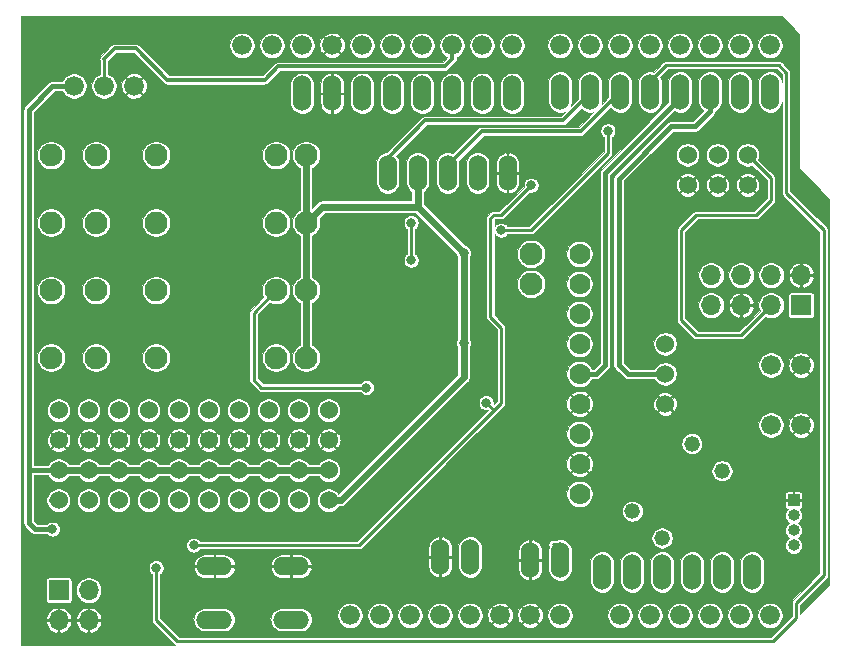
<source format=gbr>
%TF.GenerationSoftware,KiCad,Pcbnew,(5.1.10)-1*%
%TF.CreationDate,2023-04-28T17:41:45-04:00*%
%TF.ProjectId,Arduino_shield,41726475-696e-46f5-9f73-6869656c642e,rev?*%
%TF.SameCoordinates,Original*%
%TF.FileFunction,Copper,L2,Bot*%
%TF.FilePolarity,Positive*%
%FSLAX46Y46*%
G04 Gerber Fmt 4.6, Leading zero omitted, Abs format (unit mm)*
G04 Created by KiCad (PCBNEW (5.1.10)-1) date 2023-04-28 17:41:45*
%MOMM*%
%LPD*%
G01*
G04 APERTURE LIST*
%TA.AperFunction,ComponentPad*%
%ADD10C,1.676400*%
%TD*%
%TA.AperFunction,ComponentPad*%
%ADD11C,1.778000*%
%TD*%
%TA.AperFunction,ComponentPad*%
%ADD12C,1.930400*%
%TD*%
%TA.AperFunction,ComponentPad*%
%ADD13C,1.524000*%
%TD*%
%TA.AperFunction,ComponentPad*%
%ADD14O,1.524000X3.048000*%
%TD*%
%TA.AperFunction,ComponentPad*%
%ADD15C,1.320800*%
%TD*%
%TA.AperFunction,ComponentPad*%
%ADD16O,3.048000X1.524000*%
%TD*%
%TA.AperFunction,ComponentPad*%
%ADD17R,1.700000X1.700000*%
%TD*%
%TA.AperFunction,ComponentPad*%
%ADD18O,1.700000X1.700000*%
%TD*%
%TA.AperFunction,ComponentPad*%
%ADD19R,1.000000X1.000000*%
%TD*%
%TA.AperFunction,ComponentPad*%
%ADD20O,1.000000X1.000000*%
%TD*%
%TA.AperFunction,ViaPad*%
%ADD21C,0.800000*%
%TD*%
%TA.AperFunction,ViaPad*%
%ADD22C,1.300000*%
%TD*%
%TA.AperFunction,Conductor*%
%ADD23C,0.406400*%
%TD*%
%TA.AperFunction,Conductor*%
%ADD24C,0.250000*%
%TD*%
%TA.AperFunction,Conductor*%
%ADD25C,0.580000*%
%TD*%
%TA.AperFunction,Conductor*%
%ADD26C,0.304800*%
%TD*%
%TA.AperFunction,Conductor*%
%ADD27C,0.406000*%
%TD*%
%TA.AperFunction,Conductor*%
%ADD28C,0.076200*%
%TD*%
%TA.AperFunction,Conductor*%
%ADD29C,0.100000*%
%TD*%
G04 APERTURE END LIST*
D10*
%TO.P,U1,RESERVED*%
%TO.N,N/C*%
X142151100Y-129133600D03*
%TO.P,U1,IOREF*%
X144691100Y-129133600D03*
%TO.P,U1,SCL*%
X133007100Y-80873600D03*
%TO.P,U1,SDA*%
X135547100Y-80873600D03*
%TO.P,U1,RESET*%
%TO.N,/RESET*%
X147231100Y-129133600D03*
%TO.P,U1,3V*%
%TO.N,3V*%
X149771100Y-129133600D03*
%TO.P,U1,5V*%
%TO.N,VCC*%
X152311100Y-129133600D03*
%TO.P,U1,GND2*%
%TO.N,GND*%
X154851100Y-129133600D03*
%TO.P,U1,GND1*%
X157391100Y-129133600D03*
%TO.P,U1,VIN*%
%TO.N,12V*%
X159931100Y-129133600D03*
%TO.P,U1,A5*%
%TO.N,/A5*%
X177711100Y-129133600D03*
%TO.P,U1,A4*%
%TO.N,/A4*%
X175171100Y-129133600D03*
%TO.P,U1,A3*%
%TO.N,/A3*%
X172631100Y-129133600D03*
%TO.P,U1,A2*%
%TO.N,/A2*%
X170091100Y-129133600D03*
%TO.P,U1,A1*%
%TO.N,/A1*%
X167551100Y-129133600D03*
%TO.P,U1,AREF*%
%TO.N,/AREF*%
X138087100Y-80873600D03*
%TO.P,U1,GND*%
%TO.N,GND*%
X140627100Y-80873600D03*
%TO.P,U1,D13*%
%TO.N,/SCK*%
X143167100Y-80873600D03*
%TO.P,U1,D12*%
%TO.N,MISO*%
X145707100Y-80873600D03*
%TO.P,U1,D11*%
%TO.N,MOSI*%
X148247100Y-80873600D03*
%TO.P,U1,D10*%
%TO.N,/RECORD*%
X150787100Y-80873600D03*
%TO.P,U1,D9*%
%TO.N,D9*%
X153327100Y-80873600D03*
%TO.P,U1,D8*%
%TO.N,D8*%
X155867100Y-80873600D03*
%TO.P,U1,D7*%
%TO.N,D7*%
X159931100Y-80873600D03*
%TO.P,U1,D6*%
%TO.N,/B*%
X162471100Y-80873600D03*
%TO.P,U1,D5*%
%TO.N,/A*%
X165011100Y-80873600D03*
%TO.P,U1,D0*%
%TO.N,/D0*%
X177711100Y-80873600D03*
%TO.P,U1,D1*%
%TO.N,/D1*%
X175171100Y-80873600D03*
%TO.P,U1,D2*%
%TO.N,/D2*%
X172631100Y-80873600D03*
%TO.P,U1,D3*%
%TO.N,/D3*%
X170091100Y-80873600D03*
%TO.P,U1,A0*%
%TO.N,/A0*%
X165011100Y-129133600D03*
%TO.P,U1,D4*%
%TO.N,CS*%
X167551100Y-80873600D03*
%TD*%
D11*
%TO.P,DRIVER1,9*%
%TO.N,Net-(DRIVER1-Pad9)*%
X161582100Y-98526600D03*
%TO.P,DRIVER1,8*%
%TO.N,Net-(DRIVER1-Pad8)*%
X161582100Y-101066600D03*
%TO.P,DRIVER1,7*%
%TO.N,N/C*%
X161582100Y-103606600D03*
%TO.P,DRIVER1,6*%
X161582100Y-106146600D03*
%TO.P,DRIVER1,5*%
%TO.N,/D3*%
X161582100Y-108686600D03*
%TO.P,DRIVER1,4*%
%TO.N,GND*%
X161582100Y-111226600D03*
%TO.P,DRIVER1,3*%
%TO.N,VCC*%
X161582100Y-113766600D03*
%TO.P,DRIVER1,2*%
%TO.N,GND*%
X161582100Y-116306600D03*
%TO.P,DRIVER1,1*%
%TO.N,12V*%
X161582100Y-118846600D03*
%TD*%
D12*
%TO.P,VALVE1,1*%
%TO.N,Net-(DRIVER1-Pad8)*%
X157480000Y-101066600D03*
%TD*%
%TO.P,SOLENOID1,1*%
%TO.N,Net-(DRIVER1-Pad9)*%
X157480000Y-98526600D03*
%TD*%
D13*
%TO.P,SENSOR1,3*%
%TO.N,GND*%
X168821100Y-111226600D03*
%TO.P,SENSOR1,2*%
%TO.N,/D2*%
X168821100Y-108686600D03*
%TO.P,SENSOR1,1*%
%TO.N,VCC*%
X168821100Y-106146600D03*
%TD*%
D10*
%TO.P,LED1,K*%
%TO.N,GND*%
X180340000Y-107950000D03*
%TO.P,LED1,A*%
%TO.N,Net-(LED1-PadA)*%
X177800000Y-107950000D03*
%TD*%
%TO.P,LED2,K*%
%TO.N,GND*%
X180340000Y-113030000D03*
%TO.P,LED2,A*%
%TO.N,Net-(LED2-PadA)*%
X177800000Y-113030000D03*
%TD*%
D14*
%TO.P,ENCODER1,5*%
%TO.N,/B*%
X145326100Y-91668600D03*
%TO.P,ENCODER1,4*%
%TO.N,VCC*%
X147866100Y-91668600D03*
%TO.P,ENCODER1,3*%
%TO.N,/A*%
X150406100Y-91668600D03*
%TO.P,ENCODER1,2*%
%TO.N,N/C*%
X152946100Y-91668600D03*
%TO.P,ENCODER1,1*%
%TO.N,GND*%
X155486100Y-91668600D03*
%TD*%
%TO.P,JP7,8*%
%TO.N,D7*%
X159931100Y-84810600D03*
%TO.P,JP7,7*%
%TO.N,/B*%
X162471100Y-84810600D03*
%TO.P,JP7,6*%
%TO.N,/A*%
X165011100Y-84810600D03*
%TO.P,JP7,5*%
%TO.N,CS*%
X167551100Y-84810600D03*
%TO.P,JP7,4*%
%TO.N,/D3*%
X170091100Y-84810600D03*
%TO.P,JP7,3*%
%TO.N,/D2*%
X172631100Y-84810600D03*
%TO.P,JP7,2*%
%TO.N,/D1*%
X175171100Y-84810600D03*
%TO.P,JP7,1*%
%TO.N,/D0*%
X177711100Y-84810600D03*
%TD*%
%TO.P,JP9,2*%
%TO.N,GND*%
X149771100Y-124180600D03*
%TO.P,JP9,1*%
%TO.N,VCC*%
X152311100Y-124180600D03*
%TD*%
%TO.P,JP10,2*%
%TO.N,GND*%
X157391100Y-124434600D03*
%TO.P,JP10,1*%
%TO.N,12V*%
X159931100Y-124434600D03*
%TD*%
%TO.P,JP8,8*%
%TO.N,/AREF*%
X138087100Y-84937600D03*
%TO.P,JP8,7*%
%TO.N,GND*%
X140627100Y-84937600D03*
%TO.P,JP8,6*%
%TO.N,/SCK*%
X143167100Y-84937600D03*
%TO.P,JP8,5*%
%TO.N,MISO*%
X145707100Y-84937600D03*
%TO.P,JP8,4*%
%TO.N,MOSI*%
X148247100Y-84937600D03*
%TO.P,JP8,3*%
%TO.N,/RECORD*%
X150787100Y-84937600D03*
%TO.P,JP8,2*%
%TO.N,D9*%
X153327100Y-84937600D03*
%TO.P,JP8,1*%
%TO.N,D8*%
X155867100Y-84937600D03*
%TD*%
%TO.P,JP11,6*%
%TO.N,/A5*%
X176187100Y-125450600D03*
%TO.P,JP11,5*%
%TO.N,/A4*%
X173647100Y-125450600D03*
%TO.P,JP11,4*%
%TO.N,/A3*%
X171107100Y-125450600D03*
%TO.P,JP11,3*%
%TO.N,/A2*%
X168567100Y-125450600D03*
%TO.P,JP11,2*%
%TO.N,/A1*%
X166027100Y-125450600D03*
%TO.P,JP11,1*%
%TO.N,/A0*%
X163487100Y-125450600D03*
%TD*%
D13*
%TO.P,JP17,20*%
%TO.N,VDD_24V*%
X140335000Y-111760000D03*
%TO.P,JP17,19*%
%TO.N,GND*%
X140335000Y-114300000D03*
%TO.P,JP17,18*%
%TO.N,VDD_24V*%
X137795000Y-111760000D03*
%TO.P,JP17,17*%
%TO.N,GND*%
X137795000Y-114300000D03*
%TO.P,JP17,16*%
%TO.N,VDD_24V*%
X135255000Y-111760000D03*
%TO.P,JP17,15*%
%TO.N,GND*%
X135255000Y-114300000D03*
%TO.P,JP17,14*%
%TO.N,VDD_24V*%
X132715000Y-111760000D03*
%TO.P,JP17,13*%
%TO.N,GND*%
X132715000Y-114300000D03*
%TO.P,JP17,12*%
%TO.N,VDD_24V*%
X130175000Y-111760000D03*
%TO.P,JP17,11*%
%TO.N,GND*%
X130175000Y-114300000D03*
%TO.P,JP17,10*%
%TO.N,VDD_24V*%
X127635000Y-111760000D03*
%TO.P,JP17,9*%
%TO.N,GND*%
X127635000Y-114300000D03*
%TO.P,JP17,8*%
%TO.N,VDD_24V*%
X125095000Y-111760000D03*
%TO.P,JP17,7*%
%TO.N,GND*%
X125095000Y-114300000D03*
%TO.P,JP17,6*%
%TO.N,VDD_24V*%
X122555000Y-111760000D03*
%TO.P,JP17,5*%
%TO.N,GND*%
X122555000Y-114300000D03*
%TO.P,JP17,4*%
%TO.N,VDD_24V*%
X120015000Y-111760000D03*
%TO.P,JP17,3*%
%TO.N,GND*%
X120015000Y-114300000D03*
%TO.P,JP17,2*%
%TO.N,VDD_24V*%
X117475000Y-111760000D03*
%TO.P,JP17,1*%
%TO.N,GND*%
X117475000Y-114300000D03*
%TD*%
%TO.P,JP19,6*%
%TO.N,D7*%
X175806100Y-90144600D03*
%TO.P,JP19,5*%
%TO.N,GND*%
X175806100Y-92684600D03*
%TO.P,JP19,4*%
%TO.N,D8*%
X173266100Y-90144600D03*
%TO.P,JP19,3*%
%TO.N,GND*%
X173266100Y-92684600D03*
%TO.P,JP19,2*%
%TO.N,D9*%
X170726100Y-90144600D03*
%TO.P,JP19,1*%
%TO.N,GND*%
X170726100Y-92684600D03*
%TD*%
D15*
%TO.P,R1,2*%
%TO.N,/A1*%
X166047502Y-120307523D03*
%TO.P,R1,1*%
%TO.N,Net-(LED1-PadA)*%
X171086698Y-114591677D03*
%TD*%
%TO.P,R2,2*%
%TO.N,/A2*%
X168567611Y-122575864D03*
%TO.P,R2,1*%
%TO.N,Net-(LED2-PadA)*%
X173646589Y-116895336D03*
%TD*%
D10*
%TO.P,S1,S*%
%TO.N,3V*%
X118783100Y-84302600D03*
%TO.P,S1,O*%
%TO.N,GND*%
X123863100Y-84302600D03*
%TO.P,S1,P*%
%TO.N,/RECORD*%
X121323100Y-84302600D03*
%TD*%
D16*
%TO.P,S2,4*%
%TO.N,/RESET*%
X137160000Y-129489200D03*
%TO.P,S2,2*%
%TO.N,GND*%
X137160000Y-124968000D03*
%TO.P,S2,3*%
%TO.N,/RESET*%
X130657600Y-129489200D03*
%TO.P,S2,1*%
%TO.N,GND*%
X130657600Y-124968000D03*
%TD*%
D17*
%TO.P,J2,1*%
%TO.N,MOSI*%
X180340000Y-102870000D03*
D18*
%TO.P,J2,2*%
%TO.N,GND*%
X180340000Y-100330000D03*
%TO.P,J2,3*%
%TO.N,D7*%
X177800000Y-102870000D03*
%TO.P,J2,4*%
%TO.N,VCC*%
X177800000Y-100330000D03*
%TO.P,J2,5*%
%TO.N,GND*%
X175260000Y-102870000D03*
%TO.P,J2,6*%
%TO.N,VCC*%
X175260000Y-100330000D03*
%TO.P,J2,7*%
%TO.N,12V*%
X172720000Y-102870000D03*
%TO.P,J2,8*%
%TO.N,N/C*%
X172720000Y-100330000D03*
%TD*%
D12*
%TO.P,power relay,4*%
%TO.N,Net-(J4-Pad4)*%
X120650000Y-90170000D03*
%TO.P,power relay,3*%
%TO.N,VDD_24V*%
X125730000Y-90170000D03*
%TO.P,power relay,2*%
%TO.N,Net-(D2-Pad1)*%
X135890000Y-90170000D03*
%TO.P,power relay,1*%
%TO.N,VCC*%
X138430000Y-90170000D03*
%TD*%
%TO.P,power relay,1*%
%TO.N,VCC*%
X138430000Y-101600000D03*
%TO.P,power relay,2*%
%TO.N,Net-(D1-Pad2)*%
X135890000Y-101600000D03*
%TO.P,power relay,3*%
%TO.N,VDD_24V*%
X125730000Y-101600000D03*
%TO.P,power relay,4*%
%TO.N,Net-(J5-Pad4)*%
X120650000Y-101600000D03*
%TD*%
%TO.P,power relay,4*%
%TO.N,Net-(J10-Pad1)*%
X120650000Y-107315000D03*
%TO.P,power relay,3*%
%TO.N,VDD_24V*%
X125730000Y-107315000D03*
%TO.P,power relay,2*%
%TO.N,Net-(D1-Pad1)*%
X135890000Y-107315000D03*
%TO.P,power relay,1*%
%TO.N,VCC*%
X138430000Y-107315000D03*
%TD*%
D13*
%TO.P,JP16,20*%
%TO.N,3V*%
X140335000Y-116840000D03*
%TO.P,JP16,19*%
%TO.N,VCC*%
X140335000Y-119380000D03*
%TO.P,JP16,18*%
%TO.N,3V*%
X137795000Y-116840000D03*
%TO.P,JP16,17*%
%TO.N,VCC*%
X137795000Y-119380000D03*
%TO.P,JP16,16*%
%TO.N,3V*%
X135255000Y-116840000D03*
%TO.P,JP16,15*%
%TO.N,VCC*%
X135255000Y-119380000D03*
%TO.P,JP16,14*%
%TO.N,3V*%
X132715000Y-116840000D03*
%TO.P,JP16,13*%
%TO.N,VCC*%
X132715000Y-119380000D03*
%TO.P,JP16,12*%
%TO.N,3V*%
X130175000Y-116840000D03*
%TO.P,JP16,11*%
%TO.N,VCC*%
X130175000Y-119380000D03*
%TO.P,JP16,10*%
%TO.N,3V*%
X127635000Y-116840000D03*
%TO.P,JP16,9*%
%TO.N,VCC*%
X127635000Y-119380000D03*
%TO.P,JP16,8*%
%TO.N,3V*%
X125095000Y-116840000D03*
%TO.P,JP16,7*%
%TO.N,VCC*%
X125095000Y-119380000D03*
%TO.P,JP16,6*%
%TO.N,3V*%
X122555000Y-116840000D03*
%TO.P,JP16,5*%
%TO.N,VCC*%
X122555000Y-119380000D03*
%TO.P,JP16,4*%
%TO.N,3V*%
X120015000Y-116840000D03*
%TO.P,JP16,3*%
%TO.N,VCC*%
X120015000Y-119380000D03*
%TO.P,JP16,2*%
%TO.N,3V*%
X117475000Y-116840000D03*
%TO.P,JP16,1*%
%TO.N,VCC*%
X117475000Y-119380000D03*
%TD*%
D12*
%TO.P,power relay,1*%
%TO.N,VCC*%
X138430000Y-95885000D03*
%TO.P,power relay,2*%
%TO.N,Net-(D2-Pad2)*%
X135890000Y-95885000D03*
%TO.P,power relay,3*%
%TO.N,VDD_24V*%
X125730000Y-95885000D03*
%TO.P,power relay,4*%
%TO.N,Net-(J3-Pad4)*%
X120650000Y-95885000D03*
%TD*%
%TO.P,D9,1*%
%TO.N,Net-(J3-Pad4)*%
X116840000Y-95885000D03*
%TD*%
%TO.P,D8,1*%
%TO.N,Net-(J4-Pad4)*%
X116840000Y-90170000D03*
%TD*%
%TO.P,D11,1*%
%TO.N,Net-(J5-Pad4)*%
X116840000Y-101600000D03*
%TD*%
%TO.P,D12,1*%
%TO.N,Net-(J10-Pad1)*%
X116840000Y-107315000D03*
%TD*%
D17*
%TO.P,vibra motor,1*%
%TO.N,Net-(J11-Pad1)*%
X117475000Y-127000000D03*
D18*
%TO.P,vibra motor,2*%
%TO.N,Net-(J11-Pad2)*%
X120015000Y-127000000D03*
%TO.P,vibra motor,3*%
%TO.N,GND*%
X117475000Y-129540000D03*
%TO.P,vibra motor,4*%
X120015000Y-129540000D03*
%TD*%
D19*
%TO.P,J1,1*%
%TO.N,GND*%
X179705000Y-119380000D03*
D20*
%TO.P,J1,2*%
%TO.N,VCC*%
X179705000Y-120650000D03*
%TO.P,J1,3*%
%TO.N,N/C*%
X179705000Y-121920000D03*
%TO.P,J1,4*%
%TO.N,/A3*%
X179705000Y-123190000D03*
%TD*%
D21*
%TO.N,VCC*%
X151765000Y-98425000D03*
X151765000Y-106045000D03*
D22*
%TO.N,GND*%
X140335000Y-97790000D03*
X152400000Y-116840000D03*
X156629100Y-105892600D03*
X156629100Y-111607600D03*
X166370000Y-97790000D03*
X168910000Y-96520000D03*
X143421100Y-111226600D03*
X146050000Y-98425000D03*
X167640000Y-101828600D03*
X145580100Y-116840000D03*
X116243100Y-123190000D03*
X123736100Y-123190000D03*
D21*
%TO.N,D8*%
X163982400Y-88112600D03*
X154940000Y-96520000D03*
%TO.N,MISO*%
X128905000Y-123190000D03*
X153670000Y-111125000D03*
X157480000Y-92710000D03*
%TO.N,3V*%
X116935250Y-121824750D03*
%TO.N,Net-(D1-Pad2)*%
X143525000Y-109840000D03*
%TO.N,Net-(Q1-Pad2)*%
X147320000Y-95885000D03*
X147320000Y-99060000D03*
%TO.N,CS*%
X125730000Y-125095000D03*
%TD*%
D23*
%TO.N,VCC*%
X117005100Y-119354600D02*
X116827300Y-119354600D01*
D24*
X152311100Y-124180600D02*
X152311100Y-124371100D01*
D25*
X147866100Y-91668600D02*
X147866100Y-94526100D01*
X147866100Y-94526100D02*
X151765000Y-98425000D01*
X141352898Y-119380000D02*
X140335000Y-119380000D01*
X151765000Y-108967898D02*
X141352898Y-119380000D01*
X151765000Y-98425000D02*
X151765000Y-106045000D01*
X139788900Y-94526100D02*
X138430000Y-95885000D01*
X147866100Y-94526100D02*
X139788900Y-94526100D01*
X138430000Y-90170000D02*
X138430000Y-107315000D01*
X151765000Y-106045000D02*
X151765000Y-108967898D01*
X151765000Y-106045000D02*
X151765000Y-106045000D01*
D24*
%TO.N,12V*%
X159931100Y-124434600D02*
X159931100Y-123101100D01*
X159931100Y-123101100D02*
X159294690Y-123101100D01*
%TO.N,D8*%
X163982400Y-88112600D02*
X163982400Y-90017600D01*
X163982400Y-90017600D02*
X157480000Y-96520000D01*
X157480000Y-96520000D02*
X156091202Y-96520000D01*
X156091202Y-96520000D02*
X154940000Y-96520000D01*
%TO.N,D7*%
X170180000Y-96520000D02*
X170180000Y-104140000D01*
X175260000Y-105410000D02*
X177800000Y-102870000D01*
X171450000Y-95250000D02*
X170180000Y-96520000D01*
X176530000Y-95250000D02*
X171450000Y-95250000D01*
X170180000Y-104140000D02*
X171450000Y-105410000D01*
X177800000Y-93980000D02*
X176530000Y-95250000D01*
X171450000Y-105410000D02*
X175260000Y-105410000D01*
X177800000Y-92138500D02*
X177800000Y-93980000D01*
X175806100Y-90144600D02*
X177800000Y-92138500D01*
D26*
%TO.N,/RECORD*%
X150787100Y-80873600D02*
X150787100Y-82016600D01*
X150787100Y-82016600D02*
X150152100Y-82651600D01*
X136055100Y-82651600D02*
X134912100Y-83794600D01*
X134912100Y-83794600D02*
X126657100Y-83794600D01*
X122212100Y-81127600D02*
X121323100Y-82016600D01*
X150152100Y-82651600D02*
X136055100Y-82651600D01*
X126657100Y-83794600D02*
X123990100Y-81127600D01*
X123990100Y-81127600D02*
X122212100Y-81127600D01*
D24*
X121323100Y-82016600D02*
X121323100Y-84302600D01*
D26*
%TO.N,/B*%
X148501100Y-87223600D02*
X145326100Y-90398600D01*
X145326100Y-91668600D02*
X145326100Y-90398600D01*
X148501100Y-87223600D02*
X160185100Y-87223600D01*
X160185100Y-87223600D02*
X162471100Y-84937600D01*
X162471100Y-84937600D02*
X162471100Y-84810600D01*
%TO.N,/A*%
X165011100Y-84810600D02*
X161672815Y-88148885D01*
X161672815Y-88148885D02*
X153290815Y-88148885D01*
X153290815Y-88148885D02*
X150406100Y-91033600D01*
X150406100Y-91033600D02*
X150406100Y-91668600D01*
D23*
%TO.N,/D2*%
X172631100Y-84810600D02*
X172631100Y-86461600D01*
X172631100Y-86461600D02*
X171361100Y-87731600D01*
X171361100Y-87731600D02*
X169329100Y-87731600D01*
X169329100Y-87731600D02*
X164884100Y-92176600D01*
X164884100Y-107924600D02*
X165646100Y-108686600D01*
X164884100Y-92176600D02*
X164884100Y-107924600D01*
X165646100Y-108686600D02*
X168821100Y-108686600D01*
%TO.N,/D3*%
X170091100Y-84810600D02*
X170091100Y-85318600D01*
X163741100Y-91668600D02*
X163741100Y-107924600D01*
X163741100Y-107924600D02*
X162979100Y-108686600D01*
X162979100Y-108686600D02*
X161582100Y-108686600D01*
X170091100Y-85318600D02*
X163741100Y-91668600D01*
D26*
%TO.N,MISO*%
X145707100Y-84937600D02*
X145707100Y-85699600D01*
D24*
X153670000Y-111125000D02*
X154305000Y-111760000D01*
X154305000Y-111760000D02*
X154940000Y-111125000D01*
X154940000Y-111125000D02*
X154940000Y-104775000D01*
X154033110Y-103868110D02*
X154033110Y-95521890D01*
X154940000Y-104775000D02*
X154033110Y-103868110D01*
X154033110Y-95521890D02*
X154305000Y-95250000D01*
X154305000Y-95250000D02*
X154940000Y-95250000D01*
X154940000Y-95250000D02*
X157480000Y-92710000D01*
X142875000Y-123190000D02*
X128905000Y-123190000D01*
X154305000Y-111760000D02*
X142875000Y-123190000D01*
D23*
%TO.N,3V*%
X116954300Y-84302600D02*
X118783100Y-84302600D01*
D25*
X140335000Y-116840000D02*
X117475000Y-116840000D01*
D23*
X116935250Y-121824750D02*
X117005100Y-121894600D01*
D27*
X116935250Y-121824750D02*
X115474750Y-121824750D01*
X115474750Y-121824750D02*
X114935000Y-121285000D01*
X114935000Y-86321900D02*
X116954300Y-84302600D01*
X117475000Y-116840000D02*
X114935000Y-116840000D01*
X114935000Y-121285000D02*
X114935000Y-116840000D01*
X114935000Y-116840000D02*
X114935000Y-86321900D01*
D24*
%TO.N,Net-(D1-Pad2)*%
X133985000Y-103505000D02*
X135890000Y-101600000D01*
X133985000Y-109220000D02*
X133985000Y-103505000D01*
X134605000Y-109840000D02*
X133985000Y-109220000D01*
X143525000Y-109840000D02*
X134605000Y-109840000D01*
%TO.N,Net-(Q1-Pad2)*%
X147320000Y-95885000D02*
X147320000Y-99060000D01*
%TO.N,CS*%
X168910000Y-82550000D02*
X167551100Y-83908900D01*
X179070000Y-83185000D02*
X178435000Y-82550000D01*
X182245000Y-96520000D02*
X179070000Y-93345000D01*
X167551100Y-83908900D02*
X167551100Y-84810600D01*
X182245000Y-125730000D02*
X182245000Y-96520000D01*
X179901090Y-129343910D02*
X179901090Y-128073910D01*
X179901090Y-128073910D02*
X182245000Y-125730000D01*
X177921410Y-131323590D02*
X179901090Y-129343910D01*
X179070000Y-93345000D02*
X179070000Y-83185000D01*
X127513590Y-131323590D02*
X177921410Y-131323590D01*
X125730000Y-129540000D02*
X127513590Y-131323590D01*
X178435000Y-82550000D02*
X168910000Y-82550000D01*
X125730000Y-125095000D02*
X125730000Y-129540000D01*
%TD*%
D28*
%TO.N,GND*%
X180188000Y-79883738D02*
X180187999Y-91284505D01*
X180187694Y-91287600D01*
X180187999Y-91290695D01*
X180187999Y-91290697D01*
X180188912Y-91299969D01*
X180192520Y-91311863D01*
X180198380Y-91322826D01*
X180206265Y-91332435D01*
X180208678Y-91334415D01*
X182728000Y-93853738D01*
X182727999Y-126567463D01*
X180264190Y-129031273D01*
X180264190Y-128224310D01*
X182489149Y-125999352D01*
X182502991Y-125987992D01*
X182514352Y-125974149D01*
X182514356Y-125974145D01*
X182536191Y-125947539D01*
X182548367Y-125932703D01*
X182582083Y-125869624D01*
X182599804Y-125811205D01*
X182602845Y-125801181D01*
X182605111Y-125778176D01*
X182608100Y-125747828D01*
X182608100Y-125747821D01*
X182609855Y-125730001D01*
X182608100Y-125712181D01*
X182608100Y-96537820D01*
X182609855Y-96519999D01*
X182608100Y-96502179D01*
X182608100Y-96502172D01*
X182602845Y-96448820D01*
X182582083Y-96380376D01*
X182548367Y-96317297D01*
X182502992Y-96262008D01*
X182489145Y-96250644D01*
X179433100Y-93194600D01*
X179433100Y-83202828D01*
X179434856Y-83185000D01*
X179427845Y-83113820D01*
X179407083Y-83045375D01*
X179395339Y-83023403D01*
X179373367Y-82982297D01*
X179327992Y-82927008D01*
X179314144Y-82915643D01*
X178704361Y-82305861D01*
X178692992Y-82292008D01*
X178637703Y-82246633D01*
X178574624Y-82212917D01*
X178506180Y-82192155D01*
X178452828Y-82186900D01*
X178452820Y-82186900D01*
X178435000Y-82185145D01*
X178417180Y-82186900D01*
X168927820Y-82186900D01*
X168910000Y-82185145D01*
X168892179Y-82186900D01*
X168892172Y-82186900D01*
X168845198Y-82191527D01*
X168838819Y-82192155D01*
X168818057Y-82198453D01*
X168770376Y-82212917D01*
X168707297Y-82246633D01*
X168652008Y-82292008D01*
X168640644Y-82305855D01*
X167851789Y-83094711D01*
X167747154Y-83062971D01*
X167551100Y-83043661D01*
X167355047Y-83062971D01*
X167166527Y-83120157D01*
X166992787Y-83213024D01*
X166840502Y-83338001D01*
X166715525Y-83490286D01*
X166622658Y-83664026D01*
X166565472Y-83852546D01*
X166551001Y-83999470D01*
X166551000Y-85621729D01*
X166565471Y-85768653D01*
X166622657Y-85957173D01*
X166715524Y-86130914D01*
X166840501Y-86283199D01*
X166992786Y-86408176D01*
X167166526Y-86501043D01*
X167355046Y-86558229D01*
X167551100Y-86577539D01*
X167747153Y-86558229D01*
X167935673Y-86501043D01*
X168109414Y-86408176D01*
X168261699Y-86283199D01*
X168386676Y-86130914D01*
X168479543Y-85957174D01*
X168536729Y-85768654D01*
X168551200Y-85621730D01*
X168551200Y-83999470D01*
X168536729Y-83852546D01*
X168479543Y-83664026D01*
X168420303Y-83553197D01*
X169060401Y-82913100D01*
X178284600Y-82913100D01*
X178706901Y-83335402D01*
X178706901Y-83955821D01*
X178696729Y-83852546D01*
X178639543Y-83664026D01*
X178546676Y-83490286D01*
X178421699Y-83338001D01*
X178269414Y-83213024D01*
X178095674Y-83120157D01*
X177907154Y-83062971D01*
X177711100Y-83043661D01*
X177515047Y-83062971D01*
X177326527Y-83120157D01*
X177152787Y-83213024D01*
X177000502Y-83338001D01*
X176875525Y-83490286D01*
X176782658Y-83664026D01*
X176725472Y-83852546D01*
X176711001Y-83999470D01*
X176711000Y-85621729D01*
X176725471Y-85768653D01*
X176782657Y-85957173D01*
X176875524Y-86130914D01*
X177000501Y-86283199D01*
X177152786Y-86408176D01*
X177326526Y-86501043D01*
X177515046Y-86558229D01*
X177711100Y-86577539D01*
X177907153Y-86558229D01*
X178095673Y-86501043D01*
X178269414Y-86408176D01*
X178421699Y-86283199D01*
X178546676Y-86130914D01*
X178639543Y-85957174D01*
X178696729Y-85768654D01*
X178706901Y-85665380D01*
X178706900Y-93327180D01*
X178705145Y-93345000D01*
X178706900Y-93362820D01*
X178706900Y-93362827D01*
X178712155Y-93416179D01*
X178732917Y-93484623D01*
X178766633Y-93547702D01*
X178812008Y-93602991D01*
X178825857Y-93614357D01*
X181881901Y-96670402D01*
X181881900Y-125579599D01*
X179656946Y-127804554D01*
X179643099Y-127815918D01*
X179597724Y-127871207D01*
X179584111Y-127896676D01*
X179564008Y-127934286D01*
X179543245Y-128002730D01*
X179536235Y-128073910D01*
X179537991Y-128091740D01*
X179537990Y-129193509D01*
X177771010Y-130960490D01*
X127663991Y-130960490D01*
X126192701Y-129489200D01*
X128890661Y-129489200D01*
X128909971Y-129685254D01*
X128967157Y-129873774D01*
X129060024Y-130047514D01*
X129185001Y-130199799D01*
X129337286Y-130324776D01*
X129511026Y-130417643D01*
X129699546Y-130474829D01*
X129846470Y-130489300D01*
X131468730Y-130489300D01*
X131615654Y-130474829D01*
X131804174Y-130417643D01*
X131977914Y-130324776D01*
X132130199Y-130199799D01*
X132255176Y-130047514D01*
X132348043Y-129873774D01*
X132405229Y-129685254D01*
X132424539Y-129489200D01*
X135393061Y-129489200D01*
X135412371Y-129685254D01*
X135469557Y-129873774D01*
X135562424Y-130047514D01*
X135687401Y-130199799D01*
X135839686Y-130324776D01*
X136013426Y-130417643D01*
X136201946Y-130474829D01*
X136348870Y-130489300D01*
X137971130Y-130489300D01*
X138118054Y-130474829D01*
X138306574Y-130417643D01*
X138480314Y-130324776D01*
X138632599Y-130199799D01*
X138757576Y-130047514D01*
X138850443Y-129873774D01*
X138907629Y-129685254D01*
X138926939Y-129489200D01*
X138907629Y-129293146D01*
X138850443Y-129104626D01*
X138809269Y-129027594D01*
X141074800Y-129027594D01*
X141074800Y-129239606D01*
X141116161Y-129447545D01*
X141197295Y-129643419D01*
X141315083Y-129819701D01*
X141464999Y-129969617D01*
X141641281Y-130087405D01*
X141837155Y-130168539D01*
X142045094Y-130209900D01*
X142257106Y-130209900D01*
X142465045Y-130168539D01*
X142660919Y-130087405D01*
X142837201Y-129969617D01*
X142987117Y-129819701D01*
X143104905Y-129643419D01*
X143186039Y-129447545D01*
X143227400Y-129239606D01*
X143227400Y-129027594D01*
X143614800Y-129027594D01*
X143614800Y-129239606D01*
X143656161Y-129447545D01*
X143737295Y-129643419D01*
X143855083Y-129819701D01*
X144004999Y-129969617D01*
X144181281Y-130087405D01*
X144377155Y-130168539D01*
X144585094Y-130209900D01*
X144797106Y-130209900D01*
X145005045Y-130168539D01*
X145200919Y-130087405D01*
X145377201Y-129969617D01*
X145527117Y-129819701D01*
X145644905Y-129643419D01*
X145726039Y-129447545D01*
X145767400Y-129239606D01*
X145767400Y-129027594D01*
X146154800Y-129027594D01*
X146154800Y-129239606D01*
X146196161Y-129447545D01*
X146277295Y-129643419D01*
X146395083Y-129819701D01*
X146544999Y-129969617D01*
X146721281Y-130087405D01*
X146917155Y-130168539D01*
X147125094Y-130209900D01*
X147337106Y-130209900D01*
X147545045Y-130168539D01*
X147740919Y-130087405D01*
X147917201Y-129969617D01*
X148067117Y-129819701D01*
X148184905Y-129643419D01*
X148266039Y-129447545D01*
X148307400Y-129239606D01*
X148307400Y-129027594D01*
X148694800Y-129027594D01*
X148694800Y-129239606D01*
X148736161Y-129447545D01*
X148817295Y-129643419D01*
X148935083Y-129819701D01*
X149084999Y-129969617D01*
X149261281Y-130087405D01*
X149457155Y-130168539D01*
X149665094Y-130209900D01*
X149877106Y-130209900D01*
X150085045Y-130168539D01*
X150280919Y-130087405D01*
X150457201Y-129969617D01*
X150607117Y-129819701D01*
X150724905Y-129643419D01*
X150806039Y-129447545D01*
X150847400Y-129239606D01*
X150847400Y-129027594D01*
X151234800Y-129027594D01*
X151234800Y-129239606D01*
X151276161Y-129447545D01*
X151357295Y-129643419D01*
X151475083Y-129819701D01*
X151624999Y-129969617D01*
X151801281Y-130087405D01*
X151997155Y-130168539D01*
X152205094Y-130209900D01*
X152417106Y-130209900D01*
X152625045Y-130168539D01*
X152820919Y-130087405D01*
X152997201Y-129969617D01*
X153066044Y-129900774D01*
X154173163Y-129900774D01*
X154266118Y-130046111D01*
X154455380Y-130142702D01*
X154659850Y-130200514D01*
X154871670Y-130217325D01*
X155082699Y-130192488D01*
X155284828Y-130126959D01*
X155436082Y-130046111D01*
X155529037Y-129900774D01*
X156713163Y-129900774D01*
X156806118Y-130046111D01*
X156995380Y-130142702D01*
X157199850Y-130200514D01*
X157411670Y-130217325D01*
X157622699Y-130192488D01*
X157824828Y-130126959D01*
X157976082Y-130046111D01*
X158069037Y-129900774D01*
X157391100Y-129222837D01*
X156713163Y-129900774D01*
X155529037Y-129900774D01*
X154851100Y-129222837D01*
X154173163Y-129900774D01*
X153066044Y-129900774D01*
X153147117Y-129819701D01*
X153264905Y-129643419D01*
X153346039Y-129447545D01*
X153387400Y-129239606D01*
X153387400Y-129154170D01*
X153767375Y-129154170D01*
X153792212Y-129365199D01*
X153857741Y-129567328D01*
X153938589Y-129718582D01*
X154083926Y-129811537D01*
X154761863Y-129133600D01*
X154940337Y-129133600D01*
X155618274Y-129811537D01*
X155763611Y-129718582D01*
X155860202Y-129529320D01*
X155918014Y-129324850D01*
X155931559Y-129154170D01*
X156307375Y-129154170D01*
X156332212Y-129365199D01*
X156397741Y-129567328D01*
X156478589Y-129718582D01*
X156623926Y-129811537D01*
X157301863Y-129133600D01*
X157480337Y-129133600D01*
X158158274Y-129811537D01*
X158303611Y-129718582D01*
X158400202Y-129529320D01*
X158458014Y-129324850D01*
X158474825Y-129113030D01*
X158464770Y-129027594D01*
X158854800Y-129027594D01*
X158854800Y-129239606D01*
X158896161Y-129447545D01*
X158977295Y-129643419D01*
X159095083Y-129819701D01*
X159244999Y-129969617D01*
X159421281Y-130087405D01*
X159617155Y-130168539D01*
X159825094Y-130209900D01*
X160037106Y-130209900D01*
X160245045Y-130168539D01*
X160440919Y-130087405D01*
X160617201Y-129969617D01*
X160767117Y-129819701D01*
X160884905Y-129643419D01*
X160966039Y-129447545D01*
X161007400Y-129239606D01*
X161007400Y-129027594D01*
X163934800Y-129027594D01*
X163934800Y-129239606D01*
X163976161Y-129447545D01*
X164057295Y-129643419D01*
X164175083Y-129819701D01*
X164324999Y-129969617D01*
X164501281Y-130087405D01*
X164697155Y-130168539D01*
X164905094Y-130209900D01*
X165117106Y-130209900D01*
X165325045Y-130168539D01*
X165520919Y-130087405D01*
X165697201Y-129969617D01*
X165847117Y-129819701D01*
X165964905Y-129643419D01*
X166046039Y-129447545D01*
X166087400Y-129239606D01*
X166087400Y-129027594D01*
X166474800Y-129027594D01*
X166474800Y-129239606D01*
X166516161Y-129447545D01*
X166597295Y-129643419D01*
X166715083Y-129819701D01*
X166864999Y-129969617D01*
X167041281Y-130087405D01*
X167237155Y-130168539D01*
X167445094Y-130209900D01*
X167657106Y-130209900D01*
X167865045Y-130168539D01*
X168060919Y-130087405D01*
X168237201Y-129969617D01*
X168387117Y-129819701D01*
X168504905Y-129643419D01*
X168586039Y-129447545D01*
X168627400Y-129239606D01*
X168627400Y-129027594D01*
X169014800Y-129027594D01*
X169014800Y-129239606D01*
X169056161Y-129447545D01*
X169137295Y-129643419D01*
X169255083Y-129819701D01*
X169404999Y-129969617D01*
X169581281Y-130087405D01*
X169777155Y-130168539D01*
X169985094Y-130209900D01*
X170197106Y-130209900D01*
X170405045Y-130168539D01*
X170600919Y-130087405D01*
X170777201Y-129969617D01*
X170927117Y-129819701D01*
X171044905Y-129643419D01*
X171126039Y-129447545D01*
X171167400Y-129239606D01*
X171167400Y-129027594D01*
X171554800Y-129027594D01*
X171554800Y-129239606D01*
X171596161Y-129447545D01*
X171677295Y-129643419D01*
X171795083Y-129819701D01*
X171944999Y-129969617D01*
X172121281Y-130087405D01*
X172317155Y-130168539D01*
X172525094Y-130209900D01*
X172737106Y-130209900D01*
X172945045Y-130168539D01*
X173140919Y-130087405D01*
X173317201Y-129969617D01*
X173467117Y-129819701D01*
X173584905Y-129643419D01*
X173666039Y-129447545D01*
X173707400Y-129239606D01*
X173707400Y-129027594D01*
X174094800Y-129027594D01*
X174094800Y-129239606D01*
X174136161Y-129447545D01*
X174217295Y-129643419D01*
X174335083Y-129819701D01*
X174484999Y-129969617D01*
X174661281Y-130087405D01*
X174857155Y-130168539D01*
X175065094Y-130209900D01*
X175277106Y-130209900D01*
X175485045Y-130168539D01*
X175680919Y-130087405D01*
X175857201Y-129969617D01*
X176007117Y-129819701D01*
X176124905Y-129643419D01*
X176206039Y-129447545D01*
X176247400Y-129239606D01*
X176247400Y-129027594D01*
X176634800Y-129027594D01*
X176634800Y-129239606D01*
X176676161Y-129447545D01*
X176757295Y-129643419D01*
X176875083Y-129819701D01*
X177024999Y-129969617D01*
X177201281Y-130087405D01*
X177397155Y-130168539D01*
X177605094Y-130209900D01*
X177817106Y-130209900D01*
X178025045Y-130168539D01*
X178220919Y-130087405D01*
X178397201Y-129969617D01*
X178547117Y-129819701D01*
X178664905Y-129643419D01*
X178746039Y-129447545D01*
X178787400Y-129239606D01*
X178787400Y-129027594D01*
X178746039Y-128819655D01*
X178664905Y-128623781D01*
X178547117Y-128447499D01*
X178397201Y-128297583D01*
X178220919Y-128179795D01*
X178025045Y-128098661D01*
X177817106Y-128057300D01*
X177605094Y-128057300D01*
X177397155Y-128098661D01*
X177201281Y-128179795D01*
X177024999Y-128297583D01*
X176875083Y-128447499D01*
X176757295Y-128623781D01*
X176676161Y-128819655D01*
X176634800Y-129027594D01*
X176247400Y-129027594D01*
X176206039Y-128819655D01*
X176124905Y-128623781D01*
X176007117Y-128447499D01*
X175857201Y-128297583D01*
X175680919Y-128179795D01*
X175485045Y-128098661D01*
X175277106Y-128057300D01*
X175065094Y-128057300D01*
X174857155Y-128098661D01*
X174661281Y-128179795D01*
X174484999Y-128297583D01*
X174335083Y-128447499D01*
X174217295Y-128623781D01*
X174136161Y-128819655D01*
X174094800Y-129027594D01*
X173707400Y-129027594D01*
X173666039Y-128819655D01*
X173584905Y-128623781D01*
X173467117Y-128447499D01*
X173317201Y-128297583D01*
X173140919Y-128179795D01*
X172945045Y-128098661D01*
X172737106Y-128057300D01*
X172525094Y-128057300D01*
X172317155Y-128098661D01*
X172121281Y-128179795D01*
X171944999Y-128297583D01*
X171795083Y-128447499D01*
X171677295Y-128623781D01*
X171596161Y-128819655D01*
X171554800Y-129027594D01*
X171167400Y-129027594D01*
X171126039Y-128819655D01*
X171044905Y-128623781D01*
X170927117Y-128447499D01*
X170777201Y-128297583D01*
X170600919Y-128179795D01*
X170405045Y-128098661D01*
X170197106Y-128057300D01*
X169985094Y-128057300D01*
X169777155Y-128098661D01*
X169581281Y-128179795D01*
X169404999Y-128297583D01*
X169255083Y-128447499D01*
X169137295Y-128623781D01*
X169056161Y-128819655D01*
X169014800Y-129027594D01*
X168627400Y-129027594D01*
X168586039Y-128819655D01*
X168504905Y-128623781D01*
X168387117Y-128447499D01*
X168237201Y-128297583D01*
X168060919Y-128179795D01*
X167865045Y-128098661D01*
X167657106Y-128057300D01*
X167445094Y-128057300D01*
X167237155Y-128098661D01*
X167041281Y-128179795D01*
X166864999Y-128297583D01*
X166715083Y-128447499D01*
X166597295Y-128623781D01*
X166516161Y-128819655D01*
X166474800Y-129027594D01*
X166087400Y-129027594D01*
X166046039Y-128819655D01*
X165964905Y-128623781D01*
X165847117Y-128447499D01*
X165697201Y-128297583D01*
X165520919Y-128179795D01*
X165325045Y-128098661D01*
X165117106Y-128057300D01*
X164905094Y-128057300D01*
X164697155Y-128098661D01*
X164501281Y-128179795D01*
X164324999Y-128297583D01*
X164175083Y-128447499D01*
X164057295Y-128623781D01*
X163976161Y-128819655D01*
X163934800Y-129027594D01*
X161007400Y-129027594D01*
X160966039Y-128819655D01*
X160884905Y-128623781D01*
X160767117Y-128447499D01*
X160617201Y-128297583D01*
X160440919Y-128179795D01*
X160245045Y-128098661D01*
X160037106Y-128057300D01*
X159825094Y-128057300D01*
X159617155Y-128098661D01*
X159421281Y-128179795D01*
X159244999Y-128297583D01*
X159095083Y-128447499D01*
X158977295Y-128623781D01*
X158896161Y-128819655D01*
X158854800Y-129027594D01*
X158464770Y-129027594D01*
X158449988Y-128902001D01*
X158384459Y-128699872D01*
X158303611Y-128548618D01*
X158158274Y-128455663D01*
X157480337Y-129133600D01*
X157301863Y-129133600D01*
X156623926Y-128455663D01*
X156478589Y-128548618D01*
X156381998Y-128737880D01*
X156324186Y-128942350D01*
X156307375Y-129154170D01*
X155931559Y-129154170D01*
X155934825Y-129113030D01*
X155909988Y-128902001D01*
X155844459Y-128699872D01*
X155763611Y-128548618D01*
X155618274Y-128455663D01*
X154940337Y-129133600D01*
X154761863Y-129133600D01*
X154083926Y-128455663D01*
X153938589Y-128548618D01*
X153841998Y-128737880D01*
X153784186Y-128942350D01*
X153767375Y-129154170D01*
X153387400Y-129154170D01*
X153387400Y-129027594D01*
X153346039Y-128819655D01*
X153264905Y-128623781D01*
X153147117Y-128447499D01*
X153066044Y-128366426D01*
X154173163Y-128366426D01*
X154851100Y-129044363D01*
X155529037Y-128366426D01*
X156713163Y-128366426D01*
X157391100Y-129044363D01*
X158069037Y-128366426D01*
X157976082Y-128221089D01*
X157786820Y-128124498D01*
X157582350Y-128066686D01*
X157370530Y-128049875D01*
X157159501Y-128074712D01*
X156957372Y-128140241D01*
X156806118Y-128221089D01*
X156713163Y-128366426D01*
X155529037Y-128366426D01*
X155436082Y-128221089D01*
X155246820Y-128124498D01*
X155042350Y-128066686D01*
X154830530Y-128049875D01*
X154619501Y-128074712D01*
X154417372Y-128140241D01*
X154266118Y-128221089D01*
X154173163Y-128366426D01*
X153066044Y-128366426D01*
X152997201Y-128297583D01*
X152820919Y-128179795D01*
X152625045Y-128098661D01*
X152417106Y-128057300D01*
X152205094Y-128057300D01*
X151997155Y-128098661D01*
X151801281Y-128179795D01*
X151624999Y-128297583D01*
X151475083Y-128447499D01*
X151357295Y-128623781D01*
X151276161Y-128819655D01*
X151234800Y-129027594D01*
X150847400Y-129027594D01*
X150806039Y-128819655D01*
X150724905Y-128623781D01*
X150607117Y-128447499D01*
X150457201Y-128297583D01*
X150280919Y-128179795D01*
X150085045Y-128098661D01*
X149877106Y-128057300D01*
X149665094Y-128057300D01*
X149457155Y-128098661D01*
X149261281Y-128179795D01*
X149084999Y-128297583D01*
X148935083Y-128447499D01*
X148817295Y-128623781D01*
X148736161Y-128819655D01*
X148694800Y-129027594D01*
X148307400Y-129027594D01*
X148266039Y-128819655D01*
X148184905Y-128623781D01*
X148067117Y-128447499D01*
X147917201Y-128297583D01*
X147740919Y-128179795D01*
X147545045Y-128098661D01*
X147337106Y-128057300D01*
X147125094Y-128057300D01*
X146917155Y-128098661D01*
X146721281Y-128179795D01*
X146544999Y-128297583D01*
X146395083Y-128447499D01*
X146277295Y-128623781D01*
X146196161Y-128819655D01*
X146154800Y-129027594D01*
X145767400Y-129027594D01*
X145726039Y-128819655D01*
X145644905Y-128623781D01*
X145527117Y-128447499D01*
X145377201Y-128297583D01*
X145200919Y-128179795D01*
X145005045Y-128098661D01*
X144797106Y-128057300D01*
X144585094Y-128057300D01*
X144377155Y-128098661D01*
X144181281Y-128179795D01*
X144004999Y-128297583D01*
X143855083Y-128447499D01*
X143737295Y-128623781D01*
X143656161Y-128819655D01*
X143614800Y-129027594D01*
X143227400Y-129027594D01*
X143186039Y-128819655D01*
X143104905Y-128623781D01*
X142987117Y-128447499D01*
X142837201Y-128297583D01*
X142660919Y-128179795D01*
X142465045Y-128098661D01*
X142257106Y-128057300D01*
X142045094Y-128057300D01*
X141837155Y-128098661D01*
X141641281Y-128179795D01*
X141464999Y-128297583D01*
X141315083Y-128447499D01*
X141197295Y-128623781D01*
X141116161Y-128819655D01*
X141074800Y-129027594D01*
X138809269Y-129027594D01*
X138757576Y-128930886D01*
X138632599Y-128778601D01*
X138480314Y-128653624D01*
X138306574Y-128560757D01*
X138118054Y-128503571D01*
X137971130Y-128489100D01*
X136348870Y-128489100D01*
X136201946Y-128503571D01*
X136013426Y-128560757D01*
X135839686Y-128653624D01*
X135687401Y-128778601D01*
X135562424Y-128930886D01*
X135469557Y-129104626D01*
X135412371Y-129293146D01*
X135393061Y-129489200D01*
X132424539Y-129489200D01*
X132405229Y-129293146D01*
X132348043Y-129104626D01*
X132255176Y-128930886D01*
X132130199Y-128778601D01*
X131977914Y-128653624D01*
X131804174Y-128560757D01*
X131615654Y-128503571D01*
X131468730Y-128489100D01*
X129846470Y-128489100D01*
X129699546Y-128503571D01*
X129511026Y-128560757D01*
X129337286Y-128653624D01*
X129185001Y-128778601D01*
X129060024Y-128930886D01*
X128967157Y-129104626D01*
X128909971Y-129293146D01*
X128890661Y-129489200D01*
X126192701Y-129489200D01*
X126093100Y-129389600D01*
X126093100Y-125619820D01*
X126136765Y-125590644D01*
X126225644Y-125501765D01*
X126295476Y-125397253D01*
X126343578Y-125281127D01*
X126362333Y-125186838D01*
X128917277Y-125186838D01*
X128945263Y-125293343D01*
X129026995Y-125472493D01*
X129142107Y-125632256D01*
X129286175Y-125766492D01*
X129453663Y-125870042D01*
X129638134Y-125938927D01*
X129832500Y-125970500D01*
X130594500Y-125970500D01*
X130594500Y-125031100D01*
X130720700Y-125031100D01*
X130720700Y-125970500D01*
X131482700Y-125970500D01*
X131677066Y-125938927D01*
X131861537Y-125870042D01*
X132029025Y-125766492D01*
X132173093Y-125632256D01*
X132288205Y-125472493D01*
X132369937Y-125293343D01*
X132397923Y-125186838D01*
X135419677Y-125186838D01*
X135447663Y-125293343D01*
X135529395Y-125472493D01*
X135644507Y-125632256D01*
X135788575Y-125766492D01*
X135956063Y-125870042D01*
X136140534Y-125938927D01*
X136334900Y-125970500D01*
X137096900Y-125970500D01*
X137096900Y-125031100D01*
X137223100Y-125031100D01*
X137223100Y-125970500D01*
X137985100Y-125970500D01*
X138179466Y-125938927D01*
X138363937Y-125870042D01*
X138531425Y-125766492D01*
X138675493Y-125632256D01*
X138790605Y-125472493D01*
X138872337Y-125293343D01*
X138900323Y-125186838D01*
X138862260Y-125031100D01*
X137223100Y-125031100D01*
X137096900Y-125031100D01*
X135457740Y-125031100D01*
X135419677Y-125186838D01*
X132397923Y-125186838D01*
X132359860Y-125031100D01*
X130720700Y-125031100D01*
X130594500Y-125031100D01*
X128955340Y-125031100D01*
X128917277Y-125186838D01*
X126362333Y-125186838D01*
X126368100Y-125157847D01*
X126368100Y-125032153D01*
X126343578Y-124908873D01*
X126295476Y-124792747D01*
X126266354Y-124749162D01*
X128917277Y-124749162D01*
X128955340Y-124904900D01*
X130594500Y-124904900D01*
X130594500Y-123965500D01*
X130720700Y-123965500D01*
X130720700Y-124904900D01*
X132359860Y-124904900D01*
X132397923Y-124749162D01*
X135419677Y-124749162D01*
X135457740Y-124904900D01*
X137096900Y-124904900D01*
X137096900Y-123965500D01*
X137223100Y-123965500D01*
X137223100Y-124904900D01*
X138862260Y-124904900D01*
X138900323Y-124749162D01*
X138872337Y-124642657D01*
X138790605Y-124463507D01*
X138675493Y-124303744D01*
X138611052Y-124243700D01*
X148768600Y-124243700D01*
X148768600Y-125005700D01*
X148800173Y-125200066D01*
X148869058Y-125384537D01*
X148972608Y-125552025D01*
X149106844Y-125696093D01*
X149266607Y-125811205D01*
X149445757Y-125892937D01*
X149552262Y-125920923D01*
X149708000Y-125882860D01*
X149708000Y-124243700D01*
X149834200Y-124243700D01*
X149834200Y-125882860D01*
X149989938Y-125920923D01*
X150096443Y-125892937D01*
X150275593Y-125811205D01*
X150435356Y-125696093D01*
X150569592Y-125552025D01*
X150673142Y-125384537D01*
X150742027Y-125200066D01*
X150773600Y-125005700D01*
X150773600Y-124991729D01*
X151311000Y-124991729D01*
X151325471Y-125138653D01*
X151382657Y-125327173D01*
X151475524Y-125500914D01*
X151600501Y-125653199D01*
X151752786Y-125778176D01*
X151926526Y-125871043D01*
X152115046Y-125928229D01*
X152311100Y-125947539D01*
X152507153Y-125928229D01*
X152695673Y-125871043D01*
X152869414Y-125778176D01*
X153021699Y-125653199D01*
X153146676Y-125500914D01*
X153239543Y-125327174D01*
X153296729Y-125138654D01*
X153311200Y-124991730D01*
X153311200Y-124497700D01*
X156388600Y-124497700D01*
X156388600Y-125259700D01*
X156420173Y-125454066D01*
X156489058Y-125638537D01*
X156592608Y-125806025D01*
X156726844Y-125950093D01*
X156886607Y-126065205D01*
X157065757Y-126146937D01*
X157172262Y-126174923D01*
X157328000Y-126136860D01*
X157328000Y-124497700D01*
X157454200Y-124497700D01*
X157454200Y-126136860D01*
X157609938Y-126174923D01*
X157716443Y-126146937D01*
X157895593Y-126065205D01*
X158055356Y-125950093D01*
X158189592Y-125806025D01*
X158293142Y-125638537D01*
X158362027Y-125454066D01*
X158393600Y-125259700D01*
X158393600Y-124497700D01*
X157454200Y-124497700D01*
X157328000Y-124497700D01*
X156388600Y-124497700D01*
X153311200Y-124497700D01*
X153311200Y-123609500D01*
X156388600Y-123609500D01*
X156388600Y-124371500D01*
X157328000Y-124371500D01*
X157328000Y-122732340D01*
X157454200Y-122732340D01*
X157454200Y-124371500D01*
X158393600Y-124371500D01*
X158393600Y-123609500D01*
X158362027Y-123415134D01*
X158293142Y-123230663D01*
X158213040Y-123101100D01*
X158929834Y-123101100D01*
X158936845Y-123172280D01*
X158957607Y-123240724D01*
X158991323Y-123303803D01*
X158996105Y-123309630D01*
X158945472Y-123476546D01*
X158931001Y-123623470D01*
X158931000Y-125245729D01*
X158945471Y-125392653D01*
X159002657Y-125581173D01*
X159095524Y-125754914D01*
X159220501Y-125907199D01*
X159372786Y-126032176D01*
X159546526Y-126125043D01*
X159735046Y-126182229D01*
X159931100Y-126201539D01*
X160127153Y-126182229D01*
X160315673Y-126125043D01*
X160489414Y-126032176D01*
X160641699Y-125907199D01*
X160766676Y-125754914D01*
X160859543Y-125581174D01*
X160916729Y-125392654D01*
X160931200Y-125245730D01*
X160931200Y-124639471D01*
X162487000Y-124639471D01*
X162487001Y-126261730D01*
X162501472Y-126408654D01*
X162558658Y-126597174D01*
X162651525Y-126770914D01*
X162776502Y-126923199D01*
X162928787Y-127048176D01*
X163102527Y-127141043D01*
X163291047Y-127198229D01*
X163487100Y-127217539D01*
X163683154Y-127198229D01*
X163871674Y-127141043D01*
X164045414Y-127048176D01*
X164197699Y-126923199D01*
X164322676Y-126770914D01*
X164415543Y-126597174D01*
X164472729Y-126408654D01*
X164487200Y-126261730D01*
X164487200Y-124639471D01*
X165027000Y-124639471D01*
X165027001Y-126261730D01*
X165041472Y-126408654D01*
X165098658Y-126597174D01*
X165191525Y-126770914D01*
X165316502Y-126923199D01*
X165468787Y-127048176D01*
X165642527Y-127141043D01*
X165831047Y-127198229D01*
X166027100Y-127217539D01*
X166223154Y-127198229D01*
X166411674Y-127141043D01*
X166585414Y-127048176D01*
X166737699Y-126923199D01*
X166862676Y-126770914D01*
X166955543Y-126597174D01*
X167012729Y-126408654D01*
X167027200Y-126261730D01*
X167027200Y-124639471D01*
X167567000Y-124639471D01*
X167567001Y-126261730D01*
X167581472Y-126408654D01*
X167638658Y-126597174D01*
X167731525Y-126770914D01*
X167856502Y-126923199D01*
X168008787Y-127048176D01*
X168182527Y-127141043D01*
X168371047Y-127198229D01*
X168567100Y-127217539D01*
X168763154Y-127198229D01*
X168951674Y-127141043D01*
X169125414Y-127048176D01*
X169277699Y-126923199D01*
X169402676Y-126770914D01*
X169495543Y-126597174D01*
X169552729Y-126408654D01*
X169567200Y-126261730D01*
X169567200Y-124639471D01*
X170107000Y-124639471D01*
X170107001Y-126261730D01*
X170121472Y-126408654D01*
X170178658Y-126597174D01*
X170271525Y-126770914D01*
X170396502Y-126923199D01*
X170548787Y-127048176D01*
X170722527Y-127141043D01*
X170911047Y-127198229D01*
X171107100Y-127217539D01*
X171303154Y-127198229D01*
X171491674Y-127141043D01*
X171665414Y-127048176D01*
X171817699Y-126923199D01*
X171942676Y-126770914D01*
X172035543Y-126597174D01*
X172092729Y-126408654D01*
X172107200Y-126261730D01*
X172107200Y-124639471D01*
X172647000Y-124639471D01*
X172647001Y-126261730D01*
X172661472Y-126408654D01*
X172718658Y-126597174D01*
X172811525Y-126770914D01*
X172936502Y-126923199D01*
X173088787Y-127048176D01*
X173262527Y-127141043D01*
X173451047Y-127198229D01*
X173647100Y-127217539D01*
X173843154Y-127198229D01*
X174031674Y-127141043D01*
X174205414Y-127048176D01*
X174357699Y-126923199D01*
X174482676Y-126770914D01*
X174575543Y-126597174D01*
X174632729Y-126408654D01*
X174647200Y-126261730D01*
X174647200Y-124639471D01*
X175187000Y-124639471D01*
X175187001Y-126261730D01*
X175201472Y-126408654D01*
X175258658Y-126597174D01*
X175351525Y-126770914D01*
X175476502Y-126923199D01*
X175628787Y-127048176D01*
X175802527Y-127141043D01*
X175991047Y-127198229D01*
X176187100Y-127217539D01*
X176383154Y-127198229D01*
X176571674Y-127141043D01*
X176745414Y-127048176D01*
X176897699Y-126923199D01*
X177022676Y-126770914D01*
X177115543Y-126597174D01*
X177172729Y-126408654D01*
X177187200Y-126261730D01*
X177187200Y-124639470D01*
X177172729Y-124492546D01*
X177115543Y-124304026D01*
X177022676Y-124130286D01*
X176897699Y-123978001D01*
X176745414Y-123853024D01*
X176571673Y-123760157D01*
X176383153Y-123702971D01*
X176187100Y-123683661D01*
X175991046Y-123702971D01*
X175802526Y-123760157D01*
X175628786Y-123853024D01*
X175476501Y-123978001D01*
X175351524Y-124130286D01*
X175258657Y-124304027D01*
X175201471Y-124492547D01*
X175187000Y-124639471D01*
X174647200Y-124639471D01*
X174647200Y-124639470D01*
X174632729Y-124492546D01*
X174575543Y-124304026D01*
X174482676Y-124130286D01*
X174357699Y-123978001D01*
X174205414Y-123853024D01*
X174031673Y-123760157D01*
X173843153Y-123702971D01*
X173647100Y-123683661D01*
X173451046Y-123702971D01*
X173262526Y-123760157D01*
X173088786Y-123853024D01*
X172936501Y-123978001D01*
X172811524Y-124130286D01*
X172718657Y-124304027D01*
X172661471Y-124492547D01*
X172647000Y-124639471D01*
X172107200Y-124639471D01*
X172107200Y-124639470D01*
X172092729Y-124492546D01*
X172035543Y-124304026D01*
X171942676Y-124130286D01*
X171817699Y-123978001D01*
X171665414Y-123853024D01*
X171491673Y-123760157D01*
X171303153Y-123702971D01*
X171107100Y-123683661D01*
X170911046Y-123702971D01*
X170722526Y-123760157D01*
X170548786Y-123853024D01*
X170396501Y-123978001D01*
X170271524Y-124130286D01*
X170178657Y-124304027D01*
X170121471Y-124492547D01*
X170107000Y-124639471D01*
X169567200Y-124639471D01*
X169567200Y-124639470D01*
X169552729Y-124492546D01*
X169495543Y-124304026D01*
X169402676Y-124130286D01*
X169277699Y-123978001D01*
X169125414Y-123853024D01*
X168951673Y-123760157D01*
X168763153Y-123702971D01*
X168567100Y-123683661D01*
X168371046Y-123702971D01*
X168182526Y-123760157D01*
X168008786Y-123853024D01*
X167856501Y-123978001D01*
X167731524Y-124130286D01*
X167638657Y-124304027D01*
X167581471Y-124492547D01*
X167567000Y-124639471D01*
X167027200Y-124639471D01*
X167027200Y-124639470D01*
X167012729Y-124492546D01*
X166955543Y-124304026D01*
X166862676Y-124130286D01*
X166737699Y-123978001D01*
X166585414Y-123853024D01*
X166411673Y-123760157D01*
X166223153Y-123702971D01*
X166027100Y-123683661D01*
X165831046Y-123702971D01*
X165642526Y-123760157D01*
X165468786Y-123853024D01*
X165316501Y-123978001D01*
X165191524Y-124130286D01*
X165098657Y-124304027D01*
X165041471Y-124492547D01*
X165027000Y-124639471D01*
X164487200Y-124639471D01*
X164487200Y-124639470D01*
X164472729Y-124492546D01*
X164415543Y-124304026D01*
X164322676Y-124130286D01*
X164197699Y-123978001D01*
X164045414Y-123853024D01*
X163871673Y-123760157D01*
X163683153Y-123702971D01*
X163487100Y-123683661D01*
X163291046Y-123702971D01*
X163102526Y-123760157D01*
X162928786Y-123853024D01*
X162776501Y-123978001D01*
X162651524Y-124130286D01*
X162558657Y-124304027D01*
X162501471Y-124492547D01*
X162487000Y-124639471D01*
X160931200Y-124639471D01*
X160931200Y-123623470D01*
X160916729Y-123476546D01*
X160859543Y-123288026D01*
X160766676Y-123114286D01*
X160641699Y-122962001D01*
X160489414Y-122837024D01*
X160315674Y-122744157D01*
X160127154Y-122686971D01*
X159931100Y-122667661D01*
X159735047Y-122686971D01*
X159566824Y-122738000D01*
X159276862Y-122738000D01*
X159223510Y-122743255D01*
X159155066Y-122764017D01*
X159091987Y-122797733D01*
X159036698Y-122843108D01*
X158991323Y-122898397D01*
X158957607Y-122961476D01*
X158936845Y-123029920D01*
X158929834Y-123101100D01*
X158213040Y-123101100D01*
X158189592Y-123063175D01*
X158055356Y-122919107D01*
X157895593Y-122803995D01*
X157716443Y-122722263D01*
X157609938Y-122694277D01*
X157454200Y-122732340D01*
X157328000Y-122732340D01*
X157172262Y-122694277D01*
X157065757Y-122722263D01*
X156886607Y-122803995D01*
X156726844Y-122919107D01*
X156592608Y-123063175D01*
X156489058Y-123230663D01*
X156420173Y-123415134D01*
X156388600Y-123609500D01*
X153311200Y-123609500D01*
X153311200Y-123369470D01*
X153296729Y-123222546D01*
X153239543Y-123034026D01*
X153146676Y-122860286D01*
X153021699Y-122708001D01*
X152869414Y-122583024D01*
X152695674Y-122490157D01*
X152686487Y-122487370D01*
X167669111Y-122487370D01*
X167669111Y-122664358D01*
X167703640Y-122837947D01*
X167771371Y-123001463D01*
X167869701Y-123148624D01*
X167994851Y-123273774D01*
X168142012Y-123372104D01*
X168305528Y-123439835D01*
X168479117Y-123474364D01*
X168656105Y-123474364D01*
X168829694Y-123439835D01*
X168993210Y-123372104D01*
X169140371Y-123273774D01*
X169265521Y-123148624D01*
X169363851Y-123001463D01*
X169431582Y-122837947D01*
X169466111Y-122664358D01*
X169466111Y-122487370D01*
X169431582Y-122313781D01*
X169363851Y-122150265D01*
X169265521Y-122003104D01*
X169140371Y-121877954D01*
X168993210Y-121779624D01*
X168829694Y-121711893D01*
X168656105Y-121677364D01*
X168479117Y-121677364D01*
X168305528Y-121711893D01*
X168142012Y-121779624D01*
X167994851Y-121877954D01*
X167869701Y-122003104D01*
X167771371Y-122150265D01*
X167703640Y-122313781D01*
X167669111Y-122487370D01*
X152686487Y-122487370D01*
X152507154Y-122432971D01*
X152311100Y-122413661D01*
X152115047Y-122432971D01*
X151926527Y-122490157D01*
X151752787Y-122583024D01*
X151600502Y-122708001D01*
X151475525Y-122860286D01*
X151382658Y-123034026D01*
X151325472Y-123222546D01*
X151311001Y-123369470D01*
X151311000Y-124991729D01*
X150773600Y-124991729D01*
X150773600Y-124243700D01*
X149834200Y-124243700D01*
X149708000Y-124243700D01*
X148768600Y-124243700D01*
X138611052Y-124243700D01*
X138531425Y-124169508D01*
X138363937Y-124065958D01*
X138179466Y-123997073D01*
X137985100Y-123965500D01*
X137223100Y-123965500D01*
X137096900Y-123965500D01*
X136334900Y-123965500D01*
X136140534Y-123997073D01*
X135956063Y-124065958D01*
X135788575Y-124169508D01*
X135644507Y-124303744D01*
X135529395Y-124463507D01*
X135447663Y-124642657D01*
X135419677Y-124749162D01*
X132397923Y-124749162D01*
X132369937Y-124642657D01*
X132288205Y-124463507D01*
X132173093Y-124303744D01*
X132029025Y-124169508D01*
X131861537Y-124065958D01*
X131677066Y-123997073D01*
X131482700Y-123965500D01*
X130720700Y-123965500D01*
X130594500Y-123965500D01*
X129832500Y-123965500D01*
X129638134Y-123997073D01*
X129453663Y-124065958D01*
X129286175Y-124169508D01*
X129142107Y-124303744D01*
X129026995Y-124463507D01*
X128945263Y-124642657D01*
X128917277Y-124749162D01*
X126266354Y-124749162D01*
X126225644Y-124688235D01*
X126136765Y-124599356D01*
X126032253Y-124529524D01*
X125916127Y-124481422D01*
X125792847Y-124456900D01*
X125667153Y-124456900D01*
X125543873Y-124481422D01*
X125427747Y-124529524D01*
X125323235Y-124599356D01*
X125234356Y-124688235D01*
X125164524Y-124792747D01*
X125116422Y-124908873D01*
X125091900Y-125032153D01*
X125091900Y-125157847D01*
X125116422Y-125281127D01*
X125164524Y-125397253D01*
X125234356Y-125501765D01*
X125323235Y-125590644D01*
X125366900Y-125619820D01*
X125366901Y-129522170D01*
X125365145Y-129540000D01*
X125372155Y-129611180D01*
X125392918Y-129679624D01*
X125426634Y-129742703D01*
X125472009Y-129797992D01*
X125485856Y-129809356D01*
X127244234Y-131567735D01*
X127255598Y-131581582D01*
X127290833Y-131610499D01*
X114274201Y-131610499D01*
X114274201Y-129772629D01*
X116409601Y-129772629D01*
X116459907Y-129938482D01*
X116557152Y-130128860D01*
X116689669Y-130296608D01*
X116852366Y-130435280D01*
X117038990Y-130539547D01*
X117242370Y-130605402D01*
X117411900Y-130568551D01*
X117411900Y-129603100D01*
X117538100Y-129603100D01*
X117538100Y-130568551D01*
X117707630Y-130605402D01*
X117911010Y-130539547D01*
X118097634Y-130435280D01*
X118260331Y-130296608D01*
X118392848Y-130128860D01*
X118490093Y-129938482D01*
X118540399Y-129772629D01*
X118949601Y-129772629D01*
X118999907Y-129938482D01*
X119097152Y-130128860D01*
X119229669Y-130296608D01*
X119392366Y-130435280D01*
X119578990Y-130539547D01*
X119782370Y-130605402D01*
X119951900Y-130568551D01*
X119951900Y-129603100D01*
X120078100Y-129603100D01*
X120078100Y-130568551D01*
X120247630Y-130605402D01*
X120451010Y-130539547D01*
X120637634Y-130435280D01*
X120800331Y-130296608D01*
X120932848Y-130128860D01*
X121030093Y-129938482D01*
X121080399Y-129772629D01*
X121043441Y-129603100D01*
X120078100Y-129603100D01*
X119951900Y-129603100D01*
X118986559Y-129603100D01*
X118949601Y-129772629D01*
X118540399Y-129772629D01*
X118503441Y-129603100D01*
X117538100Y-129603100D01*
X117411900Y-129603100D01*
X116446559Y-129603100D01*
X116409601Y-129772629D01*
X114274201Y-129772629D01*
X114274201Y-129307371D01*
X116409601Y-129307371D01*
X116446559Y-129476900D01*
X117411900Y-129476900D01*
X117411900Y-128511449D01*
X117538100Y-128511449D01*
X117538100Y-129476900D01*
X118503441Y-129476900D01*
X118540399Y-129307371D01*
X118949601Y-129307371D01*
X118986559Y-129476900D01*
X119951900Y-129476900D01*
X119951900Y-128511449D01*
X120078100Y-128511449D01*
X120078100Y-129476900D01*
X121043441Y-129476900D01*
X121080399Y-129307371D01*
X121030093Y-129141518D01*
X120932848Y-128951140D01*
X120800331Y-128783392D01*
X120637634Y-128644720D01*
X120451010Y-128540453D01*
X120247630Y-128474598D01*
X120078100Y-128511449D01*
X119951900Y-128511449D01*
X119782370Y-128474598D01*
X119578990Y-128540453D01*
X119392366Y-128644720D01*
X119229669Y-128783392D01*
X119097152Y-128951140D01*
X118999907Y-129141518D01*
X118949601Y-129307371D01*
X118540399Y-129307371D01*
X118490093Y-129141518D01*
X118392848Y-128951140D01*
X118260331Y-128783392D01*
X118097634Y-128644720D01*
X117911010Y-128540453D01*
X117707630Y-128474598D01*
X117538100Y-128511449D01*
X117411900Y-128511449D01*
X117242370Y-128474598D01*
X117038990Y-128540453D01*
X116852366Y-128644720D01*
X116689669Y-128783392D01*
X116557152Y-128951140D01*
X116459907Y-129141518D01*
X116409601Y-129307371D01*
X114274201Y-129307371D01*
X114274201Y-126150000D01*
X116385748Y-126150000D01*
X116385748Y-127850000D01*
X116390345Y-127896676D01*
X116403960Y-127941558D01*
X116426069Y-127982921D01*
X116455823Y-128019177D01*
X116492079Y-128048931D01*
X116533442Y-128071040D01*
X116578324Y-128084655D01*
X116625000Y-128089252D01*
X118325000Y-128089252D01*
X118371676Y-128084655D01*
X118416558Y-128071040D01*
X118457921Y-128048931D01*
X118494177Y-128019177D01*
X118523931Y-127982921D01*
X118546040Y-127941558D01*
X118559655Y-127896676D01*
X118564252Y-127850000D01*
X118564252Y-126892831D01*
X118926900Y-126892831D01*
X118926900Y-127107169D01*
X118968715Y-127317387D01*
X119050738Y-127515409D01*
X119169817Y-127693623D01*
X119321377Y-127845183D01*
X119499591Y-127964262D01*
X119697613Y-128046285D01*
X119907831Y-128088100D01*
X120122169Y-128088100D01*
X120332387Y-128046285D01*
X120530409Y-127964262D01*
X120708623Y-127845183D01*
X120860183Y-127693623D01*
X120979262Y-127515409D01*
X121061285Y-127317387D01*
X121103100Y-127107169D01*
X121103100Y-126892831D01*
X121061285Y-126682613D01*
X120979262Y-126484591D01*
X120860183Y-126306377D01*
X120708623Y-126154817D01*
X120530409Y-126035738D01*
X120332387Y-125953715D01*
X120122169Y-125911900D01*
X119907831Y-125911900D01*
X119697613Y-125953715D01*
X119499591Y-126035738D01*
X119321377Y-126154817D01*
X119169817Y-126306377D01*
X119050738Y-126484591D01*
X118968715Y-126682613D01*
X118926900Y-126892831D01*
X118564252Y-126892831D01*
X118564252Y-126150000D01*
X118559655Y-126103324D01*
X118546040Y-126058442D01*
X118523931Y-126017079D01*
X118494177Y-125980823D01*
X118457921Y-125951069D01*
X118416558Y-125928960D01*
X118371676Y-125915345D01*
X118325000Y-125910748D01*
X116625000Y-125910748D01*
X116578324Y-125915345D01*
X116533442Y-125928960D01*
X116492079Y-125951069D01*
X116455823Y-125980823D01*
X116426069Y-126017079D01*
X116403960Y-126058442D01*
X116390345Y-126103324D01*
X116385748Y-126150000D01*
X114274201Y-126150000D01*
X114274201Y-123127153D01*
X128266900Y-123127153D01*
X128266900Y-123252847D01*
X128291422Y-123376127D01*
X128339524Y-123492253D01*
X128409356Y-123596765D01*
X128498235Y-123685644D01*
X128602747Y-123755476D01*
X128718873Y-123803578D01*
X128842153Y-123828100D01*
X128967847Y-123828100D01*
X129091127Y-123803578D01*
X129207253Y-123755476D01*
X129311765Y-123685644D01*
X129400644Y-123596765D01*
X129429820Y-123553100D01*
X142857180Y-123553100D01*
X142875000Y-123554855D01*
X142892820Y-123553100D01*
X142892828Y-123553100D01*
X142946180Y-123547845D01*
X143014624Y-123527083D01*
X143077703Y-123493367D01*
X143132992Y-123447992D01*
X143144361Y-123434139D01*
X143223000Y-123355500D01*
X148768600Y-123355500D01*
X148768600Y-124117500D01*
X149708000Y-124117500D01*
X149708000Y-122478340D01*
X149834200Y-122478340D01*
X149834200Y-124117500D01*
X150773600Y-124117500D01*
X150773600Y-123355500D01*
X150742027Y-123161134D01*
X150673142Y-122976663D01*
X150569592Y-122809175D01*
X150435356Y-122665107D01*
X150275593Y-122549995D01*
X150096443Y-122468263D01*
X149989938Y-122440277D01*
X149834200Y-122478340D01*
X149708000Y-122478340D01*
X149552262Y-122440277D01*
X149445757Y-122468263D01*
X149266607Y-122549995D01*
X149106844Y-122665107D01*
X148972608Y-122809175D01*
X148869058Y-122976663D01*
X148800173Y-123161134D01*
X148768600Y-123355500D01*
X143223000Y-123355500D01*
X146359471Y-120219029D01*
X165149002Y-120219029D01*
X165149002Y-120396017D01*
X165183531Y-120569606D01*
X165251262Y-120733122D01*
X165349592Y-120880283D01*
X165474742Y-121005433D01*
X165621903Y-121103763D01*
X165785419Y-121171494D01*
X165959008Y-121206023D01*
X166135996Y-121206023D01*
X166309585Y-121171494D01*
X166473101Y-121103763D01*
X166620262Y-121005433D01*
X166745412Y-120880283D01*
X166843742Y-120733122D01*
X166911473Y-120569606D01*
X166946002Y-120396017D01*
X166946002Y-120219029D01*
X166911473Y-120045440D01*
X166843742Y-119881924D01*
X166842457Y-119880000D01*
X178963336Y-119880000D01*
X178967980Y-119927146D01*
X178981732Y-119972481D01*
X179004064Y-120014261D01*
X179034118Y-120050882D01*
X179070739Y-120080936D01*
X179112519Y-120103268D01*
X179157854Y-120117020D01*
X179190895Y-120120275D01*
X179131681Y-120179489D01*
X179050905Y-120300379D01*
X178995265Y-120434704D01*
X178966900Y-120577304D01*
X178966900Y-120722696D01*
X178995265Y-120865296D01*
X179050905Y-120999621D01*
X179131681Y-121120511D01*
X179234489Y-121223319D01*
X179326801Y-121285000D01*
X179234489Y-121346681D01*
X179131681Y-121449489D01*
X179050905Y-121570379D01*
X178995265Y-121704704D01*
X178966900Y-121847304D01*
X178966900Y-121992696D01*
X178995265Y-122135296D01*
X179050905Y-122269621D01*
X179131681Y-122390511D01*
X179234489Y-122493319D01*
X179326801Y-122555000D01*
X179234489Y-122616681D01*
X179131681Y-122719489D01*
X179050905Y-122840379D01*
X178995265Y-122974704D01*
X178966900Y-123117304D01*
X178966900Y-123262696D01*
X178995265Y-123405296D01*
X179050905Y-123539621D01*
X179131681Y-123660511D01*
X179234489Y-123763319D01*
X179355379Y-123844095D01*
X179489704Y-123899735D01*
X179632304Y-123928100D01*
X179777696Y-123928100D01*
X179920296Y-123899735D01*
X180054621Y-123844095D01*
X180175511Y-123763319D01*
X180278319Y-123660511D01*
X180359095Y-123539621D01*
X180414735Y-123405296D01*
X180443100Y-123262696D01*
X180443100Y-123117304D01*
X180414735Y-122974704D01*
X180359095Y-122840379D01*
X180278319Y-122719489D01*
X180175511Y-122616681D01*
X180083199Y-122555000D01*
X180175511Y-122493319D01*
X180278319Y-122390511D01*
X180359095Y-122269621D01*
X180414735Y-122135296D01*
X180443100Y-121992696D01*
X180443100Y-121847304D01*
X180414735Y-121704704D01*
X180359095Y-121570379D01*
X180278319Y-121449489D01*
X180175511Y-121346681D01*
X180083199Y-121285000D01*
X180175511Y-121223319D01*
X180278319Y-121120511D01*
X180359095Y-120999621D01*
X180414735Y-120865296D01*
X180443100Y-120722696D01*
X180443100Y-120577304D01*
X180414735Y-120434704D01*
X180359095Y-120300379D01*
X180278319Y-120179489D01*
X180219105Y-120120275D01*
X180252146Y-120117020D01*
X180297481Y-120103268D01*
X180339261Y-120080936D01*
X180375882Y-120050882D01*
X180405936Y-120014261D01*
X180428268Y-119972481D01*
X180442020Y-119927146D01*
X180446664Y-119880000D01*
X180445500Y-119503225D01*
X180385375Y-119443100D01*
X179768100Y-119443100D01*
X179768100Y-119463100D01*
X179641900Y-119463100D01*
X179641900Y-119443100D01*
X179024625Y-119443100D01*
X178964500Y-119503225D01*
X178963336Y-119880000D01*
X166842457Y-119880000D01*
X166745412Y-119734763D01*
X166620262Y-119609613D01*
X166473101Y-119511283D01*
X166309585Y-119443552D01*
X166135996Y-119409023D01*
X165959008Y-119409023D01*
X165785419Y-119443552D01*
X165621903Y-119511283D01*
X165474742Y-119609613D01*
X165349592Y-119734763D01*
X165251262Y-119881924D01*
X165183531Y-120045440D01*
X165149002Y-120219029D01*
X146359471Y-120219029D01*
X147842910Y-118735590D01*
X160455000Y-118735590D01*
X160455000Y-118957610D01*
X160498313Y-119175363D01*
X160583277Y-119380482D01*
X160706624Y-119565085D01*
X160863615Y-119722076D01*
X161048218Y-119845423D01*
X161253337Y-119930387D01*
X161471090Y-119973700D01*
X161693110Y-119973700D01*
X161910863Y-119930387D01*
X162115982Y-119845423D01*
X162300585Y-119722076D01*
X162457576Y-119565085D01*
X162580923Y-119380482D01*
X162665887Y-119175363D01*
X162709200Y-118957610D01*
X162709200Y-118880000D01*
X178963336Y-118880000D01*
X178964500Y-119256775D01*
X179024625Y-119316900D01*
X179641900Y-119316900D01*
X179641900Y-118699625D01*
X179768100Y-118699625D01*
X179768100Y-119316900D01*
X180385375Y-119316900D01*
X180445500Y-119256775D01*
X180446664Y-118880000D01*
X180442020Y-118832854D01*
X180428268Y-118787519D01*
X180405936Y-118745739D01*
X180375882Y-118709118D01*
X180339261Y-118679064D01*
X180297481Y-118656732D01*
X180252146Y-118642980D01*
X180205000Y-118638336D01*
X179828225Y-118639500D01*
X179768100Y-118699625D01*
X179641900Y-118699625D01*
X179581775Y-118639500D01*
X179205000Y-118638336D01*
X179157854Y-118642980D01*
X179112519Y-118656732D01*
X179070739Y-118679064D01*
X179034118Y-118709118D01*
X179004064Y-118745739D01*
X178981732Y-118787519D01*
X178967980Y-118832854D01*
X178963336Y-118880000D01*
X162709200Y-118880000D01*
X162709200Y-118735590D01*
X162665887Y-118517837D01*
X162580923Y-118312718D01*
X162457576Y-118128115D01*
X162300585Y-117971124D01*
X162115982Y-117847777D01*
X161910863Y-117762813D01*
X161693110Y-117719500D01*
X161471090Y-117719500D01*
X161253337Y-117762813D01*
X161048218Y-117847777D01*
X160863615Y-117971124D01*
X160706624Y-118128115D01*
X160583277Y-118312718D01*
X160498313Y-118517837D01*
X160455000Y-118735590D01*
X147842910Y-118735590D01*
X149468566Y-117109934D01*
X160868003Y-117109934D01*
X160967065Y-117260475D01*
X161164974Y-117362134D01*
X161378914Y-117423230D01*
X161600661Y-117441414D01*
X161821695Y-117415988D01*
X162033523Y-117347928D01*
X162197135Y-117260475D01*
X162296197Y-117109934D01*
X161582100Y-116395837D01*
X160868003Y-117109934D01*
X149468566Y-117109934D01*
X150253339Y-116325161D01*
X160447286Y-116325161D01*
X160472712Y-116546195D01*
X160540772Y-116758023D01*
X160628225Y-116921635D01*
X160778766Y-117020697D01*
X161492863Y-116306600D01*
X161671337Y-116306600D01*
X162385434Y-117020697D01*
X162535975Y-116921635D01*
X162594940Y-116806842D01*
X172748089Y-116806842D01*
X172748089Y-116983830D01*
X172782618Y-117157419D01*
X172850349Y-117320935D01*
X172948679Y-117468096D01*
X173073829Y-117593246D01*
X173220990Y-117691576D01*
X173384506Y-117759307D01*
X173558095Y-117793836D01*
X173735083Y-117793836D01*
X173908672Y-117759307D01*
X174072188Y-117691576D01*
X174219349Y-117593246D01*
X174344499Y-117468096D01*
X174442829Y-117320935D01*
X174510560Y-117157419D01*
X174545089Y-116983830D01*
X174545089Y-116806842D01*
X174510560Y-116633253D01*
X174442829Y-116469737D01*
X174344499Y-116322576D01*
X174219349Y-116197426D01*
X174072188Y-116099096D01*
X173908672Y-116031365D01*
X173735083Y-115996836D01*
X173558095Y-115996836D01*
X173384506Y-116031365D01*
X173220990Y-116099096D01*
X173073829Y-116197426D01*
X172948679Y-116322576D01*
X172850349Y-116469737D01*
X172782618Y-116633253D01*
X172748089Y-116806842D01*
X162594940Y-116806842D01*
X162637634Y-116723726D01*
X162698730Y-116509786D01*
X162716914Y-116288039D01*
X162691488Y-116067005D01*
X162623428Y-115855177D01*
X162535975Y-115691565D01*
X162385434Y-115592503D01*
X161671337Y-116306600D01*
X161492863Y-116306600D01*
X160778766Y-115592503D01*
X160628225Y-115691565D01*
X160526566Y-115889474D01*
X160465470Y-116103414D01*
X160447286Y-116325161D01*
X150253339Y-116325161D01*
X151075234Y-115503266D01*
X160868003Y-115503266D01*
X161582100Y-116217363D01*
X162296197Y-115503266D01*
X162197135Y-115352725D01*
X161999226Y-115251066D01*
X161785286Y-115189970D01*
X161563539Y-115171786D01*
X161342505Y-115197212D01*
X161130677Y-115265272D01*
X160967065Y-115352725D01*
X160868003Y-115503266D01*
X151075234Y-115503266D01*
X152922910Y-113655590D01*
X160455000Y-113655590D01*
X160455000Y-113877610D01*
X160498313Y-114095363D01*
X160583277Y-114300482D01*
X160706624Y-114485085D01*
X160863615Y-114642076D01*
X161048218Y-114765423D01*
X161253337Y-114850387D01*
X161471090Y-114893700D01*
X161693110Y-114893700D01*
X161910863Y-114850387D01*
X162115982Y-114765423D01*
X162300585Y-114642076D01*
X162439478Y-114503183D01*
X170188198Y-114503183D01*
X170188198Y-114680171D01*
X170222727Y-114853760D01*
X170290458Y-115017276D01*
X170388788Y-115164437D01*
X170513938Y-115289587D01*
X170661099Y-115387917D01*
X170824615Y-115455648D01*
X170998204Y-115490177D01*
X171175192Y-115490177D01*
X171348781Y-115455648D01*
X171512297Y-115387917D01*
X171659458Y-115289587D01*
X171784608Y-115164437D01*
X171882938Y-115017276D01*
X171950669Y-114853760D01*
X171985198Y-114680171D01*
X171985198Y-114503183D01*
X171950669Y-114329594D01*
X171882938Y-114166078D01*
X171784608Y-114018917D01*
X171659458Y-113893767D01*
X171512297Y-113795437D01*
X171348781Y-113727706D01*
X171175192Y-113693177D01*
X170998204Y-113693177D01*
X170824615Y-113727706D01*
X170661099Y-113795437D01*
X170513938Y-113893767D01*
X170388788Y-114018917D01*
X170290458Y-114166078D01*
X170222727Y-114329594D01*
X170188198Y-114503183D01*
X162439478Y-114503183D01*
X162457576Y-114485085D01*
X162580923Y-114300482D01*
X162665887Y-114095363D01*
X162709200Y-113877610D01*
X162709200Y-113655590D01*
X162665887Y-113437837D01*
X162580923Y-113232718D01*
X162457576Y-113048115D01*
X162333455Y-112923994D01*
X176723700Y-112923994D01*
X176723700Y-113136006D01*
X176765061Y-113343945D01*
X176846195Y-113539819D01*
X176963983Y-113716101D01*
X177113899Y-113866017D01*
X177290181Y-113983805D01*
X177486055Y-114064939D01*
X177693994Y-114106300D01*
X177906006Y-114106300D01*
X178113945Y-114064939D01*
X178309819Y-113983805D01*
X178486101Y-113866017D01*
X178554944Y-113797174D01*
X179662063Y-113797174D01*
X179755018Y-113942511D01*
X179944280Y-114039102D01*
X180148750Y-114096914D01*
X180360570Y-114113725D01*
X180571599Y-114088888D01*
X180773728Y-114023359D01*
X180924982Y-113942511D01*
X181017937Y-113797174D01*
X180340000Y-113119237D01*
X179662063Y-113797174D01*
X178554944Y-113797174D01*
X178636017Y-113716101D01*
X178753805Y-113539819D01*
X178834939Y-113343945D01*
X178876300Y-113136006D01*
X178876300Y-113050570D01*
X179256275Y-113050570D01*
X179281112Y-113261599D01*
X179346641Y-113463728D01*
X179427489Y-113614982D01*
X179572826Y-113707937D01*
X180250763Y-113030000D01*
X180429237Y-113030000D01*
X181107174Y-113707937D01*
X181252511Y-113614982D01*
X181349102Y-113425720D01*
X181406914Y-113221250D01*
X181423725Y-113009430D01*
X181398888Y-112798401D01*
X181333359Y-112596272D01*
X181252511Y-112445018D01*
X181107174Y-112352063D01*
X180429237Y-113030000D01*
X180250763Y-113030000D01*
X179572826Y-112352063D01*
X179427489Y-112445018D01*
X179330898Y-112634280D01*
X179273086Y-112838750D01*
X179256275Y-113050570D01*
X178876300Y-113050570D01*
X178876300Y-112923994D01*
X178834939Y-112716055D01*
X178753805Y-112520181D01*
X178636017Y-112343899D01*
X178554944Y-112262826D01*
X179662063Y-112262826D01*
X180340000Y-112940763D01*
X181017937Y-112262826D01*
X180924982Y-112117489D01*
X180735720Y-112020898D01*
X180531250Y-111963086D01*
X180319430Y-111946275D01*
X180108401Y-111971112D01*
X179906272Y-112036641D01*
X179755018Y-112117489D01*
X179662063Y-112262826D01*
X178554944Y-112262826D01*
X178486101Y-112193983D01*
X178309819Y-112076195D01*
X178113945Y-111995061D01*
X177906006Y-111953700D01*
X177693994Y-111953700D01*
X177486055Y-111995061D01*
X177290181Y-112076195D01*
X177113899Y-112193983D01*
X176963983Y-112343899D01*
X176846195Y-112520181D01*
X176765061Y-112716055D01*
X176723700Y-112923994D01*
X162333455Y-112923994D01*
X162300585Y-112891124D01*
X162115982Y-112767777D01*
X161910863Y-112682813D01*
X161693110Y-112639500D01*
X161471090Y-112639500D01*
X161253337Y-112682813D01*
X161048218Y-112767777D01*
X160863615Y-112891124D01*
X160706624Y-113048115D01*
X160583277Y-113232718D01*
X160498313Y-113437837D01*
X160455000Y-113655590D01*
X152922910Y-113655590D01*
X154548566Y-112029934D01*
X160868003Y-112029934D01*
X160967065Y-112180475D01*
X161164974Y-112282134D01*
X161378914Y-112343230D01*
X161600661Y-112361414D01*
X161821695Y-112335988D01*
X162033523Y-112267928D01*
X162197135Y-112180475D01*
X162296197Y-112029934D01*
X161582100Y-111315837D01*
X160868003Y-112029934D01*
X154548566Y-112029934D01*
X154549146Y-112029355D01*
X154562992Y-112017992D01*
X154574359Y-112004141D01*
X155184149Y-111394352D01*
X155197991Y-111382992D01*
X155209352Y-111369149D01*
X155209357Y-111369144D01*
X155225148Y-111349902D01*
X155243367Y-111327703D01*
X155265510Y-111286275D01*
X155277083Y-111264625D01*
X155282987Y-111245161D01*
X160447286Y-111245161D01*
X160472712Y-111466195D01*
X160540772Y-111678023D01*
X160628225Y-111841635D01*
X160778766Y-111940697D01*
X161492863Y-111226600D01*
X161671337Y-111226600D01*
X162385434Y-111940697D01*
X162387221Y-111939521D01*
X168197416Y-111939521D01*
X168281206Y-112077053D01*
X168457494Y-112166039D01*
X168647756Y-112218925D01*
X168844680Y-112233675D01*
X169040697Y-112209724D01*
X169228275Y-112147992D01*
X169360994Y-112077053D01*
X169444784Y-111939521D01*
X168821100Y-111315837D01*
X168197416Y-111939521D01*
X162387221Y-111939521D01*
X162535975Y-111841635D01*
X162637634Y-111643726D01*
X162698730Y-111429786D01*
X162713458Y-111250180D01*
X167814025Y-111250180D01*
X167837976Y-111446197D01*
X167899708Y-111633775D01*
X167970647Y-111766494D01*
X168108179Y-111850284D01*
X168731863Y-111226600D01*
X168910337Y-111226600D01*
X169534021Y-111850284D01*
X169671553Y-111766494D01*
X169760539Y-111590206D01*
X169813425Y-111399944D01*
X169828175Y-111203020D01*
X169804224Y-111007003D01*
X169742492Y-110819425D01*
X169671553Y-110686706D01*
X169534021Y-110602916D01*
X168910337Y-111226600D01*
X168731863Y-111226600D01*
X168108179Y-110602916D01*
X167970647Y-110686706D01*
X167881661Y-110862994D01*
X167828775Y-111053256D01*
X167814025Y-111250180D01*
X162713458Y-111250180D01*
X162716914Y-111208039D01*
X162691488Y-110987005D01*
X162623428Y-110775177D01*
X162535975Y-110611565D01*
X162387222Y-110513679D01*
X168197416Y-110513679D01*
X168821100Y-111137363D01*
X169444784Y-110513679D01*
X169360994Y-110376147D01*
X169184706Y-110287161D01*
X168994444Y-110234275D01*
X168797520Y-110219525D01*
X168601503Y-110243476D01*
X168413925Y-110305208D01*
X168281206Y-110376147D01*
X168197416Y-110513679D01*
X162387222Y-110513679D01*
X162385434Y-110512503D01*
X161671337Y-111226600D01*
X161492863Y-111226600D01*
X160778766Y-110512503D01*
X160628225Y-110611565D01*
X160526566Y-110809474D01*
X160465470Y-111023414D01*
X160447286Y-111245161D01*
X155282987Y-111245161D01*
X155297845Y-111196180D01*
X155304856Y-111125000D01*
X155303100Y-111107172D01*
X155303100Y-110423266D01*
X160868003Y-110423266D01*
X161582100Y-111137363D01*
X162296197Y-110423266D01*
X162197135Y-110272725D01*
X161999226Y-110171066D01*
X161785286Y-110109970D01*
X161563539Y-110091786D01*
X161342505Y-110117212D01*
X161130677Y-110185272D01*
X160967065Y-110272725D01*
X160868003Y-110423266D01*
X155303100Y-110423266D01*
X155303100Y-108575590D01*
X160455000Y-108575590D01*
X160455000Y-108797610D01*
X160498313Y-109015363D01*
X160583277Y-109220482D01*
X160706624Y-109405085D01*
X160863615Y-109562076D01*
X161048218Y-109685423D01*
X161253337Y-109770387D01*
X161471090Y-109813700D01*
X161693110Y-109813700D01*
X161910863Y-109770387D01*
X162115982Y-109685423D01*
X162300585Y-109562076D01*
X162457576Y-109405085D01*
X162580923Y-109220482D01*
X162619272Y-109127900D01*
X162957424Y-109127900D01*
X162979100Y-109130035D01*
X163000776Y-109127900D01*
X163000778Y-109127900D01*
X163065610Y-109121515D01*
X163148795Y-109096281D01*
X163225459Y-109055303D01*
X163292656Y-109000156D01*
X163306481Y-108983310D01*
X164037820Y-108251973D01*
X164054656Y-108238156D01*
X164068475Y-108221318D01*
X164109803Y-108170960D01*
X164150780Y-108094296D01*
X164150781Y-108094295D01*
X164176015Y-108011110D01*
X164182400Y-107946278D01*
X164182400Y-107946276D01*
X164184535Y-107924600D01*
X164182400Y-107902924D01*
X164182400Y-92176600D01*
X164440665Y-92176600D01*
X164442800Y-92198276D01*
X164442801Y-107902914D01*
X164440665Y-107924600D01*
X164449186Y-108011110D01*
X164474420Y-108094295D01*
X164515397Y-108170959D01*
X164545523Y-108207666D01*
X164570545Y-108238156D01*
X164587386Y-108251977D01*
X165318727Y-108983320D01*
X165332544Y-109000156D01*
X165349379Y-109013972D01*
X165349382Y-109013975D01*
X165399740Y-109055303D01*
X165429901Y-109071424D01*
X165476405Y-109096281D01*
X165559590Y-109121515D01*
X165624422Y-109127900D01*
X165624424Y-109127900D01*
X165646100Y-109130035D01*
X165667776Y-109127900D01*
X167921392Y-109127900D01*
X167934823Y-109160325D01*
X168044272Y-109324127D01*
X168183573Y-109463428D01*
X168347375Y-109572877D01*
X168529382Y-109648267D01*
X168722599Y-109686700D01*
X168919601Y-109686700D01*
X169112818Y-109648267D01*
X169294825Y-109572877D01*
X169458627Y-109463428D01*
X169597928Y-109324127D01*
X169707377Y-109160325D01*
X169782767Y-108978318D01*
X169821200Y-108785101D01*
X169821200Y-108588099D01*
X169782767Y-108394882D01*
X169707377Y-108212875D01*
X169597928Y-108049073D01*
X169458627Y-107909772D01*
X169360184Y-107843994D01*
X176723700Y-107843994D01*
X176723700Y-108056006D01*
X176765061Y-108263945D01*
X176846195Y-108459819D01*
X176963983Y-108636101D01*
X177113899Y-108786017D01*
X177290181Y-108903805D01*
X177486055Y-108984939D01*
X177693994Y-109026300D01*
X177906006Y-109026300D01*
X178113945Y-108984939D01*
X178309819Y-108903805D01*
X178486101Y-108786017D01*
X178554944Y-108717174D01*
X179662063Y-108717174D01*
X179755018Y-108862511D01*
X179944280Y-108959102D01*
X180148750Y-109016914D01*
X180360570Y-109033725D01*
X180571599Y-109008888D01*
X180773728Y-108943359D01*
X180924982Y-108862511D01*
X181017937Y-108717174D01*
X180340000Y-108039237D01*
X179662063Y-108717174D01*
X178554944Y-108717174D01*
X178636017Y-108636101D01*
X178753805Y-108459819D01*
X178834939Y-108263945D01*
X178876300Y-108056006D01*
X178876300Y-107970570D01*
X179256275Y-107970570D01*
X179281112Y-108181599D01*
X179346641Y-108383728D01*
X179427489Y-108534982D01*
X179572826Y-108627937D01*
X180250763Y-107950000D01*
X180429237Y-107950000D01*
X181107174Y-108627937D01*
X181252511Y-108534982D01*
X181349102Y-108345720D01*
X181406914Y-108141250D01*
X181423725Y-107929430D01*
X181398888Y-107718401D01*
X181333359Y-107516272D01*
X181252511Y-107365018D01*
X181107174Y-107272063D01*
X180429237Y-107950000D01*
X180250763Y-107950000D01*
X179572826Y-107272063D01*
X179427489Y-107365018D01*
X179330898Y-107554280D01*
X179273086Y-107758750D01*
X179256275Y-107970570D01*
X178876300Y-107970570D01*
X178876300Y-107843994D01*
X178834939Y-107636055D01*
X178753805Y-107440181D01*
X178636017Y-107263899D01*
X178554944Y-107182826D01*
X179662063Y-107182826D01*
X180340000Y-107860763D01*
X181017937Y-107182826D01*
X180924982Y-107037489D01*
X180735720Y-106940898D01*
X180531250Y-106883086D01*
X180319430Y-106866275D01*
X180108401Y-106891112D01*
X179906272Y-106956641D01*
X179755018Y-107037489D01*
X179662063Y-107182826D01*
X178554944Y-107182826D01*
X178486101Y-107113983D01*
X178309819Y-106996195D01*
X178113945Y-106915061D01*
X177906006Y-106873700D01*
X177693994Y-106873700D01*
X177486055Y-106915061D01*
X177290181Y-106996195D01*
X177113899Y-107113983D01*
X176963983Y-107263899D01*
X176846195Y-107440181D01*
X176765061Y-107636055D01*
X176723700Y-107843994D01*
X169360184Y-107843994D01*
X169294825Y-107800323D01*
X169112818Y-107724933D01*
X168919601Y-107686500D01*
X168722599Y-107686500D01*
X168529382Y-107724933D01*
X168347375Y-107800323D01*
X168183573Y-107909772D01*
X168044272Y-108049073D01*
X167934823Y-108212875D01*
X167921392Y-108245300D01*
X165828893Y-108245300D01*
X165325400Y-107741809D01*
X165325400Y-106048099D01*
X167821000Y-106048099D01*
X167821000Y-106245101D01*
X167859433Y-106438318D01*
X167934823Y-106620325D01*
X168044272Y-106784127D01*
X168183573Y-106923428D01*
X168347375Y-107032877D01*
X168529382Y-107108267D01*
X168722599Y-107146700D01*
X168919601Y-107146700D01*
X169112818Y-107108267D01*
X169294825Y-107032877D01*
X169458627Y-106923428D01*
X169597928Y-106784127D01*
X169707377Y-106620325D01*
X169782767Y-106438318D01*
X169821200Y-106245101D01*
X169821200Y-106048099D01*
X169782767Y-105854882D01*
X169707377Y-105672875D01*
X169597928Y-105509073D01*
X169458627Y-105369772D01*
X169294825Y-105260323D01*
X169112818Y-105184933D01*
X168919601Y-105146500D01*
X168722599Y-105146500D01*
X168529382Y-105184933D01*
X168347375Y-105260323D01*
X168183573Y-105369772D01*
X168044272Y-105509073D01*
X167934823Y-105672875D01*
X167859433Y-105854882D01*
X167821000Y-106048099D01*
X165325400Y-106048099D01*
X165325400Y-96520000D01*
X169815145Y-96520000D01*
X169816900Y-96537820D01*
X169816901Y-104122170D01*
X169815145Y-104140000D01*
X169822155Y-104211180D01*
X169842918Y-104279624D01*
X169876634Y-104342703D01*
X169922009Y-104397992D01*
X169935856Y-104409356D01*
X171180644Y-105654145D01*
X171192008Y-105667992D01*
X171247297Y-105713367D01*
X171310376Y-105747083D01*
X171358057Y-105761547D01*
X171378819Y-105767845D01*
X171385826Y-105768535D01*
X171432172Y-105773100D01*
X171432179Y-105773100D01*
X171449999Y-105774855D01*
X171467820Y-105773100D01*
X175242180Y-105773100D01*
X175260000Y-105774855D01*
X175277820Y-105773100D01*
X175277828Y-105773100D01*
X175331180Y-105767845D01*
X175399624Y-105747083D01*
X175462703Y-105713367D01*
X175517992Y-105667992D01*
X175529361Y-105654139D01*
X177330304Y-103853197D01*
X177482613Y-103916285D01*
X177692831Y-103958100D01*
X177907169Y-103958100D01*
X178117387Y-103916285D01*
X178315409Y-103834262D01*
X178493623Y-103715183D01*
X178645183Y-103563623D01*
X178764262Y-103385409D01*
X178846285Y-103187387D01*
X178888100Y-102977169D01*
X178888100Y-102762831D01*
X178846285Y-102552613D01*
X178764262Y-102354591D01*
X178645183Y-102176377D01*
X178493623Y-102024817D01*
X178486414Y-102020000D01*
X179250748Y-102020000D01*
X179250748Y-103720000D01*
X179255345Y-103766676D01*
X179268960Y-103811558D01*
X179291069Y-103852921D01*
X179320823Y-103889177D01*
X179357079Y-103918931D01*
X179398442Y-103941040D01*
X179443324Y-103954655D01*
X179490000Y-103959252D01*
X181190000Y-103959252D01*
X181236676Y-103954655D01*
X181281558Y-103941040D01*
X181322921Y-103918931D01*
X181359177Y-103889177D01*
X181388931Y-103852921D01*
X181411040Y-103811558D01*
X181424655Y-103766676D01*
X181429252Y-103720000D01*
X181429252Y-102020000D01*
X181424655Y-101973324D01*
X181411040Y-101928442D01*
X181388931Y-101887079D01*
X181359177Y-101850823D01*
X181322921Y-101821069D01*
X181281558Y-101798960D01*
X181236676Y-101785345D01*
X181190000Y-101780748D01*
X179490000Y-101780748D01*
X179443324Y-101785345D01*
X179398442Y-101798960D01*
X179357079Y-101821069D01*
X179320823Y-101850823D01*
X179291069Y-101887079D01*
X179268960Y-101928442D01*
X179255345Y-101973324D01*
X179250748Y-102020000D01*
X178486414Y-102020000D01*
X178315409Y-101905738D01*
X178117387Y-101823715D01*
X177907169Y-101781900D01*
X177692831Y-101781900D01*
X177482613Y-101823715D01*
X177284591Y-101905738D01*
X177106377Y-102024817D01*
X176954817Y-102176377D01*
X176835738Y-102354591D01*
X176753715Y-102552613D01*
X176711900Y-102762831D01*
X176711900Y-102977169D01*
X176753715Y-103187387D01*
X176816803Y-103339696D01*
X175109600Y-105046900D01*
X171600401Y-105046900D01*
X170543100Y-103989600D01*
X170543100Y-102762831D01*
X171631900Y-102762831D01*
X171631900Y-102977169D01*
X171673715Y-103187387D01*
X171755738Y-103385409D01*
X171874817Y-103563623D01*
X172026377Y-103715183D01*
X172204591Y-103834262D01*
X172402613Y-103916285D01*
X172612831Y-103958100D01*
X172827169Y-103958100D01*
X173037387Y-103916285D01*
X173235409Y-103834262D01*
X173413623Y-103715183D01*
X173565183Y-103563623D01*
X173684262Y-103385409D01*
X173766285Y-103187387D01*
X173783144Y-103102630D01*
X174194598Y-103102630D01*
X174260453Y-103306010D01*
X174364720Y-103492634D01*
X174503392Y-103655331D01*
X174671140Y-103787848D01*
X174861518Y-103885093D01*
X175027371Y-103935399D01*
X175196900Y-103898441D01*
X175196900Y-102933100D01*
X175323100Y-102933100D01*
X175323100Y-103898441D01*
X175492629Y-103935399D01*
X175658482Y-103885093D01*
X175848860Y-103787848D01*
X176016608Y-103655331D01*
X176155280Y-103492634D01*
X176259547Y-103306010D01*
X176325402Y-103102630D01*
X176288551Y-102933100D01*
X175323100Y-102933100D01*
X175196900Y-102933100D01*
X174231449Y-102933100D01*
X174194598Y-103102630D01*
X173783144Y-103102630D01*
X173808100Y-102977169D01*
X173808100Y-102762831D01*
X173783145Y-102637370D01*
X174194598Y-102637370D01*
X174231449Y-102806900D01*
X175196900Y-102806900D01*
X175196900Y-101841559D01*
X175323100Y-101841559D01*
X175323100Y-102806900D01*
X176288551Y-102806900D01*
X176325402Y-102637370D01*
X176259547Y-102433990D01*
X176155280Y-102247366D01*
X176016608Y-102084669D01*
X175848860Y-101952152D01*
X175658482Y-101854907D01*
X175492629Y-101804601D01*
X175323100Y-101841559D01*
X175196900Y-101841559D01*
X175027371Y-101804601D01*
X174861518Y-101854907D01*
X174671140Y-101952152D01*
X174503392Y-102084669D01*
X174364720Y-102247366D01*
X174260453Y-102433990D01*
X174194598Y-102637370D01*
X173783145Y-102637370D01*
X173766285Y-102552613D01*
X173684262Y-102354591D01*
X173565183Y-102176377D01*
X173413623Y-102024817D01*
X173235409Y-101905738D01*
X173037387Y-101823715D01*
X172827169Y-101781900D01*
X172612831Y-101781900D01*
X172402613Y-101823715D01*
X172204591Y-101905738D01*
X172026377Y-102024817D01*
X171874817Y-102176377D01*
X171755738Y-102354591D01*
X171673715Y-102552613D01*
X171631900Y-102762831D01*
X170543100Y-102762831D01*
X170543100Y-100222831D01*
X171631900Y-100222831D01*
X171631900Y-100437169D01*
X171673715Y-100647387D01*
X171755738Y-100845409D01*
X171874817Y-101023623D01*
X172026377Y-101175183D01*
X172204591Y-101294262D01*
X172402613Y-101376285D01*
X172612831Y-101418100D01*
X172827169Y-101418100D01*
X173037387Y-101376285D01*
X173235409Y-101294262D01*
X173413623Y-101175183D01*
X173565183Y-101023623D01*
X173684262Y-100845409D01*
X173766285Y-100647387D01*
X173808100Y-100437169D01*
X173808100Y-100222831D01*
X174171900Y-100222831D01*
X174171900Y-100437169D01*
X174213715Y-100647387D01*
X174295738Y-100845409D01*
X174414817Y-101023623D01*
X174566377Y-101175183D01*
X174744591Y-101294262D01*
X174942613Y-101376285D01*
X175152831Y-101418100D01*
X175367169Y-101418100D01*
X175577387Y-101376285D01*
X175775409Y-101294262D01*
X175953623Y-101175183D01*
X176105183Y-101023623D01*
X176224262Y-100845409D01*
X176306285Y-100647387D01*
X176348100Y-100437169D01*
X176348100Y-100222831D01*
X176711900Y-100222831D01*
X176711900Y-100437169D01*
X176753715Y-100647387D01*
X176835738Y-100845409D01*
X176954817Y-101023623D01*
X177106377Y-101175183D01*
X177284591Y-101294262D01*
X177482613Y-101376285D01*
X177692831Y-101418100D01*
X177907169Y-101418100D01*
X178117387Y-101376285D01*
X178315409Y-101294262D01*
X178493623Y-101175183D01*
X178645183Y-101023623D01*
X178764262Y-100845409D01*
X178846285Y-100647387D01*
X178863144Y-100562630D01*
X179274598Y-100562630D01*
X179340453Y-100766010D01*
X179444720Y-100952634D01*
X179583392Y-101115331D01*
X179751140Y-101247848D01*
X179941518Y-101345093D01*
X180107371Y-101395399D01*
X180276900Y-101358441D01*
X180276900Y-100393100D01*
X180403100Y-100393100D01*
X180403100Y-101358441D01*
X180572629Y-101395399D01*
X180738482Y-101345093D01*
X180928860Y-101247848D01*
X181096608Y-101115331D01*
X181235280Y-100952634D01*
X181339547Y-100766010D01*
X181405402Y-100562630D01*
X181368551Y-100393100D01*
X180403100Y-100393100D01*
X180276900Y-100393100D01*
X179311449Y-100393100D01*
X179274598Y-100562630D01*
X178863144Y-100562630D01*
X178888100Y-100437169D01*
X178888100Y-100222831D01*
X178863145Y-100097370D01*
X179274598Y-100097370D01*
X179311449Y-100266900D01*
X180276900Y-100266900D01*
X180276900Y-99301559D01*
X180403100Y-99301559D01*
X180403100Y-100266900D01*
X181368551Y-100266900D01*
X181405402Y-100097370D01*
X181339547Y-99893990D01*
X181235280Y-99707366D01*
X181096608Y-99544669D01*
X180928860Y-99412152D01*
X180738482Y-99314907D01*
X180572629Y-99264601D01*
X180403100Y-99301559D01*
X180276900Y-99301559D01*
X180107371Y-99264601D01*
X179941518Y-99314907D01*
X179751140Y-99412152D01*
X179583392Y-99544669D01*
X179444720Y-99707366D01*
X179340453Y-99893990D01*
X179274598Y-100097370D01*
X178863145Y-100097370D01*
X178846285Y-100012613D01*
X178764262Y-99814591D01*
X178645183Y-99636377D01*
X178493623Y-99484817D01*
X178315409Y-99365738D01*
X178117387Y-99283715D01*
X177907169Y-99241900D01*
X177692831Y-99241900D01*
X177482613Y-99283715D01*
X177284591Y-99365738D01*
X177106377Y-99484817D01*
X176954817Y-99636377D01*
X176835738Y-99814591D01*
X176753715Y-100012613D01*
X176711900Y-100222831D01*
X176348100Y-100222831D01*
X176306285Y-100012613D01*
X176224262Y-99814591D01*
X176105183Y-99636377D01*
X175953623Y-99484817D01*
X175775409Y-99365738D01*
X175577387Y-99283715D01*
X175367169Y-99241900D01*
X175152831Y-99241900D01*
X174942613Y-99283715D01*
X174744591Y-99365738D01*
X174566377Y-99484817D01*
X174414817Y-99636377D01*
X174295738Y-99814591D01*
X174213715Y-100012613D01*
X174171900Y-100222831D01*
X173808100Y-100222831D01*
X173766285Y-100012613D01*
X173684262Y-99814591D01*
X173565183Y-99636377D01*
X173413623Y-99484817D01*
X173235409Y-99365738D01*
X173037387Y-99283715D01*
X172827169Y-99241900D01*
X172612831Y-99241900D01*
X172402613Y-99283715D01*
X172204591Y-99365738D01*
X172026377Y-99484817D01*
X171874817Y-99636377D01*
X171755738Y-99814591D01*
X171673715Y-100012613D01*
X171631900Y-100222831D01*
X170543100Y-100222831D01*
X170543100Y-96670400D01*
X171600401Y-95613100D01*
X176512180Y-95613100D01*
X176530000Y-95614855D01*
X176547820Y-95613100D01*
X176547828Y-95613100D01*
X176601180Y-95607845D01*
X176669624Y-95587083D01*
X176732703Y-95553367D01*
X176787992Y-95507992D01*
X176799361Y-95494139D01*
X178044145Y-94249356D01*
X178057992Y-94237992D01*
X178103367Y-94182703D01*
X178137083Y-94119624D01*
X178157845Y-94051180D01*
X178163100Y-93997828D01*
X178163100Y-93997821D01*
X178164855Y-93980001D01*
X178163100Y-93962180D01*
X178163100Y-92156319D01*
X178164855Y-92138499D01*
X178163100Y-92120679D01*
X178163100Y-92120672D01*
X178157845Y-92067320D01*
X178155903Y-92060916D01*
X178151547Y-92046557D01*
X178137083Y-91998876D01*
X178103367Y-91935797D01*
X178086265Y-91914959D01*
X178069356Y-91894355D01*
X178069352Y-91894351D01*
X178057991Y-91880508D01*
X178044149Y-91869148D01*
X176721944Y-90546944D01*
X176767767Y-90436318D01*
X176806200Y-90243101D01*
X176806200Y-90046099D01*
X176767767Y-89852882D01*
X176692377Y-89670875D01*
X176582928Y-89507073D01*
X176443627Y-89367772D01*
X176279825Y-89258323D01*
X176097818Y-89182933D01*
X175904601Y-89144500D01*
X175707599Y-89144500D01*
X175514382Y-89182933D01*
X175332375Y-89258323D01*
X175168573Y-89367772D01*
X175029272Y-89507073D01*
X174919823Y-89670875D01*
X174844433Y-89852882D01*
X174806000Y-90046099D01*
X174806000Y-90243101D01*
X174844433Y-90436318D01*
X174919823Y-90618325D01*
X175029272Y-90782127D01*
X175168573Y-90921428D01*
X175332375Y-91030877D01*
X175514382Y-91106267D01*
X175707599Y-91144700D01*
X175904601Y-91144700D01*
X176097818Y-91106267D01*
X176208444Y-91060444D01*
X177436900Y-92288901D01*
X177436901Y-93829598D01*
X176379600Y-94886900D01*
X171467820Y-94886900D01*
X171449999Y-94885145D01*
X171432179Y-94886900D01*
X171432172Y-94886900D01*
X171385826Y-94891465D01*
X171378819Y-94892155D01*
X171358057Y-94898453D01*
X171310376Y-94912917D01*
X171247297Y-94946633D01*
X171192008Y-94992008D01*
X171180644Y-95005855D01*
X169935857Y-96250643D01*
X169922008Y-96262009D01*
X169876633Y-96317298D01*
X169842917Y-96380377D01*
X169835309Y-96405458D01*
X169822156Y-96448819D01*
X169822155Y-96448821D01*
X169816900Y-96502173D01*
X169816900Y-96502180D01*
X169815145Y-96520000D01*
X165325400Y-96520000D01*
X165325400Y-93397521D01*
X170102416Y-93397521D01*
X170186206Y-93535053D01*
X170362494Y-93624039D01*
X170552756Y-93676925D01*
X170749680Y-93691675D01*
X170945697Y-93667724D01*
X171133275Y-93605992D01*
X171265994Y-93535053D01*
X171349784Y-93397521D01*
X172642416Y-93397521D01*
X172726206Y-93535053D01*
X172902494Y-93624039D01*
X173092756Y-93676925D01*
X173289680Y-93691675D01*
X173485697Y-93667724D01*
X173673275Y-93605992D01*
X173805994Y-93535053D01*
X173889784Y-93397521D01*
X175182416Y-93397521D01*
X175266206Y-93535053D01*
X175442494Y-93624039D01*
X175632756Y-93676925D01*
X175829680Y-93691675D01*
X176025697Y-93667724D01*
X176213275Y-93605992D01*
X176345994Y-93535053D01*
X176429784Y-93397521D01*
X175806100Y-92773837D01*
X175182416Y-93397521D01*
X173889784Y-93397521D01*
X173266100Y-92773837D01*
X172642416Y-93397521D01*
X171349784Y-93397521D01*
X170726100Y-92773837D01*
X170102416Y-93397521D01*
X165325400Y-93397521D01*
X165325400Y-92708180D01*
X169719025Y-92708180D01*
X169742976Y-92904197D01*
X169804708Y-93091775D01*
X169875647Y-93224494D01*
X170013179Y-93308284D01*
X170636863Y-92684600D01*
X170815337Y-92684600D01*
X171439021Y-93308284D01*
X171576553Y-93224494D01*
X171665539Y-93048206D01*
X171718425Y-92857944D01*
X171729642Y-92708180D01*
X172259025Y-92708180D01*
X172282976Y-92904197D01*
X172344708Y-93091775D01*
X172415647Y-93224494D01*
X172553179Y-93308284D01*
X173176863Y-92684600D01*
X173355337Y-92684600D01*
X173979021Y-93308284D01*
X174116553Y-93224494D01*
X174205539Y-93048206D01*
X174258425Y-92857944D01*
X174269642Y-92708180D01*
X174799025Y-92708180D01*
X174822976Y-92904197D01*
X174884708Y-93091775D01*
X174955647Y-93224494D01*
X175093179Y-93308284D01*
X175716863Y-92684600D01*
X175895337Y-92684600D01*
X176519021Y-93308284D01*
X176656553Y-93224494D01*
X176745539Y-93048206D01*
X176798425Y-92857944D01*
X176813175Y-92661020D01*
X176789224Y-92465003D01*
X176727492Y-92277425D01*
X176656553Y-92144706D01*
X176519021Y-92060916D01*
X175895337Y-92684600D01*
X175716863Y-92684600D01*
X175093179Y-92060916D01*
X174955647Y-92144706D01*
X174866661Y-92320994D01*
X174813775Y-92511256D01*
X174799025Y-92708180D01*
X174269642Y-92708180D01*
X174273175Y-92661020D01*
X174249224Y-92465003D01*
X174187492Y-92277425D01*
X174116553Y-92144706D01*
X173979021Y-92060916D01*
X173355337Y-92684600D01*
X173176863Y-92684600D01*
X172553179Y-92060916D01*
X172415647Y-92144706D01*
X172326661Y-92320994D01*
X172273775Y-92511256D01*
X172259025Y-92708180D01*
X171729642Y-92708180D01*
X171733175Y-92661020D01*
X171709224Y-92465003D01*
X171647492Y-92277425D01*
X171576553Y-92144706D01*
X171439021Y-92060916D01*
X170815337Y-92684600D01*
X170636863Y-92684600D01*
X170013179Y-92060916D01*
X169875647Y-92144706D01*
X169786661Y-92320994D01*
X169733775Y-92511256D01*
X169719025Y-92708180D01*
X165325400Y-92708180D01*
X165325400Y-92359391D01*
X165713112Y-91971679D01*
X170102416Y-91971679D01*
X170726100Y-92595363D01*
X171349784Y-91971679D01*
X172642416Y-91971679D01*
X173266100Y-92595363D01*
X173889784Y-91971679D01*
X175182416Y-91971679D01*
X175806100Y-92595363D01*
X176429784Y-91971679D01*
X176345994Y-91834147D01*
X176169706Y-91745161D01*
X175979444Y-91692275D01*
X175782520Y-91677525D01*
X175586503Y-91701476D01*
X175398925Y-91763208D01*
X175266206Y-91834147D01*
X175182416Y-91971679D01*
X173889784Y-91971679D01*
X173805994Y-91834147D01*
X173629706Y-91745161D01*
X173439444Y-91692275D01*
X173242520Y-91677525D01*
X173046503Y-91701476D01*
X172858925Y-91763208D01*
X172726206Y-91834147D01*
X172642416Y-91971679D01*
X171349784Y-91971679D01*
X171265994Y-91834147D01*
X171089706Y-91745161D01*
X170899444Y-91692275D01*
X170702520Y-91677525D01*
X170506503Y-91701476D01*
X170318925Y-91763208D01*
X170186206Y-91834147D01*
X170102416Y-91971679D01*
X165713112Y-91971679D01*
X167638692Y-90046099D01*
X169726000Y-90046099D01*
X169726000Y-90243101D01*
X169764433Y-90436318D01*
X169839823Y-90618325D01*
X169949272Y-90782127D01*
X170088573Y-90921428D01*
X170252375Y-91030877D01*
X170434382Y-91106267D01*
X170627599Y-91144700D01*
X170824601Y-91144700D01*
X171017818Y-91106267D01*
X171199825Y-91030877D01*
X171363627Y-90921428D01*
X171502928Y-90782127D01*
X171612377Y-90618325D01*
X171687767Y-90436318D01*
X171726200Y-90243101D01*
X171726200Y-90046099D01*
X172266000Y-90046099D01*
X172266000Y-90243101D01*
X172304433Y-90436318D01*
X172379823Y-90618325D01*
X172489272Y-90782127D01*
X172628573Y-90921428D01*
X172792375Y-91030877D01*
X172974382Y-91106267D01*
X173167599Y-91144700D01*
X173364601Y-91144700D01*
X173557818Y-91106267D01*
X173739825Y-91030877D01*
X173903627Y-90921428D01*
X174042928Y-90782127D01*
X174152377Y-90618325D01*
X174227767Y-90436318D01*
X174266200Y-90243101D01*
X174266200Y-90046099D01*
X174227767Y-89852882D01*
X174152377Y-89670875D01*
X174042928Y-89507073D01*
X173903627Y-89367772D01*
X173739825Y-89258323D01*
X173557818Y-89182933D01*
X173364601Y-89144500D01*
X173167599Y-89144500D01*
X172974382Y-89182933D01*
X172792375Y-89258323D01*
X172628573Y-89367772D01*
X172489272Y-89507073D01*
X172379823Y-89670875D01*
X172304433Y-89852882D01*
X172266000Y-90046099D01*
X171726200Y-90046099D01*
X171687767Y-89852882D01*
X171612377Y-89670875D01*
X171502928Y-89507073D01*
X171363627Y-89367772D01*
X171199825Y-89258323D01*
X171017818Y-89182933D01*
X170824601Y-89144500D01*
X170627599Y-89144500D01*
X170434382Y-89182933D01*
X170252375Y-89258323D01*
X170088573Y-89367772D01*
X169949272Y-89507073D01*
X169839823Y-89670875D01*
X169764433Y-89852882D01*
X169726000Y-90046099D01*
X167638692Y-90046099D01*
X169511892Y-88172900D01*
X171339424Y-88172900D01*
X171361100Y-88175035D01*
X171382776Y-88172900D01*
X171382778Y-88172900D01*
X171447610Y-88166515D01*
X171530795Y-88141281D01*
X171607459Y-88100303D01*
X171674656Y-88045156D01*
X171688482Y-88028309D01*
X172927815Y-86788977D01*
X172944656Y-86775156D01*
X172999803Y-86707959D01*
X173040781Y-86631295D01*
X173066015Y-86548110D01*
X173072400Y-86483278D01*
X173072400Y-86483269D01*
X173073704Y-86470024D01*
X173189414Y-86408176D01*
X173341699Y-86283199D01*
X173466676Y-86130914D01*
X173559543Y-85957174D01*
X173616729Y-85768654D01*
X173631200Y-85621730D01*
X173631200Y-85621729D01*
X174171000Y-85621729D01*
X174185471Y-85768653D01*
X174242657Y-85957173D01*
X174335524Y-86130914D01*
X174460501Y-86283199D01*
X174612786Y-86408176D01*
X174786526Y-86501043D01*
X174975046Y-86558229D01*
X175171100Y-86577539D01*
X175367153Y-86558229D01*
X175555673Y-86501043D01*
X175729414Y-86408176D01*
X175881699Y-86283199D01*
X176006676Y-86130914D01*
X176099543Y-85957174D01*
X176156729Y-85768654D01*
X176171200Y-85621730D01*
X176171200Y-83999470D01*
X176156729Y-83852546D01*
X176099543Y-83664026D01*
X176006676Y-83490286D01*
X175881699Y-83338001D01*
X175729414Y-83213024D01*
X175555674Y-83120157D01*
X175367154Y-83062971D01*
X175171100Y-83043661D01*
X174975047Y-83062971D01*
X174786527Y-83120157D01*
X174612787Y-83213024D01*
X174460502Y-83338001D01*
X174335525Y-83490286D01*
X174242658Y-83664026D01*
X174185472Y-83852546D01*
X174171001Y-83999470D01*
X174171000Y-85621729D01*
X173631200Y-85621729D01*
X173631200Y-83999470D01*
X173616729Y-83852546D01*
X173559543Y-83664026D01*
X173466676Y-83490286D01*
X173341699Y-83338001D01*
X173189414Y-83213024D01*
X173015674Y-83120157D01*
X172827154Y-83062971D01*
X172631100Y-83043661D01*
X172435047Y-83062971D01*
X172246527Y-83120157D01*
X172072787Y-83213024D01*
X171920502Y-83338001D01*
X171795525Y-83490286D01*
X171702658Y-83664026D01*
X171645472Y-83852546D01*
X171631001Y-83999470D01*
X171631000Y-85621729D01*
X171645471Y-85768653D01*
X171702657Y-85957173D01*
X171795524Y-86130914D01*
X171920501Y-86283199D01*
X172066001Y-86402607D01*
X171178309Y-87290300D01*
X169350767Y-87290300D01*
X169329099Y-87288166D01*
X169307431Y-87290300D01*
X169307422Y-87290300D01*
X169242590Y-87296685D01*
X169159405Y-87321919D01*
X169082741Y-87362897D01*
X169015544Y-87418044D01*
X169001725Y-87434883D01*
X164587391Y-91849218D01*
X164570544Y-91863044D01*
X164532467Y-91909441D01*
X164515397Y-91930241D01*
X164493494Y-91971219D01*
X164474419Y-92006906D01*
X164449185Y-92090091D01*
X164444418Y-92138499D01*
X164440665Y-92176600D01*
X164182400Y-92176600D01*
X164182400Y-91851391D01*
X169593281Y-86440511D01*
X169706526Y-86501043D01*
X169895046Y-86558229D01*
X170091100Y-86577539D01*
X170287153Y-86558229D01*
X170475673Y-86501043D01*
X170649414Y-86408176D01*
X170801699Y-86283199D01*
X170926676Y-86130914D01*
X171019543Y-85957174D01*
X171076729Y-85768654D01*
X171091200Y-85621730D01*
X171091200Y-83999470D01*
X171076729Y-83852546D01*
X171019543Y-83664026D01*
X170926676Y-83490286D01*
X170801699Y-83338001D01*
X170649414Y-83213024D01*
X170475674Y-83120157D01*
X170287154Y-83062971D01*
X170091100Y-83043661D01*
X169895047Y-83062971D01*
X169706527Y-83120157D01*
X169532787Y-83213024D01*
X169380502Y-83338001D01*
X169255525Y-83490286D01*
X169162658Y-83664026D01*
X169105472Y-83852546D01*
X169091001Y-83999470D01*
X169091000Y-85621729D01*
X169097534Y-85688074D01*
X163444391Y-91341218D01*
X163427544Y-91355044D01*
X163389467Y-91401441D01*
X163372397Y-91422241D01*
X163370394Y-91425989D01*
X163331419Y-91498906D01*
X163306185Y-91582091D01*
X163303880Y-91605500D01*
X163297665Y-91668600D01*
X163299800Y-91690276D01*
X163299801Y-107741806D01*
X162796309Y-108245300D01*
X162619272Y-108245300D01*
X162580923Y-108152718D01*
X162457576Y-107968115D01*
X162300585Y-107811124D01*
X162115982Y-107687777D01*
X161910863Y-107602813D01*
X161693110Y-107559500D01*
X161471090Y-107559500D01*
X161253337Y-107602813D01*
X161048218Y-107687777D01*
X160863615Y-107811124D01*
X160706624Y-107968115D01*
X160583277Y-108152718D01*
X160498313Y-108357837D01*
X160455000Y-108575590D01*
X155303100Y-108575590D01*
X155303100Y-106035590D01*
X160455000Y-106035590D01*
X160455000Y-106257610D01*
X160498313Y-106475363D01*
X160583277Y-106680482D01*
X160706624Y-106865085D01*
X160863615Y-107022076D01*
X161048218Y-107145423D01*
X161253337Y-107230387D01*
X161471090Y-107273700D01*
X161693110Y-107273700D01*
X161910863Y-107230387D01*
X162115982Y-107145423D01*
X162300585Y-107022076D01*
X162457576Y-106865085D01*
X162580923Y-106680482D01*
X162665887Y-106475363D01*
X162709200Y-106257610D01*
X162709200Y-106035590D01*
X162665887Y-105817837D01*
X162580923Y-105612718D01*
X162457576Y-105428115D01*
X162300585Y-105271124D01*
X162115982Y-105147777D01*
X161910863Y-105062813D01*
X161693110Y-105019500D01*
X161471090Y-105019500D01*
X161253337Y-105062813D01*
X161048218Y-105147777D01*
X160863615Y-105271124D01*
X160706624Y-105428115D01*
X160583277Y-105612718D01*
X160498313Y-105817837D01*
X160455000Y-106035590D01*
X155303100Y-106035590D01*
X155303100Y-104792820D01*
X155304855Y-104774999D01*
X155303100Y-104757179D01*
X155303100Y-104757172D01*
X155297845Y-104703820D01*
X155277083Y-104635376D01*
X155243367Y-104572297D01*
X155197992Y-104517008D01*
X155184145Y-104505644D01*
X154396210Y-103717710D01*
X154396210Y-103495590D01*
X160455000Y-103495590D01*
X160455000Y-103717610D01*
X160498313Y-103935363D01*
X160583277Y-104140482D01*
X160706624Y-104325085D01*
X160863615Y-104482076D01*
X161048218Y-104605423D01*
X161253337Y-104690387D01*
X161471090Y-104733700D01*
X161693110Y-104733700D01*
X161910863Y-104690387D01*
X162115982Y-104605423D01*
X162300585Y-104482076D01*
X162457576Y-104325085D01*
X162580923Y-104140482D01*
X162665887Y-103935363D01*
X162709200Y-103717610D01*
X162709200Y-103495590D01*
X162665887Y-103277837D01*
X162580923Y-103072718D01*
X162457576Y-102888115D01*
X162300585Y-102731124D01*
X162115982Y-102607777D01*
X161910863Y-102522813D01*
X161693110Y-102479500D01*
X161471090Y-102479500D01*
X161253337Y-102522813D01*
X161048218Y-102607777D01*
X160863615Y-102731124D01*
X160706624Y-102888115D01*
X160583277Y-103072718D01*
X160498313Y-103277837D01*
X160455000Y-103495590D01*
X154396210Y-103495590D01*
X154396210Y-100948085D01*
X156276700Y-100948085D01*
X156276700Y-101185115D01*
X156322942Y-101417590D01*
X156413650Y-101636576D01*
X156545336Y-101833659D01*
X156712941Y-102001264D01*
X156910024Y-102132950D01*
X157129010Y-102223658D01*
X157361485Y-102269900D01*
X157598515Y-102269900D01*
X157830990Y-102223658D01*
X158049976Y-102132950D01*
X158247059Y-102001264D01*
X158414664Y-101833659D01*
X158546350Y-101636576D01*
X158637058Y-101417590D01*
X158683300Y-101185115D01*
X158683300Y-100955590D01*
X160455000Y-100955590D01*
X160455000Y-101177610D01*
X160498313Y-101395363D01*
X160583277Y-101600482D01*
X160706624Y-101785085D01*
X160863615Y-101942076D01*
X161048218Y-102065423D01*
X161253337Y-102150387D01*
X161471090Y-102193700D01*
X161693110Y-102193700D01*
X161910863Y-102150387D01*
X162115982Y-102065423D01*
X162300585Y-101942076D01*
X162457576Y-101785085D01*
X162580923Y-101600482D01*
X162665887Y-101395363D01*
X162709200Y-101177610D01*
X162709200Y-100955590D01*
X162665887Y-100737837D01*
X162580923Y-100532718D01*
X162457576Y-100348115D01*
X162300585Y-100191124D01*
X162115982Y-100067777D01*
X161910863Y-99982813D01*
X161693110Y-99939500D01*
X161471090Y-99939500D01*
X161253337Y-99982813D01*
X161048218Y-100067777D01*
X160863615Y-100191124D01*
X160706624Y-100348115D01*
X160583277Y-100532718D01*
X160498313Y-100737837D01*
X160455000Y-100955590D01*
X158683300Y-100955590D01*
X158683300Y-100948085D01*
X158637058Y-100715610D01*
X158546350Y-100496624D01*
X158414664Y-100299541D01*
X158247059Y-100131936D01*
X158049976Y-100000250D01*
X157830990Y-99909542D01*
X157598515Y-99863300D01*
X157361485Y-99863300D01*
X157129010Y-99909542D01*
X156910024Y-100000250D01*
X156712941Y-100131936D01*
X156545336Y-100299541D01*
X156413650Y-100496624D01*
X156322942Y-100715610D01*
X156276700Y-100948085D01*
X154396210Y-100948085D01*
X154396210Y-98408085D01*
X156276700Y-98408085D01*
X156276700Y-98645115D01*
X156322942Y-98877590D01*
X156413650Y-99096576D01*
X156545336Y-99293659D01*
X156712941Y-99461264D01*
X156910024Y-99592950D01*
X157129010Y-99683658D01*
X157361485Y-99729900D01*
X157598515Y-99729900D01*
X157830990Y-99683658D01*
X158049976Y-99592950D01*
X158247059Y-99461264D01*
X158414664Y-99293659D01*
X158546350Y-99096576D01*
X158637058Y-98877590D01*
X158683300Y-98645115D01*
X158683300Y-98415590D01*
X160455000Y-98415590D01*
X160455000Y-98637610D01*
X160498313Y-98855363D01*
X160583277Y-99060482D01*
X160706624Y-99245085D01*
X160863615Y-99402076D01*
X161048218Y-99525423D01*
X161253337Y-99610387D01*
X161471090Y-99653700D01*
X161693110Y-99653700D01*
X161910863Y-99610387D01*
X162115982Y-99525423D01*
X162300585Y-99402076D01*
X162457576Y-99245085D01*
X162580923Y-99060482D01*
X162665887Y-98855363D01*
X162709200Y-98637610D01*
X162709200Y-98415590D01*
X162665887Y-98197837D01*
X162580923Y-97992718D01*
X162457576Y-97808115D01*
X162300585Y-97651124D01*
X162115982Y-97527777D01*
X161910863Y-97442813D01*
X161693110Y-97399500D01*
X161471090Y-97399500D01*
X161253337Y-97442813D01*
X161048218Y-97527777D01*
X160863615Y-97651124D01*
X160706624Y-97808115D01*
X160583277Y-97992718D01*
X160498313Y-98197837D01*
X160455000Y-98415590D01*
X158683300Y-98415590D01*
X158683300Y-98408085D01*
X158637058Y-98175610D01*
X158546350Y-97956624D01*
X158414664Y-97759541D01*
X158247059Y-97591936D01*
X158049976Y-97460250D01*
X157830990Y-97369542D01*
X157598515Y-97323300D01*
X157361485Y-97323300D01*
X157129010Y-97369542D01*
X156910024Y-97460250D01*
X156712941Y-97591936D01*
X156545336Y-97759541D01*
X156413650Y-97956624D01*
X156322942Y-98175610D01*
X156276700Y-98408085D01*
X154396210Y-98408085D01*
X154396210Y-96854709D01*
X154444356Y-96926765D01*
X154533235Y-97015644D01*
X154637747Y-97085476D01*
X154753873Y-97133578D01*
X154877153Y-97158100D01*
X155002847Y-97158100D01*
X155126127Y-97133578D01*
X155242253Y-97085476D01*
X155346765Y-97015644D01*
X155435644Y-96926765D01*
X155464820Y-96883100D01*
X157462180Y-96883100D01*
X157480000Y-96884855D01*
X157497820Y-96883100D01*
X157497828Y-96883100D01*
X157551180Y-96877845D01*
X157619624Y-96857083D01*
X157682703Y-96823367D01*
X157737992Y-96777992D01*
X157749361Y-96764139D01*
X164226545Y-90286956D01*
X164240392Y-90275592D01*
X164285767Y-90220303D01*
X164319483Y-90157224D01*
X164340245Y-90088780D01*
X164345500Y-90035428D01*
X164345500Y-90035421D01*
X164347255Y-90017601D01*
X164345500Y-89999780D01*
X164345500Y-88637420D01*
X164389165Y-88608244D01*
X164478044Y-88519365D01*
X164547876Y-88414853D01*
X164595978Y-88298727D01*
X164620500Y-88175447D01*
X164620500Y-88049753D01*
X164595978Y-87926473D01*
X164547876Y-87810347D01*
X164478044Y-87705835D01*
X164389165Y-87616956D01*
X164284653Y-87547124D01*
X164168527Y-87499022D01*
X164045247Y-87474500D01*
X163919553Y-87474500D01*
X163796273Y-87499022D01*
X163680147Y-87547124D01*
X163575635Y-87616956D01*
X163486756Y-87705835D01*
X163416924Y-87810347D01*
X163368822Y-87926473D01*
X163344300Y-88049753D01*
X163344300Y-88175447D01*
X163368822Y-88298727D01*
X163416924Y-88414853D01*
X163486756Y-88519365D01*
X163575635Y-88608244D01*
X163619300Y-88637420D01*
X163619301Y-89867198D01*
X157329600Y-96156900D01*
X155464820Y-96156900D01*
X155435644Y-96113235D01*
X155346765Y-96024356D01*
X155242253Y-95954524D01*
X155126127Y-95906422D01*
X155002847Y-95881900D01*
X154877153Y-95881900D01*
X154753873Y-95906422D01*
X154637747Y-95954524D01*
X154533235Y-96024356D01*
X154444356Y-96113235D01*
X154396210Y-96185291D01*
X154396210Y-95672290D01*
X154455401Y-95613100D01*
X154922180Y-95613100D01*
X154940000Y-95614855D01*
X154957820Y-95613100D01*
X154957828Y-95613100D01*
X155011180Y-95607845D01*
X155079624Y-95587083D01*
X155142703Y-95553367D01*
X155197992Y-95507992D01*
X155209361Y-95494139D01*
X157365646Y-93337855D01*
X157417153Y-93348100D01*
X157542847Y-93348100D01*
X157666127Y-93323578D01*
X157782253Y-93275476D01*
X157886765Y-93205644D01*
X157975644Y-93116765D01*
X158045476Y-93012253D01*
X158093578Y-92896127D01*
X158118100Y-92772847D01*
X158118100Y-92647153D01*
X158093578Y-92523873D01*
X158045476Y-92407747D01*
X157975644Y-92303235D01*
X157886765Y-92214356D01*
X157782253Y-92144524D01*
X157666127Y-92096422D01*
X157542847Y-92071900D01*
X157417153Y-92071900D01*
X157293873Y-92096422D01*
X157177747Y-92144524D01*
X157073235Y-92214356D01*
X156984356Y-92303235D01*
X156914524Y-92407747D01*
X156866422Y-92523873D01*
X156841900Y-92647153D01*
X156841900Y-92772847D01*
X156852145Y-92824354D01*
X154789600Y-94886900D01*
X154322828Y-94886900D01*
X154305000Y-94885144D01*
X154233820Y-94892155D01*
X154165375Y-94912917D01*
X154143403Y-94924661D01*
X154102297Y-94946633D01*
X154047008Y-94992008D01*
X154035643Y-95005856D01*
X153788966Y-95252534D01*
X153775119Y-95263898D01*
X153729744Y-95319187D01*
X153696028Y-95382266D01*
X153675265Y-95450710D01*
X153668255Y-95521890D01*
X153670011Y-95539720D01*
X153670010Y-103850290D01*
X153668255Y-103868110D01*
X153670010Y-103885930D01*
X153670010Y-103885937D01*
X153675265Y-103939289D01*
X153696027Y-104007733D01*
X153729743Y-104070812D01*
X153775118Y-104126101D01*
X153788967Y-104137467D01*
X154576901Y-104925402D01*
X154576900Y-110974599D01*
X154305000Y-111246500D01*
X154297855Y-111239354D01*
X154308100Y-111187847D01*
X154308100Y-111062153D01*
X154283578Y-110938873D01*
X154235476Y-110822747D01*
X154165644Y-110718235D01*
X154076765Y-110629356D01*
X153972253Y-110559524D01*
X153856127Y-110511422D01*
X153732847Y-110486900D01*
X153607153Y-110486900D01*
X153483873Y-110511422D01*
X153367747Y-110559524D01*
X153263235Y-110629356D01*
X153174356Y-110718235D01*
X153104524Y-110822747D01*
X153056422Y-110938873D01*
X153031900Y-111062153D01*
X153031900Y-111187847D01*
X153056422Y-111311127D01*
X153104524Y-111427253D01*
X153174356Y-111531765D01*
X153263235Y-111620644D01*
X153367747Y-111690476D01*
X153483873Y-111738578D01*
X153607153Y-111763100D01*
X153732847Y-111763100D01*
X153784354Y-111752855D01*
X153791499Y-111760000D01*
X142724600Y-122826900D01*
X129429820Y-122826900D01*
X129400644Y-122783235D01*
X129311765Y-122694356D01*
X129207253Y-122624524D01*
X129091127Y-122576422D01*
X128967847Y-122551900D01*
X128842153Y-122551900D01*
X128718873Y-122576422D01*
X128602747Y-122624524D01*
X128498235Y-122694356D01*
X128409356Y-122783235D01*
X128339524Y-122887747D01*
X128291422Y-123003873D01*
X128266900Y-123127153D01*
X114274201Y-123127153D01*
X114274201Y-86321900D01*
X114491766Y-86321900D01*
X114493901Y-86343576D01*
X114493900Y-116818334D01*
X114491766Y-116840000D01*
X114493901Y-116861676D01*
X114493900Y-121263334D01*
X114491766Y-121285000D01*
X114493900Y-121306665D01*
X114500283Y-121371470D01*
X114525505Y-121454617D01*
X114566464Y-121531247D01*
X114621586Y-121598414D01*
X114638427Y-121612235D01*
X115147523Y-122121333D01*
X115161336Y-122138164D01*
X115228502Y-122193286D01*
X115305132Y-122234245D01*
X115339272Y-122244601D01*
X115388279Y-122259468D01*
X115474750Y-122267984D01*
X115496418Y-122265850D01*
X116473941Y-122265850D01*
X116528485Y-122320394D01*
X116632997Y-122390226D01*
X116749123Y-122438328D01*
X116872403Y-122462850D01*
X116998097Y-122462850D01*
X117121377Y-122438328D01*
X117237503Y-122390226D01*
X117342015Y-122320394D01*
X117430894Y-122231515D01*
X117500726Y-122127003D01*
X117548828Y-122010877D01*
X117573350Y-121887597D01*
X117573350Y-121761903D01*
X117548828Y-121638623D01*
X117500726Y-121522497D01*
X117430894Y-121417985D01*
X117342015Y-121329106D01*
X117237503Y-121259274D01*
X117121377Y-121211172D01*
X116998097Y-121186650D01*
X116872403Y-121186650D01*
X116749123Y-121211172D01*
X116632997Y-121259274D01*
X116528485Y-121329106D01*
X116473941Y-121383650D01*
X115657459Y-121383650D01*
X115376100Y-121102291D01*
X115376100Y-119354600D01*
X116383865Y-119354600D01*
X116392385Y-119441110D01*
X116417619Y-119524295D01*
X116458597Y-119600959D01*
X116512266Y-119666355D01*
X116513333Y-119671718D01*
X116588723Y-119853725D01*
X116698172Y-120017527D01*
X116837473Y-120156828D01*
X117001275Y-120266277D01*
X117183282Y-120341667D01*
X117376499Y-120380100D01*
X117573501Y-120380100D01*
X117766718Y-120341667D01*
X117948725Y-120266277D01*
X118112527Y-120156828D01*
X118251828Y-120017527D01*
X118361277Y-119853725D01*
X118436667Y-119671718D01*
X118475100Y-119478501D01*
X118475100Y-119281499D01*
X119014900Y-119281499D01*
X119014900Y-119478501D01*
X119053333Y-119671718D01*
X119128723Y-119853725D01*
X119238172Y-120017527D01*
X119377473Y-120156828D01*
X119541275Y-120266277D01*
X119723282Y-120341667D01*
X119916499Y-120380100D01*
X120113501Y-120380100D01*
X120306718Y-120341667D01*
X120488725Y-120266277D01*
X120652527Y-120156828D01*
X120791828Y-120017527D01*
X120901277Y-119853725D01*
X120976667Y-119671718D01*
X121015100Y-119478501D01*
X121015100Y-119281499D01*
X121554900Y-119281499D01*
X121554900Y-119478501D01*
X121593333Y-119671718D01*
X121668723Y-119853725D01*
X121778172Y-120017527D01*
X121917473Y-120156828D01*
X122081275Y-120266277D01*
X122263282Y-120341667D01*
X122456499Y-120380100D01*
X122653501Y-120380100D01*
X122846718Y-120341667D01*
X123028725Y-120266277D01*
X123192527Y-120156828D01*
X123331828Y-120017527D01*
X123441277Y-119853725D01*
X123516667Y-119671718D01*
X123555100Y-119478501D01*
X123555100Y-119281499D01*
X124094900Y-119281499D01*
X124094900Y-119478501D01*
X124133333Y-119671718D01*
X124208723Y-119853725D01*
X124318172Y-120017527D01*
X124457473Y-120156828D01*
X124621275Y-120266277D01*
X124803282Y-120341667D01*
X124996499Y-120380100D01*
X125193501Y-120380100D01*
X125386718Y-120341667D01*
X125568725Y-120266277D01*
X125732527Y-120156828D01*
X125871828Y-120017527D01*
X125981277Y-119853725D01*
X126056667Y-119671718D01*
X126095100Y-119478501D01*
X126095100Y-119281499D01*
X126634900Y-119281499D01*
X126634900Y-119478501D01*
X126673333Y-119671718D01*
X126748723Y-119853725D01*
X126858172Y-120017527D01*
X126997473Y-120156828D01*
X127161275Y-120266277D01*
X127343282Y-120341667D01*
X127536499Y-120380100D01*
X127733501Y-120380100D01*
X127926718Y-120341667D01*
X128108725Y-120266277D01*
X128272527Y-120156828D01*
X128411828Y-120017527D01*
X128521277Y-119853725D01*
X128596667Y-119671718D01*
X128635100Y-119478501D01*
X128635100Y-119281499D01*
X129174900Y-119281499D01*
X129174900Y-119478501D01*
X129213333Y-119671718D01*
X129288723Y-119853725D01*
X129398172Y-120017527D01*
X129537473Y-120156828D01*
X129701275Y-120266277D01*
X129883282Y-120341667D01*
X130076499Y-120380100D01*
X130273501Y-120380100D01*
X130466718Y-120341667D01*
X130648725Y-120266277D01*
X130812527Y-120156828D01*
X130951828Y-120017527D01*
X131061277Y-119853725D01*
X131136667Y-119671718D01*
X131175100Y-119478501D01*
X131175100Y-119281499D01*
X131714900Y-119281499D01*
X131714900Y-119478501D01*
X131753333Y-119671718D01*
X131828723Y-119853725D01*
X131938172Y-120017527D01*
X132077473Y-120156828D01*
X132241275Y-120266277D01*
X132423282Y-120341667D01*
X132616499Y-120380100D01*
X132813501Y-120380100D01*
X133006718Y-120341667D01*
X133188725Y-120266277D01*
X133352527Y-120156828D01*
X133491828Y-120017527D01*
X133601277Y-119853725D01*
X133676667Y-119671718D01*
X133715100Y-119478501D01*
X133715100Y-119281499D01*
X134254900Y-119281499D01*
X134254900Y-119478501D01*
X134293333Y-119671718D01*
X134368723Y-119853725D01*
X134478172Y-120017527D01*
X134617473Y-120156828D01*
X134781275Y-120266277D01*
X134963282Y-120341667D01*
X135156499Y-120380100D01*
X135353501Y-120380100D01*
X135546718Y-120341667D01*
X135728725Y-120266277D01*
X135892527Y-120156828D01*
X136031828Y-120017527D01*
X136141277Y-119853725D01*
X136216667Y-119671718D01*
X136255100Y-119478501D01*
X136255100Y-119281499D01*
X136794900Y-119281499D01*
X136794900Y-119478501D01*
X136833333Y-119671718D01*
X136908723Y-119853725D01*
X137018172Y-120017527D01*
X137157473Y-120156828D01*
X137321275Y-120266277D01*
X137503282Y-120341667D01*
X137696499Y-120380100D01*
X137893501Y-120380100D01*
X138086718Y-120341667D01*
X138268725Y-120266277D01*
X138432527Y-120156828D01*
X138571828Y-120017527D01*
X138681277Y-119853725D01*
X138756667Y-119671718D01*
X138795100Y-119478501D01*
X138795100Y-119281499D01*
X138756667Y-119088282D01*
X138681277Y-118906275D01*
X138571828Y-118742473D01*
X138432527Y-118603172D01*
X138268725Y-118493723D01*
X138086718Y-118418333D01*
X137893501Y-118379900D01*
X137696499Y-118379900D01*
X137503282Y-118418333D01*
X137321275Y-118493723D01*
X137157473Y-118603172D01*
X137018172Y-118742473D01*
X136908723Y-118906275D01*
X136833333Y-119088282D01*
X136794900Y-119281499D01*
X136255100Y-119281499D01*
X136216667Y-119088282D01*
X136141277Y-118906275D01*
X136031828Y-118742473D01*
X135892527Y-118603172D01*
X135728725Y-118493723D01*
X135546718Y-118418333D01*
X135353501Y-118379900D01*
X135156499Y-118379900D01*
X134963282Y-118418333D01*
X134781275Y-118493723D01*
X134617473Y-118603172D01*
X134478172Y-118742473D01*
X134368723Y-118906275D01*
X134293333Y-119088282D01*
X134254900Y-119281499D01*
X133715100Y-119281499D01*
X133676667Y-119088282D01*
X133601277Y-118906275D01*
X133491828Y-118742473D01*
X133352527Y-118603172D01*
X133188725Y-118493723D01*
X133006718Y-118418333D01*
X132813501Y-118379900D01*
X132616499Y-118379900D01*
X132423282Y-118418333D01*
X132241275Y-118493723D01*
X132077473Y-118603172D01*
X131938172Y-118742473D01*
X131828723Y-118906275D01*
X131753333Y-119088282D01*
X131714900Y-119281499D01*
X131175100Y-119281499D01*
X131136667Y-119088282D01*
X131061277Y-118906275D01*
X130951828Y-118742473D01*
X130812527Y-118603172D01*
X130648725Y-118493723D01*
X130466718Y-118418333D01*
X130273501Y-118379900D01*
X130076499Y-118379900D01*
X129883282Y-118418333D01*
X129701275Y-118493723D01*
X129537473Y-118603172D01*
X129398172Y-118742473D01*
X129288723Y-118906275D01*
X129213333Y-119088282D01*
X129174900Y-119281499D01*
X128635100Y-119281499D01*
X128596667Y-119088282D01*
X128521277Y-118906275D01*
X128411828Y-118742473D01*
X128272527Y-118603172D01*
X128108725Y-118493723D01*
X127926718Y-118418333D01*
X127733501Y-118379900D01*
X127536499Y-118379900D01*
X127343282Y-118418333D01*
X127161275Y-118493723D01*
X126997473Y-118603172D01*
X126858172Y-118742473D01*
X126748723Y-118906275D01*
X126673333Y-119088282D01*
X126634900Y-119281499D01*
X126095100Y-119281499D01*
X126056667Y-119088282D01*
X125981277Y-118906275D01*
X125871828Y-118742473D01*
X125732527Y-118603172D01*
X125568725Y-118493723D01*
X125386718Y-118418333D01*
X125193501Y-118379900D01*
X124996499Y-118379900D01*
X124803282Y-118418333D01*
X124621275Y-118493723D01*
X124457473Y-118603172D01*
X124318172Y-118742473D01*
X124208723Y-118906275D01*
X124133333Y-119088282D01*
X124094900Y-119281499D01*
X123555100Y-119281499D01*
X123516667Y-119088282D01*
X123441277Y-118906275D01*
X123331828Y-118742473D01*
X123192527Y-118603172D01*
X123028725Y-118493723D01*
X122846718Y-118418333D01*
X122653501Y-118379900D01*
X122456499Y-118379900D01*
X122263282Y-118418333D01*
X122081275Y-118493723D01*
X121917473Y-118603172D01*
X121778172Y-118742473D01*
X121668723Y-118906275D01*
X121593333Y-119088282D01*
X121554900Y-119281499D01*
X121015100Y-119281499D01*
X120976667Y-119088282D01*
X120901277Y-118906275D01*
X120791828Y-118742473D01*
X120652527Y-118603172D01*
X120488725Y-118493723D01*
X120306718Y-118418333D01*
X120113501Y-118379900D01*
X119916499Y-118379900D01*
X119723282Y-118418333D01*
X119541275Y-118493723D01*
X119377473Y-118603172D01*
X119238172Y-118742473D01*
X119128723Y-118906275D01*
X119053333Y-119088282D01*
X119014900Y-119281499D01*
X118475100Y-119281499D01*
X118436667Y-119088282D01*
X118361277Y-118906275D01*
X118251828Y-118742473D01*
X118112527Y-118603172D01*
X117948725Y-118493723D01*
X117766718Y-118418333D01*
X117573501Y-118379900D01*
X117376499Y-118379900D01*
X117183282Y-118418333D01*
X117001275Y-118493723D01*
X116837473Y-118603172D01*
X116698172Y-118742473D01*
X116588723Y-118906275D01*
X116542765Y-119017227D01*
X116513744Y-119041044D01*
X116458597Y-119108241D01*
X116417619Y-119184905D01*
X116392385Y-119268090D01*
X116383865Y-119354600D01*
X115376100Y-119354600D01*
X115376100Y-117281100D01*
X116575209Y-117281100D01*
X116588723Y-117313725D01*
X116698172Y-117477527D01*
X116837473Y-117616828D01*
X117001275Y-117726277D01*
X117183282Y-117801667D01*
X117376499Y-117840100D01*
X117573501Y-117840100D01*
X117766718Y-117801667D01*
X117948725Y-117726277D01*
X118112527Y-117616828D01*
X118251828Y-117477527D01*
X118324945Y-117368100D01*
X119165055Y-117368100D01*
X119238172Y-117477527D01*
X119377473Y-117616828D01*
X119541275Y-117726277D01*
X119723282Y-117801667D01*
X119916499Y-117840100D01*
X120113501Y-117840100D01*
X120306718Y-117801667D01*
X120488725Y-117726277D01*
X120652527Y-117616828D01*
X120791828Y-117477527D01*
X120864945Y-117368100D01*
X121705055Y-117368100D01*
X121778172Y-117477527D01*
X121917473Y-117616828D01*
X122081275Y-117726277D01*
X122263282Y-117801667D01*
X122456499Y-117840100D01*
X122653501Y-117840100D01*
X122846718Y-117801667D01*
X123028725Y-117726277D01*
X123192527Y-117616828D01*
X123331828Y-117477527D01*
X123404945Y-117368100D01*
X124245055Y-117368100D01*
X124318172Y-117477527D01*
X124457473Y-117616828D01*
X124621275Y-117726277D01*
X124803282Y-117801667D01*
X124996499Y-117840100D01*
X125193501Y-117840100D01*
X125386718Y-117801667D01*
X125568725Y-117726277D01*
X125732527Y-117616828D01*
X125871828Y-117477527D01*
X125944945Y-117368100D01*
X126785055Y-117368100D01*
X126858172Y-117477527D01*
X126997473Y-117616828D01*
X127161275Y-117726277D01*
X127343282Y-117801667D01*
X127536499Y-117840100D01*
X127733501Y-117840100D01*
X127926718Y-117801667D01*
X128108725Y-117726277D01*
X128272527Y-117616828D01*
X128411828Y-117477527D01*
X128484945Y-117368100D01*
X129325055Y-117368100D01*
X129398172Y-117477527D01*
X129537473Y-117616828D01*
X129701275Y-117726277D01*
X129883282Y-117801667D01*
X130076499Y-117840100D01*
X130273501Y-117840100D01*
X130466718Y-117801667D01*
X130648725Y-117726277D01*
X130812527Y-117616828D01*
X130951828Y-117477527D01*
X131024945Y-117368100D01*
X131865055Y-117368100D01*
X131938172Y-117477527D01*
X132077473Y-117616828D01*
X132241275Y-117726277D01*
X132423282Y-117801667D01*
X132616499Y-117840100D01*
X132813501Y-117840100D01*
X133006718Y-117801667D01*
X133188725Y-117726277D01*
X133352527Y-117616828D01*
X133491828Y-117477527D01*
X133564945Y-117368100D01*
X134405055Y-117368100D01*
X134478172Y-117477527D01*
X134617473Y-117616828D01*
X134781275Y-117726277D01*
X134963282Y-117801667D01*
X135156499Y-117840100D01*
X135353501Y-117840100D01*
X135546718Y-117801667D01*
X135728725Y-117726277D01*
X135892527Y-117616828D01*
X136031828Y-117477527D01*
X136104945Y-117368100D01*
X136945055Y-117368100D01*
X137018172Y-117477527D01*
X137157473Y-117616828D01*
X137321275Y-117726277D01*
X137503282Y-117801667D01*
X137696499Y-117840100D01*
X137893501Y-117840100D01*
X138086718Y-117801667D01*
X138268725Y-117726277D01*
X138432527Y-117616828D01*
X138571828Y-117477527D01*
X138644945Y-117368100D01*
X139485055Y-117368100D01*
X139558172Y-117477527D01*
X139697473Y-117616828D01*
X139861275Y-117726277D01*
X140043282Y-117801667D01*
X140236499Y-117840100D01*
X140433501Y-117840100D01*
X140626718Y-117801667D01*
X140808725Y-117726277D01*
X140972527Y-117616828D01*
X141111828Y-117477527D01*
X141221277Y-117313725D01*
X141296667Y-117131718D01*
X141335100Y-116938501D01*
X141335100Y-116741499D01*
X141296667Y-116548282D01*
X141221277Y-116366275D01*
X141111828Y-116202473D01*
X140972527Y-116063172D01*
X140808725Y-115953723D01*
X140626718Y-115878333D01*
X140433501Y-115839900D01*
X140236499Y-115839900D01*
X140043282Y-115878333D01*
X139861275Y-115953723D01*
X139697473Y-116063172D01*
X139558172Y-116202473D01*
X139485055Y-116311900D01*
X138644945Y-116311900D01*
X138571828Y-116202473D01*
X138432527Y-116063172D01*
X138268725Y-115953723D01*
X138086718Y-115878333D01*
X137893501Y-115839900D01*
X137696499Y-115839900D01*
X137503282Y-115878333D01*
X137321275Y-115953723D01*
X137157473Y-116063172D01*
X137018172Y-116202473D01*
X136945055Y-116311900D01*
X136104945Y-116311900D01*
X136031828Y-116202473D01*
X135892527Y-116063172D01*
X135728725Y-115953723D01*
X135546718Y-115878333D01*
X135353501Y-115839900D01*
X135156499Y-115839900D01*
X134963282Y-115878333D01*
X134781275Y-115953723D01*
X134617473Y-116063172D01*
X134478172Y-116202473D01*
X134405055Y-116311900D01*
X133564945Y-116311900D01*
X133491828Y-116202473D01*
X133352527Y-116063172D01*
X133188725Y-115953723D01*
X133006718Y-115878333D01*
X132813501Y-115839900D01*
X132616499Y-115839900D01*
X132423282Y-115878333D01*
X132241275Y-115953723D01*
X132077473Y-116063172D01*
X131938172Y-116202473D01*
X131865055Y-116311900D01*
X131024945Y-116311900D01*
X130951828Y-116202473D01*
X130812527Y-116063172D01*
X130648725Y-115953723D01*
X130466718Y-115878333D01*
X130273501Y-115839900D01*
X130076499Y-115839900D01*
X129883282Y-115878333D01*
X129701275Y-115953723D01*
X129537473Y-116063172D01*
X129398172Y-116202473D01*
X129325055Y-116311900D01*
X128484945Y-116311900D01*
X128411828Y-116202473D01*
X128272527Y-116063172D01*
X128108725Y-115953723D01*
X127926718Y-115878333D01*
X127733501Y-115839900D01*
X127536499Y-115839900D01*
X127343282Y-115878333D01*
X127161275Y-115953723D01*
X126997473Y-116063172D01*
X126858172Y-116202473D01*
X126785055Y-116311900D01*
X125944945Y-116311900D01*
X125871828Y-116202473D01*
X125732527Y-116063172D01*
X125568725Y-115953723D01*
X125386718Y-115878333D01*
X125193501Y-115839900D01*
X124996499Y-115839900D01*
X124803282Y-115878333D01*
X124621275Y-115953723D01*
X124457473Y-116063172D01*
X124318172Y-116202473D01*
X124245055Y-116311900D01*
X123404945Y-116311900D01*
X123331828Y-116202473D01*
X123192527Y-116063172D01*
X123028725Y-115953723D01*
X122846718Y-115878333D01*
X122653501Y-115839900D01*
X122456499Y-115839900D01*
X122263282Y-115878333D01*
X122081275Y-115953723D01*
X121917473Y-116063172D01*
X121778172Y-116202473D01*
X121705055Y-116311900D01*
X120864945Y-116311900D01*
X120791828Y-116202473D01*
X120652527Y-116063172D01*
X120488725Y-115953723D01*
X120306718Y-115878333D01*
X120113501Y-115839900D01*
X119916499Y-115839900D01*
X119723282Y-115878333D01*
X119541275Y-115953723D01*
X119377473Y-116063172D01*
X119238172Y-116202473D01*
X119165055Y-116311900D01*
X118324945Y-116311900D01*
X118251828Y-116202473D01*
X118112527Y-116063172D01*
X117948725Y-115953723D01*
X117766718Y-115878333D01*
X117573501Y-115839900D01*
X117376499Y-115839900D01*
X117183282Y-115878333D01*
X117001275Y-115953723D01*
X116837473Y-116063172D01*
X116698172Y-116202473D01*
X116588723Y-116366275D01*
X116575209Y-116398900D01*
X115376100Y-116398900D01*
X115376100Y-115012921D01*
X116851316Y-115012921D01*
X116935106Y-115150453D01*
X117111394Y-115239439D01*
X117301656Y-115292325D01*
X117498580Y-115307075D01*
X117694597Y-115283124D01*
X117882175Y-115221392D01*
X118014894Y-115150453D01*
X118098684Y-115012921D01*
X119391316Y-115012921D01*
X119475106Y-115150453D01*
X119651394Y-115239439D01*
X119841656Y-115292325D01*
X120038580Y-115307075D01*
X120234597Y-115283124D01*
X120422175Y-115221392D01*
X120554894Y-115150453D01*
X120638684Y-115012921D01*
X121931316Y-115012921D01*
X122015106Y-115150453D01*
X122191394Y-115239439D01*
X122381656Y-115292325D01*
X122578580Y-115307075D01*
X122774597Y-115283124D01*
X122962175Y-115221392D01*
X123094894Y-115150453D01*
X123178684Y-115012921D01*
X124471316Y-115012921D01*
X124555106Y-115150453D01*
X124731394Y-115239439D01*
X124921656Y-115292325D01*
X125118580Y-115307075D01*
X125314597Y-115283124D01*
X125502175Y-115221392D01*
X125634894Y-115150453D01*
X125718684Y-115012921D01*
X127011316Y-115012921D01*
X127095106Y-115150453D01*
X127271394Y-115239439D01*
X127461656Y-115292325D01*
X127658580Y-115307075D01*
X127854597Y-115283124D01*
X128042175Y-115221392D01*
X128174894Y-115150453D01*
X128258684Y-115012921D01*
X129551316Y-115012921D01*
X129635106Y-115150453D01*
X129811394Y-115239439D01*
X130001656Y-115292325D01*
X130198580Y-115307075D01*
X130394597Y-115283124D01*
X130582175Y-115221392D01*
X130714894Y-115150453D01*
X130798684Y-115012921D01*
X132091316Y-115012921D01*
X132175106Y-115150453D01*
X132351394Y-115239439D01*
X132541656Y-115292325D01*
X132738580Y-115307075D01*
X132934597Y-115283124D01*
X133122175Y-115221392D01*
X133254894Y-115150453D01*
X133338684Y-115012921D01*
X134631316Y-115012921D01*
X134715106Y-115150453D01*
X134891394Y-115239439D01*
X135081656Y-115292325D01*
X135278580Y-115307075D01*
X135474597Y-115283124D01*
X135662175Y-115221392D01*
X135794894Y-115150453D01*
X135878684Y-115012921D01*
X137171316Y-115012921D01*
X137255106Y-115150453D01*
X137431394Y-115239439D01*
X137621656Y-115292325D01*
X137818580Y-115307075D01*
X138014597Y-115283124D01*
X138202175Y-115221392D01*
X138334894Y-115150453D01*
X138418684Y-115012921D01*
X139711316Y-115012921D01*
X139795106Y-115150453D01*
X139971394Y-115239439D01*
X140161656Y-115292325D01*
X140358580Y-115307075D01*
X140554597Y-115283124D01*
X140742175Y-115221392D01*
X140874894Y-115150453D01*
X140958684Y-115012921D01*
X140335000Y-114389237D01*
X139711316Y-115012921D01*
X138418684Y-115012921D01*
X137795000Y-114389237D01*
X137171316Y-115012921D01*
X135878684Y-115012921D01*
X135255000Y-114389237D01*
X134631316Y-115012921D01*
X133338684Y-115012921D01*
X132715000Y-114389237D01*
X132091316Y-115012921D01*
X130798684Y-115012921D01*
X130175000Y-114389237D01*
X129551316Y-115012921D01*
X128258684Y-115012921D01*
X127635000Y-114389237D01*
X127011316Y-115012921D01*
X125718684Y-115012921D01*
X125095000Y-114389237D01*
X124471316Y-115012921D01*
X123178684Y-115012921D01*
X122555000Y-114389237D01*
X121931316Y-115012921D01*
X120638684Y-115012921D01*
X120015000Y-114389237D01*
X119391316Y-115012921D01*
X118098684Y-115012921D01*
X117475000Y-114389237D01*
X116851316Y-115012921D01*
X115376100Y-115012921D01*
X115376100Y-114323580D01*
X116467925Y-114323580D01*
X116491876Y-114519597D01*
X116553608Y-114707175D01*
X116624547Y-114839894D01*
X116762079Y-114923684D01*
X117385763Y-114300000D01*
X117564237Y-114300000D01*
X118187921Y-114923684D01*
X118325453Y-114839894D01*
X118414439Y-114663606D01*
X118467325Y-114473344D01*
X118478542Y-114323580D01*
X119007925Y-114323580D01*
X119031876Y-114519597D01*
X119093608Y-114707175D01*
X119164547Y-114839894D01*
X119302079Y-114923684D01*
X119925763Y-114300000D01*
X120104237Y-114300000D01*
X120727921Y-114923684D01*
X120865453Y-114839894D01*
X120954439Y-114663606D01*
X121007325Y-114473344D01*
X121018542Y-114323580D01*
X121547925Y-114323580D01*
X121571876Y-114519597D01*
X121633608Y-114707175D01*
X121704547Y-114839894D01*
X121842079Y-114923684D01*
X122465763Y-114300000D01*
X122644237Y-114300000D01*
X123267921Y-114923684D01*
X123405453Y-114839894D01*
X123494439Y-114663606D01*
X123547325Y-114473344D01*
X123558542Y-114323580D01*
X124087925Y-114323580D01*
X124111876Y-114519597D01*
X124173608Y-114707175D01*
X124244547Y-114839894D01*
X124382079Y-114923684D01*
X125005763Y-114300000D01*
X125184237Y-114300000D01*
X125807921Y-114923684D01*
X125945453Y-114839894D01*
X126034439Y-114663606D01*
X126087325Y-114473344D01*
X126098542Y-114323580D01*
X126627925Y-114323580D01*
X126651876Y-114519597D01*
X126713608Y-114707175D01*
X126784547Y-114839894D01*
X126922079Y-114923684D01*
X127545763Y-114300000D01*
X127724237Y-114300000D01*
X128347921Y-114923684D01*
X128485453Y-114839894D01*
X128574439Y-114663606D01*
X128627325Y-114473344D01*
X128638542Y-114323580D01*
X129167925Y-114323580D01*
X129191876Y-114519597D01*
X129253608Y-114707175D01*
X129324547Y-114839894D01*
X129462079Y-114923684D01*
X130085763Y-114300000D01*
X130264237Y-114300000D01*
X130887921Y-114923684D01*
X131025453Y-114839894D01*
X131114439Y-114663606D01*
X131167325Y-114473344D01*
X131178542Y-114323580D01*
X131707925Y-114323580D01*
X131731876Y-114519597D01*
X131793608Y-114707175D01*
X131864547Y-114839894D01*
X132002079Y-114923684D01*
X132625763Y-114300000D01*
X132804237Y-114300000D01*
X133427921Y-114923684D01*
X133565453Y-114839894D01*
X133654439Y-114663606D01*
X133707325Y-114473344D01*
X133718542Y-114323580D01*
X134247925Y-114323580D01*
X134271876Y-114519597D01*
X134333608Y-114707175D01*
X134404547Y-114839894D01*
X134542079Y-114923684D01*
X135165763Y-114300000D01*
X135344237Y-114300000D01*
X135967921Y-114923684D01*
X136105453Y-114839894D01*
X136194439Y-114663606D01*
X136247325Y-114473344D01*
X136258542Y-114323580D01*
X136787925Y-114323580D01*
X136811876Y-114519597D01*
X136873608Y-114707175D01*
X136944547Y-114839894D01*
X137082079Y-114923684D01*
X137705763Y-114300000D01*
X137884237Y-114300000D01*
X138507921Y-114923684D01*
X138645453Y-114839894D01*
X138734439Y-114663606D01*
X138787325Y-114473344D01*
X138798542Y-114323580D01*
X139327925Y-114323580D01*
X139351876Y-114519597D01*
X139413608Y-114707175D01*
X139484547Y-114839894D01*
X139622079Y-114923684D01*
X140245763Y-114300000D01*
X140424237Y-114300000D01*
X141047921Y-114923684D01*
X141185453Y-114839894D01*
X141274439Y-114663606D01*
X141327325Y-114473344D01*
X141342075Y-114276420D01*
X141318124Y-114080403D01*
X141256392Y-113892825D01*
X141185453Y-113760106D01*
X141047921Y-113676316D01*
X140424237Y-114300000D01*
X140245763Y-114300000D01*
X139622079Y-113676316D01*
X139484547Y-113760106D01*
X139395561Y-113936394D01*
X139342675Y-114126656D01*
X139327925Y-114323580D01*
X138798542Y-114323580D01*
X138802075Y-114276420D01*
X138778124Y-114080403D01*
X138716392Y-113892825D01*
X138645453Y-113760106D01*
X138507921Y-113676316D01*
X137884237Y-114300000D01*
X137705763Y-114300000D01*
X137082079Y-113676316D01*
X136944547Y-113760106D01*
X136855561Y-113936394D01*
X136802675Y-114126656D01*
X136787925Y-114323580D01*
X136258542Y-114323580D01*
X136262075Y-114276420D01*
X136238124Y-114080403D01*
X136176392Y-113892825D01*
X136105453Y-113760106D01*
X135967921Y-113676316D01*
X135344237Y-114300000D01*
X135165763Y-114300000D01*
X134542079Y-113676316D01*
X134404547Y-113760106D01*
X134315561Y-113936394D01*
X134262675Y-114126656D01*
X134247925Y-114323580D01*
X133718542Y-114323580D01*
X133722075Y-114276420D01*
X133698124Y-114080403D01*
X133636392Y-113892825D01*
X133565453Y-113760106D01*
X133427921Y-113676316D01*
X132804237Y-114300000D01*
X132625763Y-114300000D01*
X132002079Y-113676316D01*
X131864547Y-113760106D01*
X131775561Y-113936394D01*
X131722675Y-114126656D01*
X131707925Y-114323580D01*
X131178542Y-114323580D01*
X131182075Y-114276420D01*
X131158124Y-114080403D01*
X131096392Y-113892825D01*
X131025453Y-113760106D01*
X130887921Y-113676316D01*
X130264237Y-114300000D01*
X130085763Y-114300000D01*
X129462079Y-113676316D01*
X129324547Y-113760106D01*
X129235561Y-113936394D01*
X129182675Y-114126656D01*
X129167925Y-114323580D01*
X128638542Y-114323580D01*
X128642075Y-114276420D01*
X128618124Y-114080403D01*
X128556392Y-113892825D01*
X128485453Y-113760106D01*
X128347921Y-113676316D01*
X127724237Y-114300000D01*
X127545763Y-114300000D01*
X126922079Y-113676316D01*
X126784547Y-113760106D01*
X126695561Y-113936394D01*
X126642675Y-114126656D01*
X126627925Y-114323580D01*
X126098542Y-114323580D01*
X126102075Y-114276420D01*
X126078124Y-114080403D01*
X126016392Y-113892825D01*
X125945453Y-113760106D01*
X125807921Y-113676316D01*
X125184237Y-114300000D01*
X125005763Y-114300000D01*
X124382079Y-113676316D01*
X124244547Y-113760106D01*
X124155561Y-113936394D01*
X124102675Y-114126656D01*
X124087925Y-114323580D01*
X123558542Y-114323580D01*
X123562075Y-114276420D01*
X123538124Y-114080403D01*
X123476392Y-113892825D01*
X123405453Y-113760106D01*
X123267921Y-113676316D01*
X122644237Y-114300000D01*
X122465763Y-114300000D01*
X121842079Y-113676316D01*
X121704547Y-113760106D01*
X121615561Y-113936394D01*
X121562675Y-114126656D01*
X121547925Y-114323580D01*
X121018542Y-114323580D01*
X121022075Y-114276420D01*
X120998124Y-114080403D01*
X120936392Y-113892825D01*
X120865453Y-113760106D01*
X120727921Y-113676316D01*
X120104237Y-114300000D01*
X119925763Y-114300000D01*
X119302079Y-113676316D01*
X119164547Y-113760106D01*
X119075561Y-113936394D01*
X119022675Y-114126656D01*
X119007925Y-114323580D01*
X118478542Y-114323580D01*
X118482075Y-114276420D01*
X118458124Y-114080403D01*
X118396392Y-113892825D01*
X118325453Y-113760106D01*
X118187921Y-113676316D01*
X117564237Y-114300000D01*
X117385763Y-114300000D01*
X116762079Y-113676316D01*
X116624547Y-113760106D01*
X116535561Y-113936394D01*
X116482675Y-114126656D01*
X116467925Y-114323580D01*
X115376100Y-114323580D01*
X115376100Y-113587079D01*
X116851316Y-113587079D01*
X117475000Y-114210763D01*
X118098684Y-113587079D01*
X119391316Y-113587079D01*
X120015000Y-114210763D01*
X120638684Y-113587079D01*
X121931316Y-113587079D01*
X122555000Y-114210763D01*
X123178684Y-113587079D01*
X124471316Y-113587079D01*
X125095000Y-114210763D01*
X125718684Y-113587079D01*
X127011316Y-113587079D01*
X127635000Y-114210763D01*
X128258684Y-113587079D01*
X129551316Y-113587079D01*
X130175000Y-114210763D01*
X130798684Y-113587079D01*
X132091316Y-113587079D01*
X132715000Y-114210763D01*
X133338684Y-113587079D01*
X134631316Y-113587079D01*
X135255000Y-114210763D01*
X135878684Y-113587079D01*
X137171316Y-113587079D01*
X137795000Y-114210763D01*
X138418684Y-113587079D01*
X139711316Y-113587079D01*
X140335000Y-114210763D01*
X140958684Y-113587079D01*
X140874894Y-113449547D01*
X140698606Y-113360561D01*
X140508344Y-113307675D01*
X140311420Y-113292925D01*
X140115403Y-113316876D01*
X139927825Y-113378608D01*
X139795106Y-113449547D01*
X139711316Y-113587079D01*
X138418684Y-113587079D01*
X138334894Y-113449547D01*
X138158606Y-113360561D01*
X137968344Y-113307675D01*
X137771420Y-113292925D01*
X137575403Y-113316876D01*
X137387825Y-113378608D01*
X137255106Y-113449547D01*
X137171316Y-113587079D01*
X135878684Y-113587079D01*
X135794894Y-113449547D01*
X135618606Y-113360561D01*
X135428344Y-113307675D01*
X135231420Y-113292925D01*
X135035403Y-113316876D01*
X134847825Y-113378608D01*
X134715106Y-113449547D01*
X134631316Y-113587079D01*
X133338684Y-113587079D01*
X133254894Y-113449547D01*
X133078606Y-113360561D01*
X132888344Y-113307675D01*
X132691420Y-113292925D01*
X132495403Y-113316876D01*
X132307825Y-113378608D01*
X132175106Y-113449547D01*
X132091316Y-113587079D01*
X130798684Y-113587079D01*
X130714894Y-113449547D01*
X130538606Y-113360561D01*
X130348344Y-113307675D01*
X130151420Y-113292925D01*
X129955403Y-113316876D01*
X129767825Y-113378608D01*
X129635106Y-113449547D01*
X129551316Y-113587079D01*
X128258684Y-113587079D01*
X128174894Y-113449547D01*
X127998606Y-113360561D01*
X127808344Y-113307675D01*
X127611420Y-113292925D01*
X127415403Y-113316876D01*
X127227825Y-113378608D01*
X127095106Y-113449547D01*
X127011316Y-113587079D01*
X125718684Y-113587079D01*
X125634894Y-113449547D01*
X125458606Y-113360561D01*
X125268344Y-113307675D01*
X125071420Y-113292925D01*
X124875403Y-113316876D01*
X124687825Y-113378608D01*
X124555106Y-113449547D01*
X124471316Y-113587079D01*
X123178684Y-113587079D01*
X123094894Y-113449547D01*
X122918606Y-113360561D01*
X122728344Y-113307675D01*
X122531420Y-113292925D01*
X122335403Y-113316876D01*
X122147825Y-113378608D01*
X122015106Y-113449547D01*
X121931316Y-113587079D01*
X120638684Y-113587079D01*
X120554894Y-113449547D01*
X120378606Y-113360561D01*
X120188344Y-113307675D01*
X119991420Y-113292925D01*
X119795403Y-113316876D01*
X119607825Y-113378608D01*
X119475106Y-113449547D01*
X119391316Y-113587079D01*
X118098684Y-113587079D01*
X118014894Y-113449547D01*
X117838606Y-113360561D01*
X117648344Y-113307675D01*
X117451420Y-113292925D01*
X117255403Y-113316876D01*
X117067825Y-113378608D01*
X116935106Y-113449547D01*
X116851316Y-113587079D01*
X115376100Y-113587079D01*
X115376100Y-111661499D01*
X116474900Y-111661499D01*
X116474900Y-111858501D01*
X116513333Y-112051718D01*
X116588723Y-112233725D01*
X116698172Y-112397527D01*
X116837473Y-112536828D01*
X117001275Y-112646277D01*
X117183282Y-112721667D01*
X117376499Y-112760100D01*
X117573501Y-112760100D01*
X117766718Y-112721667D01*
X117948725Y-112646277D01*
X118112527Y-112536828D01*
X118251828Y-112397527D01*
X118361277Y-112233725D01*
X118436667Y-112051718D01*
X118475100Y-111858501D01*
X118475100Y-111661499D01*
X119014900Y-111661499D01*
X119014900Y-111858501D01*
X119053333Y-112051718D01*
X119128723Y-112233725D01*
X119238172Y-112397527D01*
X119377473Y-112536828D01*
X119541275Y-112646277D01*
X119723282Y-112721667D01*
X119916499Y-112760100D01*
X120113501Y-112760100D01*
X120306718Y-112721667D01*
X120488725Y-112646277D01*
X120652527Y-112536828D01*
X120791828Y-112397527D01*
X120901277Y-112233725D01*
X120976667Y-112051718D01*
X121015100Y-111858501D01*
X121015100Y-111661499D01*
X121554900Y-111661499D01*
X121554900Y-111858501D01*
X121593333Y-112051718D01*
X121668723Y-112233725D01*
X121778172Y-112397527D01*
X121917473Y-112536828D01*
X122081275Y-112646277D01*
X122263282Y-112721667D01*
X122456499Y-112760100D01*
X122653501Y-112760100D01*
X122846718Y-112721667D01*
X123028725Y-112646277D01*
X123192527Y-112536828D01*
X123331828Y-112397527D01*
X123441277Y-112233725D01*
X123516667Y-112051718D01*
X123555100Y-111858501D01*
X123555100Y-111661499D01*
X124094900Y-111661499D01*
X124094900Y-111858501D01*
X124133333Y-112051718D01*
X124208723Y-112233725D01*
X124318172Y-112397527D01*
X124457473Y-112536828D01*
X124621275Y-112646277D01*
X124803282Y-112721667D01*
X124996499Y-112760100D01*
X125193501Y-112760100D01*
X125386718Y-112721667D01*
X125568725Y-112646277D01*
X125732527Y-112536828D01*
X125871828Y-112397527D01*
X125981277Y-112233725D01*
X126056667Y-112051718D01*
X126095100Y-111858501D01*
X126095100Y-111661499D01*
X126634900Y-111661499D01*
X126634900Y-111858501D01*
X126673333Y-112051718D01*
X126748723Y-112233725D01*
X126858172Y-112397527D01*
X126997473Y-112536828D01*
X127161275Y-112646277D01*
X127343282Y-112721667D01*
X127536499Y-112760100D01*
X127733501Y-112760100D01*
X127926718Y-112721667D01*
X128108725Y-112646277D01*
X128272527Y-112536828D01*
X128411828Y-112397527D01*
X128521277Y-112233725D01*
X128596667Y-112051718D01*
X128635100Y-111858501D01*
X128635100Y-111661499D01*
X129174900Y-111661499D01*
X129174900Y-111858501D01*
X129213333Y-112051718D01*
X129288723Y-112233725D01*
X129398172Y-112397527D01*
X129537473Y-112536828D01*
X129701275Y-112646277D01*
X129883282Y-112721667D01*
X130076499Y-112760100D01*
X130273501Y-112760100D01*
X130466718Y-112721667D01*
X130648725Y-112646277D01*
X130812527Y-112536828D01*
X130951828Y-112397527D01*
X131061277Y-112233725D01*
X131136667Y-112051718D01*
X131175100Y-111858501D01*
X131175100Y-111661499D01*
X131714900Y-111661499D01*
X131714900Y-111858501D01*
X131753333Y-112051718D01*
X131828723Y-112233725D01*
X131938172Y-112397527D01*
X132077473Y-112536828D01*
X132241275Y-112646277D01*
X132423282Y-112721667D01*
X132616499Y-112760100D01*
X132813501Y-112760100D01*
X133006718Y-112721667D01*
X133188725Y-112646277D01*
X133352527Y-112536828D01*
X133491828Y-112397527D01*
X133601277Y-112233725D01*
X133676667Y-112051718D01*
X133715100Y-111858501D01*
X133715100Y-111661499D01*
X134254900Y-111661499D01*
X134254900Y-111858501D01*
X134293333Y-112051718D01*
X134368723Y-112233725D01*
X134478172Y-112397527D01*
X134617473Y-112536828D01*
X134781275Y-112646277D01*
X134963282Y-112721667D01*
X135156499Y-112760100D01*
X135353501Y-112760100D01*
X135546718Y-112721667D01*
X135728725Y-112646277D01*
X135892527Y-112536828D01*
X136031828Y-112397527D01*
X136141277Y-112233725D01*
X136216667Y-112051718D01*
X136255100Y-111858501D01*
X136255100Y-111661499D01*
X136794900Y-111661499D01*
X136794900Y-111858501D01*
X136833333Y-112051718D01*
X136908723Y-112233725D01*
X137018172Y-112397527D01*
X137157473Y-112536828D01*
X137321275Y-112646277D01*
X137503282Y-112721667D01*
X137696499Y-112760100D01*
X137893501Y-112760100D01*
X138086718Y-112721667D01*
X138268725Y-112646277D01*
X138432527Y-112536828D01*
X138571828Y-112397527D01*
X138681277Y-112233725D01*
X138756667Y-112051718D01*
X138795100Y-111858501D01*
X138795100Y-111661499D01*
X139334900Y-111661499D01*
X139334900Y-111858501D01*
X139373333Y-112051718D01*
X139448723Y-112233725D01*
X139558172Y-112397527D01*
X139697473Y-112536828D01*
X139861275Y-112646277D01*
X140043282Y-112721667D01*
X140236499Y-112760100D01*
X140433501Y-112760100D01*
X140626718Y-112721667D01*
X140808725Y-112646277D01*
X140972527Y-112536828D01*
X141111828Y-112397527D01*
X141221277Y-112233725D01*
X141296667Y-112051718D01*
X141335100Y-111858501D01*
X141335100Y-111661499D01*
X141296667Y-111468282D01*
X141221277Y-111286275D01*
X141111828Y-111122473D01*
X140972527Y-110983172D01*
X140808725Y-110873723D01*
X140626718Y-110798333D01*
X140433501Y-110759900D01*
X140236499Y-110759900D01*
X140043282Y-110798333D01*
X139861275Y-110873723D01*
X139697473Y-110983172D01*
X139558172Y-111122473D01*
X139448723Y-111286275D01*
X139373333Y-111468282D01*
X139334900Y-111661499D01*
X138795100Y-111661499D01*
X138756667Y-111468282D01*
X138681277Y-111286275D01*
X138571828Y-111122473D01*
X138432527Y-110983172D01*
X138268725Y-110873723D01*
X138086718Y-110798333D01*
X137893501Y-110759900D01*
X137696499Y-110759900D01*
X137503282Y-110798333D01*
X137321275Y-110873723D01*
X137157473Y-110983172D01*
X137018172Y-111122473D01*
X136908723Y-111286275D01*
X136833333Y-111468282D01*
X136794900Y-111661499D01*
X136255100Y-111661499D01*
X136216667Y-111468282D01*
X136141277Y-111286275D01*
X136031828Y-111122473D01*
X135892527Y-110983172D01*
X135728725Y-110873723D01*
X135546718Y-110798333D01*
X135353501Y-110759900D01*
X135156499Y-110759900D01*
X134963282Y-110798333D01*
X134781275Y-110873723D01*
X134617473Y-110983172D01*
X134478172Y-111122473D01*
X134368723Y-111286275D01*
X134293333Y-111468282D01*
X134254900Y-111661499D01*
X133715100Y-111661499D01*
X133676667Y-111468282D01*
X133601277Y-111286275D01*
X133491828Y-111122473D01*
X133352527Y-110983172D01*
X133188725Y-110873723D01*
X133006718Y-110798333D01*
X132813501Y-110759900D01*
X132616499Y-110759900D01*
X132423282Y-110798333D01*
X132241275Y-110873723D01*
X132077473Y-110983172D01*
X131938172Y-111122473D01*
X131828723Y-111286275D01*
X131753333Y-111468282D01*
X131714900Y-111661499D01*
X131175100Y-111661499D01*
X131136667Y-111468282D01*
X131061277Y-111286275D01*
X130951828Y-111122473D01*
X130812527Y-110983172D01*
X130648725Y-110873723D01*
X130466718Y-110798333D01*
X130273501Y-110759900D01*
X130076499Y-110759900D01*
X129883282Y-110798333D01*
X129701275Y-110873723D01*
X129537473Y-110983172D01*
X129398172Y-111122473D01*
X129288723Y-111286275D01*
X129213333Y-111468282D01*
X129174900Y-111661499D01*
X128635100Y-111661499D01*
X128596667Y-111468282D01*
X128521277Y-111286275D01*
X128411828Y-111122473D01*
X128272527Y-110983172D01*
X128108725Y-110873723D01*
X127926718Y-110798333D01*
X127733501Y-110759900D01*
X127536499Y-110759900D01*
X127343282Y-110798333D01*
X127161275Y-110873723D01*
X126997473Y-110983172D01*
X126858172Y-111122473D01*
X126748723Y-111286275D01*
X126673333Y-111468282D01*
X126634900Y-111661499D01*
X126095100Y-111661499D01*
X126056667Y-111468282D01*
X125981277Y-111286275D01*
X125871828Y-111122473D01*
X125732527Y-110983172D01*
X125568725Y-110873723D01*
X125386718Y-110798333D01*
X125193501Y-110759900D01*
X124996499Y-110759900D01*
X124803282Y-110798333D01*
X124621275Y-110873723D01*
X124457473Y-110983172D01*
X124318172Y-111122473D01*
X124208723Y-111286275D01*
X124133333Y-111468282D01*
X124094900Y-111661499D01*
X123555100Y-111661499D01*
X123516667Y-111468282D01*
X123441277Y-111286275D01*
X123331828Y-111122473D01*
X123192527Y-110983172D01*
X123028725Y-110873723D01*
X122846718Y-110798333D01*
X122653501Y-110759900D01*
X122456499Y-110759900D01*
X122263282Y-110798333D01*
X122081275Y-110873723D01*
X121917473Y-110983172D01*
X121778172Y-111122473D01*
X121668723Y-111286275D01*
X121593333Y-111468282D01*
X121554900Y-111661499D01*
X121015100Y-111661499D01*
X120976667Y-111468282D01*
X120901277Y-111286275D01*
X120791828Y-111122473D01*
X120652527Y-110983172D01*
X120488725Y-110873723D01*
X120306718Y-110798333D01*
X120113501Y-110759900D01*
X119916499Y-110759900D01*
X119723282Y-110798333D01*
X119541275Y-110873723D01*
X119377473Y-110983172D01*
X119238172Y-111122473D01*
X119128723Y-111286275D01*
X119053333Y-111468282D01*
X119014900Y-111661499D01*
X118475100Y-111661499D01*
X118436667Y-111468282D01*
X118361277Y-111286275D01*
X118251828Y-111122473D01*
X118112527Y-110983172D01*
X117948725Y-110873723D01*
X117766718Y-110798333D01*
X117573501Y-110759900D01*
X117376499Y-110759900D01*
X117183282Y-110798333D01*
X117001275Y-110873723D01*
X116837473Y-110983172D01*
X116698172Y-111122473D01*
X116588723Y-111286275D01*
X116513333Y-111468282D01*
X116474900Y-111661499D01*
X115376100Y-111661499D01*
X115376100Y-107196485D01*
X115636700Y-107196485D01*
X115636700Y-107433515D01*
X115682942Y-107665990D01*
X115773650Y-107884976D01*
X115905336Y-108082059D01*
X116072941Y-108249664D01*
X116270024Y-108381350D01*
X116489010Y-108472058D01*
X116721485Y-108518300D01*
X116958515Y-108518300D01*
X117190990Y-108472058D01*
X117409976Y-108381350D01*
X117607059Y-108249664D01*
X117774664Y-108082059D01*
X117906350Y-107884976D01*
X117997058Y-107665990D01*
X118043300Y-107433515D01*
X118043300Y-107196485D01*
X119446700Y-107196485D01*
X119446700Y-107433515D01*
X119492942Y-107665990D01*
X119583650Y-107884976D01*
X119715336Y-108082059D01*
X119882941Y-108249664D01*
X120080024Y-108381350D01*
X120299010Y-108472058D01*
X120531485Y-108518300D01*
X120768515Y-108518300D01*
X121000990Y-108472058D01*
X121219976Y-108381350D01*
X121417059Y-108249664D01*
X121584664Y-108082059D01*
X121716350Y-107884976D01*
X121807058Y-107665990D01*
X121853300Y-107433515D01*
X121853300Y-107196485D01*
X124526700Y-107196485D01*
X124526700Y-107433515D01*
X124572942Y-107665990D01*
X124663650Y-107884976D01*
X124795336Y-108082059D01*
X124962941Y-108249664D01*
X125160024Y-108381350D01*
X125379010Y-108472058D01*
X125611485Y-108518300D01*
X125848515Y-108518300D01*
X126080990Y-108472058D01*
X126299976Y-108381350D01*
X126497059Y-108249664D01*
X126664664Y-108082059D01*
X126796350Y-107884976D01*
X126887058Y-107665990D01*
X126933300Y-107433515D01*
X126933300Y-107196485D01*
X126887058Y-106964010D01*
X126796350Y-106745024D01*
X126664664Y-106547941D01*
X126497059Y-106380336D01*
X126299976Y-106248650D01*
X126080990Y-106157942D01*
X125848515Y-106111700D01*
X125611485Y-106111700D01*
X125379010Y-106157942D01*
X125160024Y-106248650D01*
X124962941Y-106380336D01*
X124795336Y-106547941D01*
X124663650Y-106745024D01*
X124572942Y-106964010D01*
X124526700Y-107196485D01*
X121853300Y-107196485D01*
X121807058Y-106964010D01*
X121716350Y-106745024D01*
X121584664Y-106547941D01*
X121417059Y-106380336D01*
X121219976Y-106248650D01*
X121000990Y-106157942D01*
X120768515Y-106111700D01*
X120531485Y-106111700D01*
X120299010Y-106157942D01*
X120080024Y-106248650D01*
X119882941Y-106380336D01*
X119715336Y-106547941D01*
X119583650Y-106745024D01*
X119492942Y-106964010D01*
X119446700Y-107196485D01*
X118043300Y-107196485D01*
X117997058Y-106964010D01*
X117906350Y-106745024D01*
X117774664Y-106547941D01*
X117607059Y-106380336D01*
X117409976Y-106248650D01*
X117190990Y-106157942D01*
X116958515Y-106111700D01*
X116721485Y-106111700D01*
X116489010Y-106157942D01*
X116270024Y-106248650D01*
X116072941Y-106380336D01*
X115905336Y-106547941D01*
X115773650Y-106745024D01*
X115682942Y-106964010D01*
X115636700Y-107196485D01*
X115376100Y-107196485D01*
X115376100Y-103505000D01*
X133620145Y-103505000D01*
X133621901Y-103522830D01*
X133621900Y-109202180D01*
X133620145Y-109220000D01*
X133621900Y-109237820D01*
X133621900Y-109237827D01*
X133627155Y-109291179D01*
X133647917Y-109359623D01*
X133681633Y-109422702D01*
X133727008Y-109477991D01*
X133740857Y-109489357D01*
X134335643Y-110084144D01*
X134347008Y-110097992D01*
X134402297Y-110143367D01*
X134465376Y-110177083D01*
X134513057Y-110191547D01*
X134533819Y-110197845D01*
X134540826Y-110198535D01*
X134587172Y-110203100D01*
X134587179Y-110203100D01*
X134604999Y-110204855D01*
X134622819Y-110203100D01*
X143000180Y-110203100D01*
X143029356Y-110246765D01*
X143118235Y-110335644D01*
X143222747Y-110405476D01*
X143338873Y-110453578D01*
X143462153Y-110478100D01*
X143587847Y-110478100D01*
X143711127Y-110453578D01*
X143827253Y-110405476D01*
X143931765Y-110335644D01*
X144020644Y-110246765D01*
X144090476Y-110142253D01*
X144138578Y-110026127D01*
X144163100Y-109902847D01*
X144163100Y-109777153D01*
X144138578Y-109653873D01*
X144090476Y-109537747D01*
X144020644Y-109433235D01*
X143931765Y-109344356D01*
X143827253Y-109274524D01*
X143711127Y-109226422D01*
X143587847Y-109201900D01*
X143462153Y-109201900D01*
X143338873Y-109226422D01*
X143222747Y-109274524D01*
X143118235Y-109344356D01*
X143029356Y-109433235D01*
X143000180Y-109476900D01*
X134755401Y-109476900D01*
X134348100Y-109069600D01*
X134348100Y-107196485D01*
X134686700Y-107196485D01*
X134686700Y-107433515D01*
X134732942Y-107665990D01*
X134823650Y-107884976D01*
X134955336Y-108082059D01*
X135122941Y-108249664D01*
X135320024Y-108381350D01*
X135539010Y-108472058D01*
X135771485Y-108518300D01*
X136008515Y-108518300D01*
X136240990Y-108472058D01*
X136459976Y-108381350D01*
X136657059Y-108249664D01*
X136824664Y-108082059D01*
X136956350Y-107884976D01*
X137047058Y-107665990D01*
X137093300Y-107433515D01*
X137093300Y-107196485D01*
X137047058Y-106964010D01*
X136956350Y-106745024D01*
X136824664Y-106547941D01*
X136657059Y-106380336D01*
X136459976Y-106248650D01*
X136240990Y-106157942D01*
X136008515Y-106111700D01*
X135771485Y-106111700D01*
X135539010Y-106157942D01*
X135320024Y-106248650D01*
X135122941Y-106380336D01*
X134955336Y-106547941D01*
X134823650Y-106745024D01*
X134732942Y-106964010D01*
X134686700Y-107196485D01*
X134348100Y-107196485D01*
X134348100Y-103655400D01*
X135332134Y-102671366D01*
X135539010Y-102757058D01*
X135771485Y-102803300D01*
X136008515Y-102803300D01*
X136240990Y-102757058D01*
X136459976Y-102666350D01*
X136657059Y-102534664D01*
X136824664Y-102367059D01*
X136956350Y-102169976D01*
X137047058Y-101950990D01*
X137093300Y-101718515D01*
X137093300Y-101481485D01*
X137047058Y-101249010D01*
X136956350Y-101030024D01*
X136824664Y-100832941D01*
X136657059Y-100665336D01*
X136459976Y-100533650D01*
X136240990Y-100442942D01*
X136008515Y-100396700D01*
X135771485Y-100396700D01*
X135539010Y-100442942D01*
X135320024Y-100533650D01*
X135122941Y-100665336D01*
X134955336Y-100832941D01*
X134823650Y-101030024D01*
X134732942Y-101249010D01*
X134686700Y-101481485D01*
X134686700Y-101718515D01*
X134732942Y-101950990D01*
X134818634Y-102157866D01*
X133740856Y-103235644D01*
X133727009Y-103247008D01*
X133681634Y-103302297D01*
X133647918Y-103365376D01*
X133627155Y-103433820D01*
X133620145Y-103505000D01*
X115376100Y-103505000D01*
X115376100Y-101481485D01*
X115636700Y-101481485D01*
X115636700Y-101718515D01*
X115682942Y-101950990D01*
X115773650Y-102169976D01*
X115905336Y-102367059D01*
X116072941Y-102534664D01*
X116270024Y-102666350D01*
X116489010Y-102757058D01*
X116721485Y-102803300D01*
X116958515Y-102803300D01*
X117190990Y-102757058D01*
X117409976Y-102666350D01*
X117607059Y-102534664D01*
X117774664Y-102367059D01*
X117906350Y-102169976D01*
X117997058Y-101950990D01*
X118043300Y-101718515D01*
X118043300Y-101481485D01*
X119446700Y-101481485D01*
X119446700Y-101718515D01*
X119492942Y-101950990D01*
X119583650Y-102169976D01*
X119715336Y-102367059D01*
X119882941Y-102534664D01*
X120080024Y-102666350D01*
X120299010Y-102757058D01*
X120531485Y-102803300D01*
X120768515Y-102803300D01*
X121000990Y-102757058D01*
X121219976Y-102666350D01*
X121417059Y-102534664D01*
X121584664Y-102367059D01*
X121716350Y-102169976D01*
X121807058Y-101950990D01*
X121853300Y-101718515D01*
X121853300Y-101481485D01*
X124526700Y-101481485D01*
X124526700Y-101718515D01*
X124572942Y-101950990D01*
X124663650Y-102169976D01*
X124795336Y-102367059D01*
X124962941Y-102534664D01*
X125160024Y-102666350D01*
X125379010Y-102757058D01*
X125611485Y-102803300D01*
X125848515Y-102803300D01*
X126080990Y-102757058D01*
X126299976Y-102666350D01*
X126497059Y-102534664D01*
X126664664Y-102367059D01*
X126796350Y-102169976D01*
X126887058Y-101950990D01*
X126933300Y-101718515D01*
X126933300Y-101481485D01*
X126887058Y-101249010D01*
X126796350Y-101030024D01*
X126664664Y-100832941D01*
X126497059Y-100665336D01*
X126299976Y-100533650D01*
X126080990Y-100442942D01*
X125848515Y-100396700D01*
X125611485Y-100396700D01*
X125379010Y-100442942D01*
X125160024Y-100533650D01*
X124962941Y-100665336D01*
X124795336Y-100832941D01*
X124663650Y-101030024D01*
X124572942Y-101249010D01*
X124526700Y-101481485D01*
X121853300Y-101481485D01*
X121807058Y-101249010D01*
X121716350Y-101030024D01*
X121584664Y-100832941D01*
X121417059Y-100665336D01*
X121219976Y-100533650D01*
X121000990Y-100442942D01*
X120768515Y-100396700D01*
X120531485Y-100396700D01*
X120299010Y-100442942D01*
X120080024Y-100533650D01*
X119882941Y-100665336D01*
X119715336Y-100832941D01*
X119583650Y-101030024D01*
X119492942Y-101249010D01*
X119446700Y-101481485D01*
X118043300Y-101481485D01*
X117997058Y-101249010D01*
X117906350Y-101030024D01*
X117774664Y-100832941D01*
X117607059Y-100665336D01*
X117409976Y-100533650D01*
X117190990Y-100442942D01*
X116958515Y-100396700D01*
X116721485Y-100396700D01*
X116489010Y-100442942D01*
X116270024Y-100533650D01*
X116072941Y-100665336D01*
X115905336Y-100832941D01*
X115773650Y-101030024D01*
X115682942Y-101249010D01*
X115636700Y-101481485D01*
X115376100Y-101481485D01*
X115376100Y-95766485D01*
X115636700Y-95766485D01*
X115636700Y-96003515D01*
X115682942Y-96235990D01*
X115773650Y-96454976D01*
X115905336Y-96652059D01*
X116072941Y-96819664D01*
X116270024Y-96951350D01*
X116489010Y-97042058D01*
X116721485Y-97088300D01*
X116958515Y-97088300D01*
X117190990Y-97042058D01*
X117409976Y-96951350D01*
X117607059Y-96819664D01*
X117774664Y-96652059D01*
X117906350Y-96454976D01*
X117997058Y-96235990D01*
X118043300Y-96003515D01*
X118043300Y-95766485D01*
X119446700Y-95766485D01*
X119446700Y-96003515D01*
X119492942Y-96235990D01*
X119583650Y-96454976D01*
X119715336Y-96652059D01*
X119882941Y-96819664D01*
X120080024Y-96951350D01*
X120299010Y-97042058D01*
X120531485Y-97088300D01*
X120768515Y-97088300D01*
X121000990Y-97042058D01*
X121219976Y-96951350D01*
X121417059Y-96819664D01*
X121584664Y-96652059D01*
X121716350Y-96454976D01*
X121807058Y-96235990D01*
X121853300Y-96003515D01*
X121853300Y-95766485D01*
X124526700Y-95766485D01*
X124526700Y-96003515D01*
X124572942Y-96235990D01*
X124663650Y-96454976D01*
X124795336Y-96652059D01*
X124962941Y-96819664D01*
X125160024Y-96951350D01*
X125379010Y-97042058D01*
X125611485Y-97088300D01*
X125848515Y-97088300D01*
X126080990Y-97042058D01*
X126299976Y-96951350D01*
X126497059Y-96819664D01*
X126664664Y-96652059D01*
X126796350Y-96454976D01*
X126887058Y-96235990D01*
X126933300Y-96003515D01*
X126933300Y-95766485D01*
X134686700Y-95766485D01*
X134686700Y-96003515D01*
X134732942Y-96235990D01*
X134823650Y-96454976D01*
X134955336Y-96652059D01*
X135122941Y-96819664D01*
X135320024Y-96951350D01*
X135539010Y-97042058D01*
X135771485Y-97088300D01*
X136008515Y-97088300D01*
X136240990Y-97042058D01*
X136459976Y-96951350D01*
X136657059Y-96819664D01*
X136824664Y-96652059D01*
X136956350Y-96454976D01*
X137047058Y-96235990D01*
X137093300Y-96003515D01*
X137093300Y-95766485D01*
X137047058Y-95534010D01*
X136956350Y-95315024D01*
X136824664Y-95117941D01*
X136657059Y-94950336D01*
X136459976Y-94818650D01*
X136240990Y-94727942D01*
X136008515Y-94681700D01*
X135771485Y-94681700D01*
X135539010Y-94727942D01*
X135320024Y-94818650D01*
X135122941Y-94950336D01*
X134955336Y-95117941D01*
X134823650Y-95315024D01*
X134732942Y-95534010D01*
X134686700Y-95766485D01*
X126933300Y-95766485D01*
X126887058Y-95534010D01*
X126796350Y-95315024D01*
X126664664Y-95117941D01*
X126497059Y-94950336D01*
X126299976Y-94818650D01*
X126080990Y-94727942D01*
X125848515Y-94681700D01*
X125611485Y-94681700D01*
X125379010Y-94727942D01*
X125160024Y-94818650D01*
X124962941Y-94950336D01*
X124795336Y-95117941D01*
X124663650Y-95315024D01*
X124572942Y-95534010D01*
X124526700Y-95766485D01*
X121853300Y-95766485D01*
X121807058Y-95534010D01*
X121716350Y-95315024D01*
X121584664Y-95117941D01*
X121417059Y-94950336D01*
X121219976Y-94818650D01*
X121000990Y-94727942D01*
X120768515Y-94681700D01*
X120531485Y-94681700D01*
X120299010Y-94727942D01*
X120080024Y-94818650D01*
X119882941Y-94950336D01*
X119715336Y-95117941D01*
X119583650Y-95315024D01*
X119492942Y-95534010D01*
X119446700Y-95766485D01*
X118043300Y-95766485D01*
X117997058Y-95534010D01*
X117906350Y-95315024D01*
X117774664Y-95117941D01*
X117607059Y-94950336D01*
X117409976Y-94818650D01*
X117190990Y-94727942D01*
X116958515Y-94681700D01*
X116721485Y-94681700D01*
X116489010Y-94727942D01*
X116270024Y-94818650D01*
X116072941Y-94950336D01*
X115905336Y-95117941D01*
X115773650Y-95315024D01*
X115682942Y-95534010D01*
X115636700Y-95766485D01*
X115376100Y-95766485D01*
X115376100Y-90051485D01*
X115636700Y-90051485D01*
X115636700Y-90288515D01*
X115682942Y-90520990D01*
X115773650Y-90739976D01*
X115905336Y-90937059D01*
X116072941Y-91104664D01*
X116270024Y-91236350D01*
X116489010Y-91327058D01*
X116721485Y-91373300D01*
X116958515Y-91373300D01*
X117190990Y-91327058D01*
X117409976Y-91236350D01*
X117607059Y-91104664D01*
X117774664Y-90937059D01*
X117906350Y-90739976D01*
X117997058Y-90520990D01*
X118043300Y-90288515D01*
X118043300Y-90051485D01*
X119446700Y-90051485D01*
X119446700Y-90288515D01*
X119492942Y-90520990D01*
X119583650Y-90739976D01*
X119715336Y-90937059D01*
X119882941Y-91104664D01*
X120080024Y-91236350D01*
X120299010Y-91327058D01*
X120531485Y-91373300D01*
X120768515Y-91373300D01*
X121000990Y-91327058D01*
X121219976Y-91236350D01*
X121417059Y-91104664D01*
X121584664Y-90937059D01*
X121716350Y-90739976D01*
X121807058Y-90520990D01*
X121853300Y-90288515D01*
X121853300Y-90051485D01*
X124526700Y-90051485D01*
X124526700Y-90288515D01*
X124572942Y-90520990D01*
X124663650Y-90739976D01*
X124795336Y-90937059D01*
X124962941Y-91104664D01*
X125160024Y-91236350D01*
X125379010Y-91327058D01*
X125611485Y-91373300D01*
X125848515Y-91373300D01*
X126080990Y-91327058D01*
X126299976Y-91236350D01*
X126497059Y-91104664D01*
X126664664Y-90937059D01*
X126796350Y-90739976D01*
X126887058Y-90520990D01*
X126933300Y-90288515D01*
X126933300Y-90051485D01*
X134686700Y-90051485D01*
X134686700Y-90288515D01*
X134732942Y-90520990D01*
X134823650Y-90739976D01*
X134955336Y-90937059D01*
X135122941Y-91104664D01*
X135320024Y-91236350D01*
X135539010Y-91327058D01*
X135771485Y-91373300D01*
X136008515Y-91373300D01*
X136240990Y-91327058D01*
X136459976Y-91236350D01*
X136657059Y-91104664D01*
X136824664Y-90937059D01*
X136956350Y-90739976D01*
X137047058Y-90520990D01*
X137093300Y-90288515D01*
X137093300Y-90051485D01*
X137226700Y-90051485D01*
X137226700Y-90288515D01*
X137272942Y-90520990D01*
X137363650Y-90739976D01*
X137495336Y-90937059D01*
X137662941Y-91104664D01*
X137860024Y-91236350D01*
X137901900Y-91253696D01*
X137901900Y-94801304D01*
X137860024Y-94818650D01*
X137662941Y-94950336D01*
X137495336Y-95117941D01*
X137363650Y-95315024D01*
X137272942Y-95534010D01*
X137226700Y-95766485D01*
X137226700Y-96003515D01*
X137272942Y-96235990D01*
X137363650Y-96454976D01*
X137495336Y-96652059D01*
X137662941Y-96819664D01*
X137860024Y-96951350D01*
X137901900Y-96968696D01*
X137901901Y-100516304D01*
X137860024Y-100533650D01*
X137662941Y-100665336D01*
X137495336Y-100832941D01*
X137363650Y-101030024D01*
X137272942Y-101249010D01*
X137226700Y-101481485D01*
X137226700Y-101718515D01*
X137272942Y-101950990D01*
X137363650Y-102169976D01*
X137495336Y-102367059D01*
X137662941Y-102534664D01*
X137860024Y-102666350D01*
X137901901Y-102683696D01*
X137901901Y-106231304D01*
X137860024Y-106248650D01*
X137662941Y-106380336D01*
X137495336Y-106547941D01*
X137363650Y-106745024D01*
X137272942Y-106964010D01*
X137226700Y-107196485D01*
X137226700Y-107433515D01*
X137272942Y-107665990D01*
X137363650Y-107884976D01*
X137495336Y-108082059D01*
X137662941Y-108249664D01*
X137860024Y-108381350D01*
X138079010Y-108472058D01*
X138311485Y-108518300D01*
X138548515Y-108518300D01*
X138780990Y-108472058D01*
X138999976Y-108381350D01*
X139197059Y-108249664D01*
X139364664Y-108082059D01*
X139496350Y-107884976D01*
X139587058Y-107665990D01*
X139633300Y-107433515D01*
X139633300Y-107196485D01*
X139587058Y-106964010D01*
X139496350Y-106745024D01*
X139364664Y-106547941D01*
X139197059Y-106380336D01*
X138999976Y-106248650D01*
X138958100Y-106231304D01*
X138958100Y-102683696D01*
X138999976Y-102666350D01*
X139197059Y-102534664D01*
X139364664Y-102367059D01*
X139496350Y-102169976D01*
X139587058Y-101950990D01*
X139633300Y-101718515D01*
X139633300Y-101481485D01*
X139587058Y-101249010D01*
X139496350Y-101030024D01*
X139364664Y-100832941D01*
X139197059Y-100665336D01*
X138999976Y-100533650D01*
X138958100Y-100516304D01*
X138958100Y-96968696D01*
X138999976Y-96951350D01*
X139197059Y-96819664D01*
X139364664Y-96652059D01*
X139496350Y-96454976D01*
X139587058Y-96235990D01*
X139633300Y-96003515D01*
X139633300Y-95822153D01*
X146681900Y-95822153D01*
X146681900Y-95947847D01*
X146706422Y-96071127D01*
X146754524Y-96187253D01*
X146824356Y-96291765D01*
X146913235Y-96380644D01*
X146956900Y-96409820D01*
X146956901Y-98535180D01*
X146913235Y-98564356D01*
X146824356Y-98653235D01*
X146754524Y-98757747D01*
X146706422Y-98873873D01*
X146681900Y-98997153D01*
X146681900Y-99122847D01*
X146706422Y-99246127D01*
X146754524Y-99362253D01*
X146824356Y-99466765D01*
X146913235Y-99555644D01*
X147017747Y-99625476D01*
X147133873Y-99673578D01*
X147257153Y-99698100D01*
X147382847Y-99698100D01*
X147506127Y-99673578D01*
X147622253Y-99625476D01*
X147726765Y-99555644D01*
X147815644Y-99466765D01*
X147885476Y-99362253D01*
X147933578Y-99246127D01*
X147958100Y-99122847D01*
X147958100Y-98997153D01*
X147933578Y-98873873D01*
X147885476Y-98757747D01*
X147815644Y-98653235D01*
X147726765Y-98564356D01*
X147683100Y-98535180D01*
X147683100Y-96409820D01*
X147726765Y-96380644D01*
X147815644Y-96291765D01*
X147885476Y-96187253D01*
X147933578Y-96071127D01*
X147958100Y-95947847D01*
X147958100Y-95822153D01*
X147933578Y-95698873D01*
X147885476Y-95582747D01*
X147815644Y-95478235D01*
X147726765Y-95389356D01*
X147622253Y-95319524D01*
X147506127Y-95271422D01*
X147382847Y-95246900D01*
X147257153Y-95246900D01*
X147133873Y-95271422D01*
X147017747Y-95319524D01*
X146913235Y-95389356D01*
X146824356Y-95478235D01*
X146754524Y-95582747D01*
X146706422Y-95698873D01*
X146681900Y-95822153D01*
X139633300Y-95822153D01*
X139633300Y-95766485D01*
X139587058Y-95534010D01*
X139569712Y-95492134D01*
X140007646Y-95054200D01*
X147647355Y-95054200D01*
X151138297Y-98545143D01*
X151151422Y-98611127D01*
X151199524Y-98727253D01*
X151236900Y-98783191D01*
X151236901Y-105686808D01*
X151199524Y-105742747D01*
X151151422Y-105858873D01*
X151126900Y-105982153D01*
X151126900Y-106107847D01*
X151151422Y-106231127D01*
X151199524Y-106347253D01*
X151236900Y-106403191D01*
X151236901Y-108749151D01*
X141164600Y-118821453D01*
X141111828Y-118742473D01*
X140972527Y-118603172D01*
X140808725Y-118493723D01*
X140626718Y-118418333D01*
X140433501Y-118379900D01*
X140236499Y-118379900D01*
X140043282Y-118418333D01*
X139861275Y-118493723D01*
X139697473Y-118603172D01*
X139558172Y-118742473D01*
X139448723Y-118906275D01*
X139373333Y-119088282D01*
X139334900Y-119281499D01*
X139334900Y-119478501D01*
X139373333Y-119671718D01*
X139448723Y-119853725D01*
X139558172Y-120017527D01*
X139697473Y-120156828D01*
X139861275Y-120266277D01*
X140043282Y-120341667D01*
X140236499Y-120380100D01*
X140433501Y-120380100D01*
X140626718Y-120341667D01*
X140808725Y-120266277D01*
X140972527Y-120156828D01*
X141111828Y-120017527D01*
X141184945Y-119908100D01*
X141326958Y-119908100D01*
X141352898Y-119910655D01*
X141378838Y-119908100D01*
X141378840Y-119908100D01*
X141456424Y-119900459D01*
X141555971Y-119870261D01*
X141647714Y-119821224D01*
X141728128Y-119755230D01*
X141744672Y-119735071D01*
X152120076Y-109359668D01*
X152140230Y-109343128D01*
X152182863Y-109291180D01*
X152206224Y-109262715D01*
X152255261Y-109170971D01*
X152285459Y-109071424D01*
X152293100Y-108993840D01*
X152293100Y-108993838D01*
X152295655Y-108967898D01*
X152293100Y-108941958D01*
X152293100Y-106403191D01*
X152330476Y-106347253D01*
X152378578Y-106231127D01*
X152403100Y-106107847D01*
X152403100Y-105982153D01*
X152378578Y-105858873D01*
X152330476Y-105742747D01*
X152293100Y-105686809D01*
X152293100Y-98783191D01*
X152330476Y-98727253D01*
X152378578Y-98611127D01*
X152403100Y-98487847D01*
X152403100Y-98362153D01*
X152378578Y-98238873D01*
X152330476Y-98122747D01*
X152260644Y-98018235D01*
X152171765Y-97929356D01*
X152067253Y-97859524D01*
X151951127Y-97811422D01*
X151885143Y-97798297D01*
X148394200Y-94307355D01*
X148394200Y-93282326D01*
X148424414Y-93266176D01*
X148576699Y-93141199D01*
X148701676Y-92988914D01*
X148794543Y-92815174D01*
X148851729Y-92626654D01*
X148866200Y-92479730D01*
X148866200Y-90857470D01*
X148851729Y-90710546D01*
X148794543Y-90522026D01*
X148701676Y-90348286D01*
X148576699Y-90196001D01*
X148424414Y-90071024D01*
X148250674Y-89978157D01*
X148062154Y-89920971D01*
X147866100Y-89901661D01*
X147670047Y-89920971D01*
X147481527Y-89978157D01*
X147307787Y-90071024D01*
X147155502Y-90196001D01*
X147030525Y-90348286D01*
X146937658Y-90522026D01*
X146880472Y-90710546D01*
X146866001Y-90857470D01*
X146866000Y-92479729D01*
X146880471Y-92626653D01*
X146937657Y-92815173D01*
X147030524Y-92988914D01*
X147155501Y-93141199D01*
X147307786Y-93266176D01*
X147338001Y-93282326D01*
X147338001Y-93998000D01*
X139814842Y-93998000D01*
X139788900Y-93995445D01*
X139685374Y-94005641D01*
X139585827Y-94035839D01*
X139494083Y-94084876D01*
X139460716Y-94112260D01*
X139413670Y-94150870D01*
X139397130Y-94171024D01*
X138958100Y-94610054D01*
X138958100Y-92479729D01*
X144326000Y-92479729D01*
X144340471Y-92626653D01*
X144397657Y-92815173D01*
X144490524Y-92988914D01*
X144615501Y-93141199D01*
X144767786Y-93266176D01*
X144941526Y-93359043D01*
X145130046Y-93416229D01*
X145326100Y-93435539D01*
X145522153Y-93416229D01*
X145710673Y-93359043D01*
X145884414Y-93266176D01*
X146036699Y-93141199D01*
X146161676Y-92988914D01*
X146254543Y-92815174D01*
X146311729Y-92626654D01*
X146326200Y-92479730D01*
X146326200Y-90857470D01*
X146311729Y-90710546D01*
X146254543Y-90522026D01*
X146161676Y-90348286D01*
X146056645Y-90220305D01*
X148662851Y-87614100D01*
X160165922Y-87614100D01*
X160185100Y-87615989D01*
X160204278Y-87614100D01*
X160261651Y-87608449D01*
X160335261Y-87586120D01*
X160403100Y-87549860D01*
X160462561Y-87501061D01*
X160474790Y-87486160D01*
X161723201Y-86237749D01*
X161760501Y-86283199D01*
X161912786Y-86408176D01*
X162086526Y-86501043D01*
X162275046Y-86558229D01*
X162471100Y-86577539D01*
X162667153Y-86558229D01*
X162730409Y-86539041D01*
X161511065Y-87758385D01*
X153309993Y-87758385D01*
X153290814Y-87756496D01*
X153214263Y-87764036D01*
X153140654Y-87786365D01*
X153072815Y-87822625D01*
X153013354Y-87871424D01*
X153001129Y-87886320D01*
X150867974Y-90019475D01*
X150790674Y-89978157D01*
X150602154Y-89920971D01*
X150406100Y-89901661D01*
X150210047Y-89920971D01*
X150021527Y-89978157D01*
X149847787Y-90071024D01*
X149695502Y-90196001D01*
X149570525Y-90348286D01*
X149477658Y-90522026D01*
X149420472Y-90710546D01*
X149406001Y-90857470D01*
X149406000Y-92479729D01*
X149420471Y-92626653D01*
X149477657Y-92815173D01*
X149570524Y-92988914D01*
X149695501Y-93141199D01*
X149847786Y-93266176D01*
X150021526Y-93359043D01*
X150210046Y-93416229D01*
X150406100Y-93435539D01*
X150602153Y-93416229D01*
X150790673Y-93359043D01*
X150964414Y-93266176D01*
X151116699Y-93141199D01*
X151241676Y-92988914D01*
X151334543Y-92815174D01*
X151391729Y-92626654D01*
X151406200Y-92479730D01*
X151406200Y-92479729D01*
X151946000Y-92479729D01*
X151960471Y-92626653D01*
X152017657Y-92815173D01*
X152110524Y-92988914D01*
X152235501Y-93141199D01*
X152387786Y-93266176D01*
X152561526Y-93359043D01*
X152750046Y-93416229D01*
X152946100Y-93435539D01*
X153142153Y-93416229D01*
X153330673Y-93359043D01*
X153504414Y-93266176D01*
X153656699Y-93141199D01*
X153781676Y-92988914D01*
X153874543Y-92815174D01*
X153931729Y-92626654D01*
X153946200Y-92479730D01*
X153946200Y-91731700D01*
X154483600Y-91731700D01*
X154483600Y-92493700D01*
X154515173Y-92688066D01*
X154584058Y-92872537D01*
X154687608Y-93040025D01*
X154821844Y-93184093D01*
X154981607Y-93299205D01*
X155160757Y-93380937D01*
X155267262Y-93408923D01*
X155423000Y-93370860D01*
X155423000Y-91731700D01*
X155549200Y-91731700D01*
X155549200Y-93370860D01*
X155704938Y-93408923D01*
X155811443Y-93380937D01*
X155990593Y-93299205D01*
X156150356Y-93184093D01*
X156284592Y-93040025D01*
X156388142Y-92872537D01*
X156457027Y-92688066D01*
X156488600Y-92493700D01*
X156488600Y-91731700D01*
X155549200Y-91731700D01*
X155423000Y-91731700D01*
X154483600Y-91731700D01*
X153946200Y-91731700D01*
X153946200Y-90857470D01*
X153944825Y-90843500D01*
X154483600Y-90843500D01*
X154483600Y-91605500D01*
X155423000Y-91605500D01*
X155423000Y-89966340D01*
X155549200Y-89966340D01*
X155549200Y-91605500D01*
X156488600Y-91605500D01*
X156488600Y-90843500D01*
X156457027Y-90649134D01*
X156388142Y-90464663D01*
X156284592Y-90297175D01*
X156150356Y-90153107D01*
X155990593Y-90037995D01*
X155811443Y-89956263D01*
X155704938Y-89928277D01*
X155549200Y-89966340D01*
X155423000Y-89966340D01*
X155267262Y-89928277D01*
X155160757Y-89956263D01*
X154981607Y-90037995D01*
X154821844Y-90153107D01*
X154687608Y-90297175D01*
X154584058Y-90464663D01*
X154515173Y-90649134D01*
X154483600Y-90843500D01*
X153944825Y-90843500D01*
X153931729Y-90710546D01*
X153874543Y-90522026D01*
X153781676Y-90348286D01*
X153656699Y-90196001D01*
X153504414Y-90071024D01*
X153330674Y-89978157D01*
X153142154Y-89920971D01*
X152946100Y-89901661D01*
X152750047Y-89920971D01*
X152561527Y-89978157D01*
X152387787Y-90071024D01*
X152235502Y-90196001D01*
X152110525Y-90348286D01*
X152017658Y-90522026D01*
X151960472Y-90710546D01*
X151946001Y-90857470D01*
X151946000Y-92479729D01*
X151406200Y-92479729D01*
X151406200Y-90857470D01*
X151391729Y-90710546D01*
X151366052Y-90625898D01*
X153452566Y-88539385D01*
X161653637Y-88539385D01*
X161672815Y-88541274D01*
X161691993Y-88539385D01*
X161749366Y-88533734D01*
X161822976Y-88511405D01*
X161890815Y-88475145D01*
X161950276Y-88426346D01*
X161962505Y-88411445D01*
X164205956Y-86167995D01*
X164300501Y-86283199D01*
X164452786Y-86408176D01*
X164626526Y-86501043D01*
X164815046Y-86558229D01*
X165011100Y-86577539D01*
X165207153Y-86558229D01*
X165395673Y-86501043D01*
X165569414Y-86408176D01*
X165721699Y-86283199D01*
X165846676Y-86130914D01*
X165939543Y-85957174D01*
X165996729Y-85768654D01*
X166011200Y-85621730D01*
X166011200Y-83999470D01*
X165996729Y-83852546D01*
X165939543Y-83664026D01*
X165846676Y-83490286D01*
X165721699Y-83338001D01*
X165569414Y-83213024D01*
X165395674Y-83120157D01*
X165207154Y-83062971D01*
X165011100Y-83043661D01*
X164815047Y-83062971D01*
X164626527Y-83120157D01*
X164452787Y-83213024D01*
X164300502Y-83338001D01*
X164175525Y-83490286D01*
X164082658Y-83664026D01*
X164025472Y-83852546D01*
X164011001Y-83999470D01*
X164011000Y-85258449D01*
X163437541Y-85831908D01*
X163456729Y-85768654D01*
X163471200Y-85621730D01*
X163471200Y-83999470D01*
X163456729Y-83852546D01*
X163399543Y-83664026D01*
X163306676Y-83490286D01*
X163181699Y-83338001D01*
X163029414Y-83213024D01*
X162855674Y-83120157D01*
X162667154Y-83062971D01*
X162471100Y-83043661D01*
X162275047Y-83062971D01*
X162086527Y-83120157D01*
X161912787Y-83213024D01*
X161760502Y-83338001D01*
X161635525Y-83490286D01*
X161542658Y-83664026D01*
X161485472Y-83852546D01*
X161471001Y-83999470D01*
X161471000Y-85385450D01*
X160813917Y-86042533D01*
X160859543Y-85957174D01*
X160916729Y-85768654D01*
X160931200Y-85621730D01*
X160931200Y-83999470D01*
X160916729Y-83852546D01*
X160859543Y-83664026D01*
X160766676Y-83490286D01*
X160641699Y-83338001D01*
X160489414Y-83213024D01*
X160315674Y-83120157D01*
X160127154Y-83062971D01*
X159931100Y-83043661D01*
X159735047Y-83062971D01*
X159546527Y-83120157D01*
X159372787Y-83213024D01*
X159220502Y-83338001D01*
X159095525Y-83490286D01*
X159002658Y-83664026D01*
X158945472Y-83852546D01*
X158931001Y-83999470D01*
X158931000Y-85621729D01*
X158945471Y-85768653D01*
X159002657Y-85957173D01*
X159095524Y-86130914D01*
X159220501Y-86283199D01*
X159372786Y-86408176D01*
X159546526Y-86501043D01*
X159735046Y-86558229D01*
X159931100Y-86577539D01*
X160127153Y-86558229D01*
X160315673Y-86501043D01*
X160401033Y-86455417D01*
X160023350Y-86833100D01*
X148520278Y-86833100D01*
X148501099Y-86831211D01*
X148424548Y-86838751D01*
X148350939Y-86861080D01*
X148283100Y-86897340D01*
X148223639Y-86946139D01*
X148211414Y-86961035D01*
X145264746Y-89907704D01*
X145130047Y-89920971D01*
X144941527Y-89978157D01*
X144767787Y-90071024D01*
X144615502Y-90196001D01*
X144490525Y-90348286D01*
X144397658Y-90522026D01*
X144340472Y-90710546D01*
X144326001Y-90857470D01*
X144326000Y-92479729D01*
X138958100Y-92479729D01*
X138958100Y-91253696D01*
X138999976Y-91236350D01*
X139197059Y-91104664D01*
X139364664Y-90937059D01*
X139496350Y-90739976D01*
X139587058Y-90520990D01*
X139633300Y-90288515D01*
X139633300Y-90051485D01*
X139587058Y-89819010D01*
X139496350Y-89600024D01*
X139364664Y-89402941D01*
X139197059Y-89235336D01*
X138999976Y-89103650D01*
X138780990Y-89012942D01*
X138548515Y-88966700D01*
X138311485Y-88966700D01*
X138079010Y-89012942D01*
X137860024Y-89103650D01*
X137662941Y-89235336D01*
X137495336Y-89402941D01*
X137363650Y-89600024D01*
X137272942Y-89819010D01*
X137226700Y-90051485D01*
X137093300Y-90051485D01*
X137047058Y-89819010D01*
X136956350Y-89600024D01*
X136824664Y-89402941D01*
X136657059Y-89235336D01*
X136459976Y-89103650D01*
X136240990Y-89012942D01*
X136008515Y-88966700D01*
X135771485Y-88966700D01*
X135539010Y-89012942D01*
X135320024Y-89103650D01*
X135122941Y-89235336D01*
X134955336Y-89402941D01*
X134823650Y-89600024D01*
X134732942Y-89819010D01*
X134686700Y-90051485D01*
X126933300Y-90051485D01*
X126887058Y-89819010D01*
X126796350Y-89600024D01*
X126664664Y-89402941D01*
X126497059Y-89235336D01*
X126299976Y-89103650D01*
X126080990Y-89012942D01*
X125848515Y-88966700D01*
X125611485Y-88966700D01*
X125379010Y-89012942D01*
X125160024Y-89103650D01*
X124962941Y-89235336D01*
X124795336Y-89402941D01*
X124663650Y-89600024D01*
X124572942Y-89819010D01*
X124526700Y-90051485D01*
X121853300Y-90051485D01*
X121807058Y-89819010D01*
X121716350Y-89600024D01*
X121584664Y-89402941D01*
X121417059Y-89235336D01*
X121219976Y-89103650D01*
X121000990Y-89012942D01*
X120768515Y-88966700D01*
X120531485Y-88966700D01*
X120299010Y-89012942D01*
X120080024Y-89103650D01*
X119882941Y-89235336D01*
X119715336Y-89402941D01*
X119583650Y-89600024D01*
X119492942Y-89819010D01*
X119446700Y-90051485D01*
X118043300Y-90051485D01*
X117997058Y-89819010D01*
X117906350Y-89600024D01*
X117774664Y-89402941D01*
X117607059Y-89235336D01*
X117409976Y-89103650D01*
X117190990Y-89012942D01*
X116958515Y-88966700D01*
X116721485Y-88966700D01*
X116489010Y-89012942D01*
X116270024Y-89103650D01*
X116072941Y-89235336D01*
X115905336Y-89402941D01*
X115773650Y-89600024D01*
X115682942Y-89819010D01*
X115636700Y-90051485D01*
X115376100Y-90051485D01*
X115376100Y-86504608D01*
X116131979Y-85748729D01*
X137087000Y-85748729D01*
X137101471Y-85895653D01*
X137158657Y-86084173D01*
X137251524Y-86257914D01*
X137376501Y-86410199D01*
X137528786Y-86535176D01*
X137702526Y-86628043D01*
X137891046Y-86685229D01*
X138087100Y-86704539D01*
X138283153Y-86685229D01*
X138471673Y-86628043D01*
X138645414Y-86535176D01*
X138797699Y-86410199D01*
X138922676Y-86257914D01*
X139015543Y-86084174D01*
X139072729Y-85895654D01*
X139087200Y-85748730D01*
X139087200Y-85000700D01*
X139624600Y-85000700D01*
X139624600Y-85762700D01*
X139656173Y-85957066D01*
X139725058Y-86141537D01*
X139828608Y-86309025D01*
X139962844Y-86453093D01*
X140122607Y-86568205D01*
X140301757Y-86649937D01*
X140408262Y-86677923D01*
X140564000Y-86639860D01*
X140564000Y-85000700D01*
X140690200Y-85000700D01*
X140690200Y-86639860D01*
X140845938Y-86677923D01*
X140952443Y-86649937D01*
X141131593Y-86568205D01*
X141291356Y-86453093D01*
X141425592Y-86309025D01*
X141529142Y-86141537D01*
X141598027Y-85957066D01*
X141629600Y-85762700D01*
X141629600Y-85748729D01*
X142167000Y-85748729D01*
X142181471Y-85895653D01*
X142238657Y-86084173D01*
X142331524Y-86257914D01*
X142456501Y-86410199D01*
X142608786Y-86535176D01*
X142782526Y-86628043D01*
X142971046Y-86685229D01*
X143167100Y-86704539D01*
X143363153Y-86685229D01*
X143551673Y-86628043D01*
X143725414Y-86535176D01*
X143877699Y-86410199D01*
X144002676Y-86257914D01*
X144095543Y-86084174D01*
X144152729Y-85895654D01*
X144167200Y-85748730D01*
X144167200Y-85748729D01*
X144707000Y-85748729D01*
X144721471Y-85895653D01*
X144778657Y-86084173D01*
X144871524Y-86257914D01*
X144996501Y-86410199D01*
X145148786Y-86535176D01*
X145322526Y-86628043D01*
X145511046Y-86685229D01*
X145707100Y-86704539D01*
X145903153Y-86685229D01*
X146091673Y-86628043D01*
X146265414Y-86535176D01*
X146417699Y-86410199D01*
X146542676Y-86257914D01*
X146635543Y-86084174D01*
X146692729Y-85895654D01*
X146707200Y-85748730D01*
X146707200Y-85748729D01*
X147247000Y-85748729D01*
X147261471Y-85895653D01*
X147318657Y-86084173D01*
X147411524Y-86257914D01*
X147536501Y-86410199D01*
X147688786Y-86535176D01*
X147862526Y-86628043D01*
X148051046Y-86685229D01*
X148247100Y-86704539D01*
X148443153Y-86685229D01*
X148631673Y-86628043D01*
X148805414Y-86535176D01*
X148957699Y-86410199D01*
X149082676Y-86257914D01*
X149175543Y-86084174D01*
X149232729Y-85895654D01*
X149247200Y-85748730D01*
X149247200Y-85748729D01*
X149787000Y-85748729D01*
X149801471Y-85895653D01*
X149858657Y-86084173D01*
X149951524Y-86257914D01*
X150076501Y-86410199D01*
X150228786Y-86535176D01*
X150402526Y-86628043D01*
X150591046Y-86685229D01*
X150787100Y-86704539D01*
X150983153Y-86685229D01*
X151171673Y-86628043D01*
X151345414Y-86535176D01*
X151497699Y-86410199D01*
X151622676Y-86257914D01*
X151715543Y-86084174D01*
X151772729Y-85895654D01*
X151787200Y-85748730D01*
X151787200Y-85748729D01*
X152327000Y-85748729D01*
X152341471Y-85895653D01*
X152398657Y-86084173D01*
X152491524Y-86257914D01*
X152616501Y-86410199D01*
X152768786Y-86535176D01*
X152942526Y-86628043D01*
X153131046Y-86685229D01*
X153327100Y-86704539D01*
X153523153Y-86685229D01*
X153711673Y-86628043D01*
X153885414Y-86535176D01*
X154037699Y-86410199D01*
X154162676Y-86257914D01*
X154255543Y-86084174D01*
X154312729Y-85895654D01*
X154327200Y-85748730D01*
X154327200Y-85748729D01*
X154867000Y-85748729D01*
X154881471Y-85895653D01*
X154938657Y-86084173D01*
X155031524Y-86257914D01*
X155156501Y-86410199D01*
X155308786Y-86535176D01*
X155482526Y-86628043D01*
X155671046Y-86685229D01*
X155867100Y-86704539D01*
X156063153Y-86685229D01*
X156251673Y-86628043D01*
X156425414Y-86535176D01*
X156577699Y-86410199D01*
X156702676Y-86257914D01*
X156795543Y-86084174D01*
X156852729Y-85895654D01*
X156867200Y-85748730D01*
X156867200Y-84126470D01*
X156852729Y-83979546D01*
X156795543Y-83791026D01*
X156702676Y-83617286D01*
X156577699Y-83465001D01*
X156425414Y-83340024D01*
X156251674Y-83247157D01*
X156063154Y-83189971D01*
X155867100Y-83170661D01*
X155671047Y-83189971D01*
X155482527Y-83247157D01*
X155308787Y-83340024D01*
X155156502Y-83465001D01*
X155031525Y-83617286D01*
X154938658Y-83791026D01*
X154881472Y-83979546D01*
X154867001Y-84126470D01*
X154867000Y-85748729D01*
X154327200Y-85748729D01*
X154327200Y-84126470D01*
X154312729Y-83979546D01*
X154255543Y-83791026D01*
X154162676Y-83617286D01*
X154037699Y-83465001D01*
X153885414Y-83340024D01*
X153711674Y-83247157D01*
X153523154Y-83189971D01*
X153327100Y-83170661D01*
X153131047Y-83189971D01*
X152942527Y-83247157D01*
X152768787Y-83340024D01*
X152616502Y-83465001D01*
X152491525Y-83617286D01*
X152398658Y-83791026D01*
X152341472Y-83979546D01*
X152327001Y-84126470D01*
X152327000Y-85748729D01*
X151787200Y-85748729D01*
X151787200Y-84126470D01*
X151772729Y-83979546D01*
X151715543Y-83791026D01*
X151622676Y-83617286D01*
X151497699Y-83465001D01*
X151345414Y-83340024D01*
X151171674Y-83247157D01*
X150983154Y-83189971D01*
X150787100Y-83170661D01*
X150591047Y-83189971D01*
X150402527Y-83247157D01*
X150228787Y-83340024D01*
X150076502Y-83465001D01*
X149951525Y-83617286D01*
X149858658Y-83791026D01*
X149801472Y-83979546D01*
X149787001Y-84126470D01*
X149787000Y-85748729D01*
X149247200Y-85748729D01*
X149247200Y-84126470D01*
X149232729Y-83979546D01*
X149175543Y-83791026D01*
X149082676Y-83617286D01*
X148957699Y-83465001D01*
X148805414Y-83340024D01*
X148631674Y-83247157D01*
X148443154Y-83189971D01*
X148247100Y-83170661D01*
X148051047Y-83189971D01*
X147862527Y-83247157D01*
X147688787Y-83340024D01*
X147536502Y-83465001D01*
X147411525Y-83617286D01*
X147318658Y-83791026D01*
X147261472Y-83979546D01*
X147247001Y-84126470D01*
X147247000Y-85748729D01*
X146707200Y-85748729D01*
X146707200Y-84126470D01*
X146692729Y-83979546D01*
X146635543Y-83791026D01*
X146542676Y-83617286D01*
X146417699Y-83465001D01*
X146265414Y-83340024D01*
X146091674Y-83247157D01*
X145903154Y-83189971D01*
X145707100Y-83170661D01*
X145511047Y-83189971D01*
X145322527Y-83247157D01*
X145148787Y-83340024D01*
X144996502Y-83465001D01*
X144871525Y-83617286D01*
X144778658Y-83791026D01*
X144721472Y-83979546D01*
X144707001Y-84126470D01*
X144707000Y-85748729D01*
X144167200Y-85748729D01*
X144167200Y-84126470D01*
X144152729Y-83979546D01*
X144095543Y-83791026D01*
X144002676Y-83617286D01*
X143877699Y-83465001D01*
X143725414Y-83340024D01*
X143551674Y-83247157D01*
X143363154Y-83189971D01*
X143167100Y-83170661D01*
X142971047Y-83189971D01*
X142782527Y-83247157D01*
X142608787Y-83340024D01*
X142456502Y-83465001D01*
X142331525Y-83617286D01*
X142238658Y-83791026D01*
X142181472Y-83979546D01*
X142167001Y-84126470D01*
X142167000Y-85748729D01*
X141629600Y-85748729D01*
X141629600Y-85000700D01*
X140690200Y-85000700D01*
X140564000Y-85000700D01*
X139624600Y-85000700D01*
X139087200Y-85000700D01*
X139087200Y-84126470D01*
X139085825Y-84112500D01*
X139624600Y-84112500D01*
X139624600Y-84874500D01*
X140564000Y-84874500D01*
X140564000Y-83235340D01*
X140690200Y-83235340D01*
X140690200Y-84874500D01*
X141629600Y-84874500D01*
X141629600Y-84112500D01*
X141598027Y-83918134D01*
X141529142Y-83733663D01*
X141425592Y-83566175D01*
X141291356Y-83422107D01*
X141131593Y-83306995D01*
X140952443Y-83225263D01*
X140845938Y-83197277D01*
X140690200Y-83235340D01*
X140564000Y-83235340D01*
X140408262Y-83197277D01*
X140301757Y-83225263D01*
X140122607Y-83306995D01*
X139962844Y-83422107D01*
X139828608Y-83566175D01*
X139725058Y-83733663D01*
X139656173Y-83918134D01*
X139624600Y-84112500D01*
X139085825Y-84112500D01*
X139072729Y-83979546D01*
X139015543Y-83791026D01*
X138922676Y-83617286D01*
X138797699Y-83465001D01*
X138645414Y-83340024D01*
X138471674Y-83247157D01*
X138283154Y-83189971D01*
X138087100Y-83170661D01*
X137891047Y-83189971D01*
X137702527Y-83247157D01*
X137528787Y-83340024D01*
X137376502Y-83465001D01*
X137251525Y-83617286D01*
X137158658Y-83791026D01*
X137101472Y-83979546D01*
X137087001Y-84126470D01*
X137087000Y-85748729D01*
X116131979Y-85748729D01*
X117136809Y-84743900D01*
X117800913Y-84743900D01*
X117829295Y-84812419D01*
X117947083Y-84988701D01*
X118096999Y-85138617D01*
X118273281Y-85256405D01*
X118469155Y-85337539D01*
X118677094Y-85378900D01*
X118889106Y-85378900D01*
X119097045Y-85337539D01*
X119292919Y-85256405D01*
X119469201Y-85138617D01*
X119619117Y-84988701D01*
X119736905Y-84812419D01*
X119818039Y-84616545D01*
X119859400Y-84408606D01*
X119859400Y-84196594D01*
X120246800Y-84196594D01*
X120246800Y-84408606D01*
X120288161Y-84616545D01*
X120369295Y-84812419D01*
X120487083Y-84988701D01*
X120636999Y-85138617D01*
X120813281Y-85256405D01*
X121009155Y-85337539D01*
X121217094Y-85378900D01*
X121429106Y-85378900D01*
X121637045Y-85337539D01*
X121832919Y-85256405D01*
X122009201Y-85138617D01*
X122078044Y-85069774D01*
X123185163Y-85069774D01*
X123278118Y-85215111D01*
X123467380Y-85311702D01*
X123671850Y-85369514D01*
X123883670Y-85386325D01*
X124094699Y-85361488D01*
X124296828Y-85295959D01*
X124448082Y-85215111D01*
X124541037Y-85069774D01*
X123863100Y-84391837D01*
X123185163Y-85069774D01*
X122078044Y-85069774D01*
X122159117Y-84988701D01*
X122276905Y-84812419D01*
X122358039Y-84616545D01*
X122399400Y-84408606D01*
X122399400Y-84323170D01*
X122779375Y-84323170D01*
X122804212Y-84534199D01*
X122869741Y-84736328D01*
X122950589Y-84887582D01*
X123095926Y-84980537D01*
X123773863Y-84302600D01*
X123952337Y-84302600D01*
X124630274Y-84980537D01*
X124775611Y-84887582D01*
X124872202Y-84698320D01*
X124930014Y-84493850D01*
X124946825Y-84282030D01*
X124921988Y-84071001D01*
X124856459Y-83868872D01*
X124775611Y-83717618D01*
X124630274Y-83624663D01*
X123952337Y-84302600D01*
X123773863Y-84302600D01*
X123095926Y-83624663D01*
X122950589Y-83717618D01*
X122853998Y-83906880D01*
X122796186Y-84111350D01*
X122779375Y-84323170D01*
X122399400Y-84323170D01*
X122399400Y-84196594D01*
X122358039Y-83988655D01*
X122276905Y-83792781D01*
X122159117Y-83616499D01*
X122078044Y-83535426D01*
X123185163Y-83535426D01*
X123863100Y-84213363D01*
X124541037Y-83535426D01*
X124448082Y-83390089D01*
X124258820Y-83293498D01*
X124054350Y-83235686D01*
X123842530Y-83218875D01*
X123631501Y-83243712D01*
X123429372Y-83309241D01*
X123278118Y-83390089D01*
X123185163Y-83535426D01*
X122078044Y-83535426D01*
X122009201Y-83466583D01*
X121832919Y-83348795D01*
X121686200Y-83288022D01*
X121686200Y-82205750D01*
X122373851Y-81518100D01*
X123828350Y-81518100D01*
X126367414Y-84057165D01*
X126379639Y-84072061D01*
X126439100Y-84120860D01*
X126506939Y-84157120D01*
X126580548Y-84179450D01*
X126657100Y-84186989D01*
X126676281Y-84185100D01*
X134892922Y-84185100D01*
X134912100Y-84186989D01*
X134931278Y-84185100D01*
X134988651Y-84179449D01*
X135062261Y-84157120D01*
X135130100Y-84120860D01*
X135189561Y-84072061D01*
X135201790Y-84057160D01*
X136216851Y-83042100D01*
X150132922Y-83042100D01*
X150152100Y-83043989D01*
X150171278Y-83042100D01*
X150228651Y-83036449D01*
X150302261Y-83014120D01*
X150370100Y-82977860D01*
X150429561Y-82929061D01*
X150441790Y-82914160D01*
X151049665Y-82306286D01*
X151064561Y-82294061D01*
X151113360Y-82234600D01*
X151149620Y-82166761D01*
X151149620Y-82166760D01*
X151171950Y-82093152D01*
X151179489Y-82016600D01*
X151177600Y-81997419D01*
X151177600Y-81876829D01*
X151296919Y-81827405D01*
X151473201Y-81709617D01*
X151623117Y-81559701D01*
X151740905Y-81383419D01*
X151822039Y-81187545D01*
X151863400Y-80979606D01*
X151863400Y-80767594D01*
X152250800Y-80767594D01*
X152250800Y-80979606D01*
X152292161Y-81187545D01*
X152373295Y-81383419D01*
X152491083Y-81559701D01*
X152640999Y-81709617D01*
X152817281Y-81827405D01*
X153013155Y-81908539D01*
X153221094Y-81949900D01*
X153433106Y-81949900D01*
X153641045Y-81908539D01*
X153836919Y-81827405D01*
X154013201Y-81709617D01*
X154163117Y-81559701D01*
X154280905Y-81383419D01*
X154362039Y-81187545D01*
X154403400Y-80979606D01*
X154403400Y-80767594D01*
X154790800Y-80767594D01*
X154790800Y-80979606D01*
X154832161Y-81187545D01*
X154913295Y-81383419D01*
X155031083Y-81559701D01*
X155180999Y-81709617D01*
X155357281Y-81827405D01*
X155553155Y-81908539D01*
X155761094Y-81949900D01*
X155973106Y-81949900D01*
X156181045Y-81908539D01*
X156376919Y-81827405D01*
X156553201Y-81709617D01*
X156703117Y-81559701D01*
X156820905Y-81383419D01*
X156902039Y-81187545D01*
X156943400Y-80979606D01*
X156943400Y-80767594D01*
X158854800Y-80767594D01*
X158854800Y-80979606D01*
X158896161Y-81187545D01*
X158977295Y-81383419D01*
X159095083Y-81559701D01*
X159244999Y-81709617D01*
X159421281Y-81827405D01*
X159617155Y-81908539D01*
X159825094Y-81949900D01*
X160037106Y-81949900D01*
X160245045Y-81908539D01*
X160440919Y-81827405D01*
X160617201Y-81709617D01*
X160767117Y-81559701D01*
X160884905Y-81383419D01*
X160966039Y-81187545D01*
X161007400Y-80979606D01*
X161007400Y-80767594D01*
X161394800Y-80767594D01*
X161394800Y-80979606D01*
X161436161Y-81187545D01*
X161517295Y-81383419D01*
X161635083Y-81559701D01*
X161784999Y-81709617D01*
X161961281Y-81827405D01*
X162157155Y-81908539D01*
X162365094Y-81949900D01*
X162577106Y-81949900D01*
X162785045Y-81908539D01*
X162980919Y-81827405D01*
X163157201Y-81709617D01*
X163307117Y-81559701D01*
X163424905Y-81383419D01*
X163506039Y-81187545D01*
X163547400Y-80979606D01*
X163547400Y-80767594D01*
X163934800Y-80767594D01*
X163934800Y-80979606D01*
X163976161Y-81187545D01*
X164057295Y-81383419D01*
X164175083Y-81559701D01*
X164324999Y-81709617D01*
X164501281Y-81827405D01*
X164697155Y-81908539D01*
X164905094Y-81949900D01*
X165117106Y-81949900D01*
X165325045Y-81908539D01*
X165520919Y-81827405D01*
X165697201Y-81709617D01*
X165847117Y-81559701D01*
X165964905Y-81383419D01*
X166046039Y-81187545D01*
X166087400Y-80979606D01*
X166087400Y-80767594D01*
X166474800Y-80767594D01*
X166474800Y-80979606D01*
X166516161Y-81187545D01*
X166597295Y-81383419D01*
X166715083Y-81559701D01*
X166864999Y-81709617D01*
X167041281Y-81827405D01*
X167237155Y-81908539D01*
X167445094Y-81949900D01*
X167657106Y-81949900D01*
X167865045Y-81908539D01*
X168060919Y-81827405D01*
X168237201Y-81709617D01*
X168387117Y-81559701D01*
X168504905Y-81383419D01*
X168586039Y-81187545D01*
X168627400Y-80979606D01*
X168627400Y-80767594D01*
X169014800Y-80767594D01*
X169014800Y-80979606D01*
X169056161Y-81187545D01*
X169137295Y-81383419D01*
X169255083Y-81559701D01*
X169404999Y-81709617D01*
X169581281Y-81827405D01*
X169777155Y-81908539D01*
X169985094Y-81949900D01*
X170197106Y-81949900D01*
X170405045Y-81908539D01*
X170600919Y-81827405D01*
X170777201Y-81709617D01*
X170927117Y-81559701D01*
X171044905Y-81383419D01*
X171126039Y-81187545D01*
X171167400Y-80979606D01*
X171167400Y-80767594D01*
X171554800Y-80767594D01*
X171554800Y-80979606D01*
X171596161Y-81187545D01*
X171677295Y-81383419D01*
X171795083Y-81559701D01*
X171944999Y-81709617D01*
X172121281Y-81827405D01*
X172317155Y-81908539D01*
X172525094Y-81949900D01*
X172737106Y-81949900D01*
X172945045Y-81908539D01*
X173140919Y-81827405D01*
X173317201Y-81709617D01*
X173467117Y-81559701D01*
X173584905Y-81383419D01*
X173666039Y-81187545D01*
X173707400Y-80979606D01*
X173707400Y-80767594D01*
X174094800Y-80767594D01*
X174094800Y-80979606D01*
X174136161Y-81187545D01*
X174217295Y-81383419D01*
X174335083Y-81559701D01*
X174484999Y-81709617D01*
X174661281Y-81827405D01*
X174857155Y-81908539D01*
X175065094Y-81949900D01*
X175277106Y-81949900D01*
X175485045Y-81908539D01*
X175680919Y-81827405D01*
X175857201Y-81709617D01*
X176007117Y-81559701D01*
X176124905Y-81383419D01*
X176206039Y-81187545D01*
X176247400Y-80979606D01*
X176247400Y-80767594D01*
X176634800Y-80767594D01*
X176634800Y-80979606D01*
X176676161Y-81187545D01*
X176757295Y-81383419D01*
X176875083Y-81559701D01*
X177024999Y-81709617D01*
X177201281Y-81827405D01*
X177397155Y-81908539D01*
X177605094Y-81949900D01*
X177817106Y-81949900D01*
X178025045Y-81908539D01*
X178220919Y-81827405D01*
X178397201Y-81709617D01*
X178547117Y-81559701D01*
X178664905Y-81383419D01*
X178746039Y-81187545D01*
X178787400Y-80979606D01*
X178787400Y-80767594D01*
X178746039Y-80559655D01*
X178664905Y-80363781D01*
X178547117Y-80187499D01*
X178397201Y-80037583D01*
X178220919Y-79919795D01*
X178025045Y-79838661D01*
X177817106Y-79797300D01*
X177605094Y-79797300D01*
X177397155Y-79838661D01*
X177201281Y-79919795D01*
X177024999Y-80037583D01*
X176875083Y-80187499D01*
X176757295Y-80363781D01*
X176676161Y-80559655D01*
X176634800Y-80767594D01*
X176247400Y-80767594D01*
X176206039Y-80559655D01*
X176124905Y-80363781D01*
X176007117Y-80187499D01*
X175857201Y-80037583D01*
X175680919Y-79919795D01*
X175485045Y-79838661D01*
X175277106Y-79797300D01*
X175065094Y-79797300D01*
X174857155Y-79838661D01*
X174661281Y-79919795D01*
X174484999Y-80037583D01*
X174335083Y-80187499D01*
X174217295Y-80363781D01*
X174136161Y-80559655D01*
X174094800Y-80767594D01*
X173707400Y-80767594D01*
X173666039Y-80559655D01*
X173584905Y-80363781D01*
X173467117Y-80187499D01*
X173317201Y-80037583D01*
X173140919Y-79919795D01*
X172945045Y-79838661D01*
X172737106Y-79797300D01*
X172525094Y-79797300D01*
X172317155Y-79838661D01*
X172121281Y-79919795D01*
X171944999Y-80037583D01*
X171795083Y-80187499D01*
X171677295Y-80363781D01*
X171596161Y-80559655D01*
X171554800Y-80767594D01*
X171167400Y-80767594D01*
X171126039Y-80559655D01*
X171044905Y-80363781D01*
X170927117Y-80187499D01*
X170777201Y-80037583D01*
X170600919Y-79919795D01*
X170405045Y-79838661D01*
X170197106Y-79797300D01*
X169985094Y-79797300D01*
X169777155Y-79838661D01*
X169581281Y-79919795D01*
X169404999Y-80037583D01*
X169255083Y-80187499D01*
X169137295Y-80363781D01*
X169056161Y-80559655D01*
X169014800Y-80767594D01*
X168627400Y-80767594D01*
X168586039Y-80559655D01*
X168504905Y-80363781D01*
X168387117Y-80187499D01*
X168237201Y-80037583D01*
X168060919Y-79919795D01*
X167865045Y-79838661D01*
X167657106Y-79797300D01*
X167445094Y-79797300D01*
X167237155Y-79838661D01*
X167041281Y-79919795D01*
X166864999Y-80037583D01*
X166715083Y-80187499D01*
X166597295Y-80363781D01*
X166516161Y-80559655D01*
X166474800Y-80767594D01*
X166087400Y-80767594D01*
X166046039Y-80559655D01*
X165964905Y-80363781D01*
X165847117Y-80187499D01*
X165697201Y-80037583D01*
X165520919Y-79919795D01*
X165325045Y-79838661D01*
X165117106Y-79797300D01*
X164905094Y-79797300D01*
X164697155Y-79838661D01*
X164501281Y-79919795D01*
X164324999Y-80037583D01*
X164175083Y-80187499D01*
X164057295Y-80363781D01*
X163976161Y-80559655D01*
X163934800Y-80767594D01*
X163547400Y-80767594D01*
X163506039Y-80559655D01*
X163424905Y-80363781D01*
X163307117Y-80187499D01*
X163157201Y-80037583D01*
X162980919Y-79919795D01*
X162785045Y-79838661D01*
X162577106Y-79797300D01*
X162365094Y-79797300D01*
X162157155Y-79838661D01*
X161961281Y-79919795D01*
X161784999Y-80037583D01*
X161635083Y-80187499D01*
X161517295Y-80363781D01*
X161436161Y-80559655D01*
X161394800Y-80767594D01*
X161007400Y-80767594D01*
X160966039Y-80559655D01*
X160884905Y-80363781D01*
X160767117Y-80187499D01*
X160617201Y-80037583D01*
X160440919Y-79919795D01*
X160245045Y-79838661D01*
X160037106Y-79797300D01*
X159825094Y-79797300D01*
X159617155Y-79838661D01*
X159421281Y-79919795D01*
X159244999Y-80037583D01*
X159095083Y-80187499D01*
X158977295Y-80363781D01*
X158896161Y-80559655D01*
X158854800Y-80767594D01*
X156943400Y-80767594D01*
X156902039Y-80559655D01*
X156820905Y-80363781D01*
X156703117Y-80187499D01*
X156553201Y-80037583D01*
X156376919Y-79919795D01*
X156181045Y-79838661D01*
X155973106Y-79797300D01*
X155761094Y-79797300D01*
X155553155Y-79838661D01*
X155357281Y-79919795D01*
X155180999Y-80037583D01*
X155031083Y-80187499D01*
X154913295Y-80363781D01*
X154832161Y-80559655D01*
X154790800Y-80767594D01*
X154403400Y-80767594D01*
X154362039Y-80559655D01*
X154280905Y-80363781D01*
X154163117Y-80187499D01*
X154013201Y-80037583D01*
X153836919Y-79919795D01*
X153641045Y-79838661D01*
X153433106Y-79797300D01*
X153221094Y-79797300D01*
X153013155Y-79838661D01*
X152817281Y-79919795D01*
X152640999Y-80037583D01*
X152491083Y-80187499D01*
X152373295Y-80363781D01*
X152292161Y-80559655D01*
X152250800Y-80767594D01*
X151863400Y-80767594D01*
X151822039Y-80559655D01*
X151740905Y-80363781D01*
X151623117Y-80187499D01*
X151473201Y-80037583D01*
X151296919Y-79919795D01*
X151101045Y-79838661D01*
X150893106Y-79797300D01*
X150681094Y-79797300D01*
X150473155Y-79838661D01*
X150277281Y-79919795D01*
X150100999Y-80037583D01*
X149951083Y-80187499D01*
X149833295Y-80363781D01*
X149752161Y-80559655D01*
X149710800Y-80767594D01*
X149710800Y-80979606D01*
X149752161Y-81187545D01*
X149833295Y-81383419D01*
X149951083Y-81559701D01*
X150100999Y-81709617D01*
X150277281Y-81827405D01*
X150381058Y-81870391D01*
X149990350Y-82261100D01*
X136074278Y-82261100D01*
X136055099Y-82259211D01*
X135978548Y-82266751D01*
X135932749Y-82280644D01*
X135904939Y-82289080D01*
X135837100Y-82325340D01*
X135777639Y-82374139D01*
X135765414Y-82389035D01*
X134750350Y-83404100D01*
X126818851Y-83404100D01*
X124279790Y-80865040D01*
X124267561Y-80850139D01*
X124208100Y-80801340D01*
X124144965Y-80767594D01*
X131930800Y-80767594D01*
X131930800Y-80979606D01*
X131972161Y-81187545D01*
X132053295Y-81383419D01*
X132171083Y-81559701D01*
X132320999Y-81709617D01*
X132497281Y-81827405D01*
X132693155Y-81908539D01*
X132901094Y-81949900D01*
X133113106Y-81949900D01*
X133321045Y-81908539D01*
X133516919Y-81827405D01*
X133693201Y-81709617D01*
X133843117Y-81559701D01*
X133960905Y-81383419D01*
X134042039Y-81187545D01*
X134083400Y-80979606D01*
X134083400Y-80767594D01*
X134470800Y-80767594D01*
X134470800Y-80979606D01*
X134512161Y-81187545D01*
X134593295Y-81383419D01*
X134711083Y-81559701D01*
X134860999Y-81709617D01*
X135037281Y-81827405D01*
X135233155Y-81908539D01*
X135441094Y-81949900D01*
X135653106Y-81949900D01*
X135861045Y-81908539D01*
X136056919Y-81827405D01*
X136233201Y-81709617D01*
X136383117Y-81559701D01*
X136500905Y-81383419D01*
X136582039Y-81187545D01*
X136623400Y-80979606D01*
X136623400Y-80767594D01*
X137010800Y-80767594D01*
X137010800Y-80979606D01*
X137052161Y-81187545D01*
X137133295Y-81383419D01*
X137251083Y-81559701D01*
X137400999Y-81709617D01*
X137577281Y-81827405D01*
X137773155Y-81908539D01*
X137981094Y-81949900D01*
X138193106Y-81949900D01*
X138401045Y-81908539D01*
X138596919Y-81827405D01*
X138773201Y-81709617D01*
X138842044Y-81640774D01*
X139949163Y-81640774D01*
X140042118Y-81786111D01*
X140231380Y-81882702D01*
X140435850Y-81940514D01*
X140647670Y-81957325D01*
X140858699Y-81932488D01*
X141060828Y-81866959D01*
X141212082Y-81786111D01*
X141305037Y-81640774D01*
X140627100Y-80962837D01*
X139949163Y-81640774D01*
X138842044Y-81640774D01*
X138923117Y-81559701D01*
X139040905Y-81383419D01*
X139122039Y-81187545D01*
X139163400Y-80979606D01*
X139163400Y-80894170D01*
X139543375Y-80894170D01*
X139568212Y-81105199D01*
X139633741Y-81307328D01*
X139714589Y-81458582D01*
X139859926Y-81551537D01*
X140537863Y-80873600D01*
X140716337Y-80873600D01*
X141394274Y-81551537D01*
X141539611Y-81458582D01*
X141636202Y-81269320D01*
X141694014Y-81064850D01*
X141710825Y-80853030D01*
X141700770Y-80767594D01*
X142090800Y-80767594D01*
X142090800Y-80979606D01*
X142132161Y-81187545D01*
X142213295Y-81383419D01*
X142331083Y-81559701D01*
X142480999Y-81709617D01*
X142657281Y-81827405D01*
X142853155Y-81908539D01*
X143061094Y-81949900D01*
X143273106Y-81949900D01*
X143481045Y-81908539D01*
X143676919Y-81827405D01*
X143853201Y-81709617D01*
X144003117Y-81559701D01*
X144120905Y-81383419D01*
X144202039Y-81187545D01*
X144243400Y-80979606D01*
X144243400Y-80767594D01*
X144630800Y-80767594D01*
X144630800Y-80979606D01*
X144672161Y-81187545D01*
X144753295Y-81383419D01*
X144871083Y-81559701D01*
X145020999Y-81709617D01*
X145197281Y-81827405D01*
X145393155Y-81908539D01*
X145601094Y-81949900D01*
X145813106Y-81949900D01*
X146021045Y-81908539D01*
X146216919Y-81827405D01*
X146393201Y-81709617D01*
X146543117Y-81559701D01*
X146660905Y-81383419D01*
X146742039Y-81187545D01*
X146783400Y-80979606D01*
X146783400Y-80767594D01*
X147170800Y-80767594D01*
X147170800Y-80979606D01*
X147212161Y-81187545D01*
X147293295Y-81383419D01*
X147411083Y-81559701D01*
X147560999Y-81709617D01*
X147737281Y-81827405D01*
X147933155Y-81908539D01*
X148141094Y-81949900D01*
X148353106Y-81949900D01*
X148561045Y-81908539D01*
X148756919Y-81827405D01*
X148933201Y-81709617D01*
X149083117Y-81559701D01*
X149200905Y-81383419D01*
X149282039Y-81187545D01*
X149323400Y-80979606D01*
X149323400Y-80767594D01*
X149282039Y-80559655D01*
X149200905Y-80363781D01*
X149083117Y-80187499D01*
X148933201Y-80037583D01*
X148756919Y-79919795D01*
X148561045Y-79838661D01*
X148353106Y-79797300D01*
X148141094Y-79797300D01*
X147933155Y-79838661D01*
X147737281Y-79919795D01*
X147560999Y-80037583D01*
X147411083Y-80187499D01*
X147293295Y-80363781D01*
X1472121
... [191240 chars truncated]
</source>
